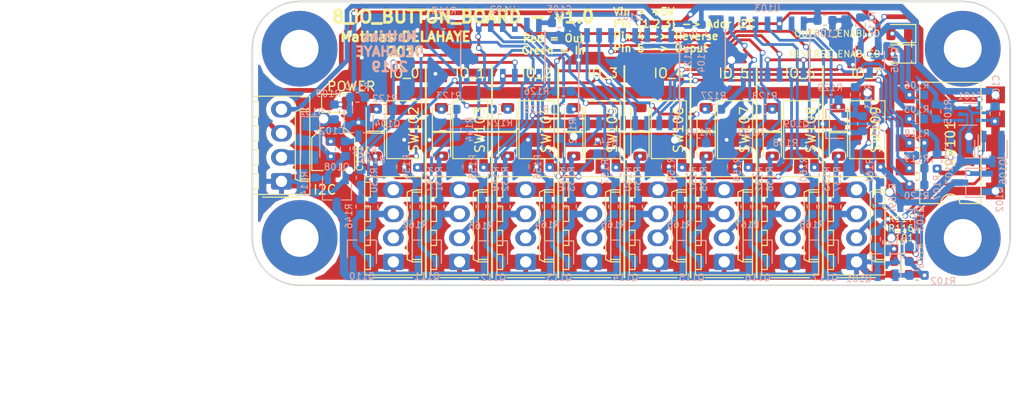
<source format=kicad_pcb>
(kicad_pcb (version 20171130) (host pcbnew 5.0.2+dfsg1-1~bpo9+1)
  (title_block (title 8_IO_BUTTON_BOARD) (date 2019-03-06) (rev v1.0) (company "Mathias DELAHAYE"))
  (layers (0 F.Cu signal) (31 B.Cu signal) (34 B.Paste user) (35 F.Paste user) (36 B.SilkS user) (37 F.SilkS user) (38 B.Mask user) (39 F.Mask user) (44 Edge.Cuts user))
  (net 0 "")
  (net 1 GND)
  (net 2 VCC)
  (net 3 /OUT_0)
  (net 4 /OUT_1)
  (net 5 /OUT_2)
  (net 6 /OUT_3)
  (net 7 /OUT_4)
  (net 8 /OUT_5)
  (net 9 /OUT_6)
  (net 10 /OUT_7)
  (net 11 /ACTIVE_OUTPUT)
  (net 12 /PULL_LANE)
  (net 13 /REF_XOR)
  (net 14 /SDA)
  (net 15 /SCL)
  (net 16 /IN_0)
  (net 17 /IN_1)
  (net 18 /IN_2)
  (net 19 /IN_3)
  (net 20 /IN_4)
  (net 21 /IN_5)
  (net 22 /IN_6)
  (net 23 /IN_7)
  (net 24 /CONTACT_LANE)
  (net 25 /OUTPUT_VCC)
  (net 26 /INPUT_LED_GND)
  (net 27 /REVERSE_PULL)
  (net 28 "Net-(D101-Pad2)")
  (net 29 "Net-(D102-Pad2)")
  (net 30 "Net-(D103-Pad2)")
  (net 31 "Net-(D104-Pad2)")
  (net 32 "Net-(D105-Pad2)")
  (net 33 "Net-(D106-Pad2)")
  (net 34 "Net-(D107-Pad2)")
  (net 35 "Net-(D108-Pad2)")
  (net 36 "Net-(D109-Pad2)")
  (net 37 "Net-(D110-Pad2)")
  (net 38 "Net-(D111-Pad2)")
  (net 39 "Net-(D112-Pad2)")
  (net 40 "Net-(Q101-Pad1)")
  (net 41 "Net-(Q101-Pad3)")
  (net 42 "Net-(Q102-Pad1)")
  (net 43 "Net-(Q103-Pad1)")
  (net 44 "Net-(Q104-Pad3)")
  (net 45 "Net-(Q104-Pad1)")
  (net 46 "Net-(Q105-Pad3)")
  (net 47 "Net-(Q105-Pad1)")
  (net 48 "Net-(Q106-Pad1)")
  (net 49 "Net-(Q107-Pad1)")
  (net 50 "Net-(Q108-Pad1)")
  (net 51 "Net-(Q109-Pad1)")
  (net 52 "Net-(Q110-Pad1)")
  (net 53 "Net-(Q111-Pad1)")
  (net 54 "Net-(Q112-Pad1)")
  (net 55 "Net-(Q113-Pad1)")
  (net 56 "Net-(Q114-Pad1)")
  (net 57 "Net-(Q115-Pad1)")
  (net 58 "Net-(Q116-Pad1)")
  (net 59 "Net-(Q117-Pad1)")
  (net 60 "Net-(R118-Pad2)")
  (net 61 "Net-(R120-Pad2)")
  (net 62 "Net-(R121-Pad1)")
  (net 63 "Net-(R138-Pad1)")
  (net 64 "Net-(R139-Pad1)")
  (net 65 "Net-(R140-Pad1)")
  (net 66 "Net-(R141-Pad1)")
  (net 67 "Net-(R142-Pad1)")
  (net 68 "Net-(R143-Pad1)")
  (net 69 "Net-(R144-Pad1)")
  (net 70 "Net-(R145-Pad1)")
  (net 71 "Net-(R154-Pad1)")
  (net 72 "Net-(R155-Pad1)")
  (net 73 "Net-(R156-Pad1)")
  (net 74 "Net-(R157-Pad1)")
  (net 75 "Net-(R158-Pad1)")
  (net 76 "Net-(R159-Pad1)")
  (net 77 "Net-(R160-Pad1)")
  (net 78 "Net-(R161-Pad1)")
  (net 79 "Net-(D113-Pad2)")
  (net 80 "Net-(D114-Pad2)")
  (net 81 "Net-(D115-Pad2)")
  (net 82 "Net-(D116-Pad2)")
  (net 83 "Net-(D117-Pad2)")
  (net 84 "Net-(D118-Pad2)")
  (net 85 "Net-(D119-Pad2)")
  (net 86 "Net-(D120-Pad2)")
  (net 87 "Net-(R122-Pad1)")
  (net 88 "Net-(R123-Pad1)")
  (net 89 "Net-(R124-Pad1)")
  (net 90 "Net-(R125-Pad1)")
  (net 91 "Net-(R126-Pad1)")
  (net 92 "Net-(R127-Pad1)")
  (net 93 "Net-(R128-Pad1)")
  (net 94 "Net-(R129-Pad1)")
  (net 95 "Net-(R119-Pad2)")
  (module Package_SO:SOIC-14_3.9x8.7mm_P1.27mm (layer B.Cu) (at 153.162 115.824 90)
    (fp_text reference U103 (at 4.318 0 180) (layer B.SilkS) (effects (font (size 0.7 0.7) (thickness 0.1)) (justify mirror)))
    (fp_text value 74HC86)
    (pad 14 smd rect (at 2.7 3.81 90) (size 1.5 0.6) (layers B.Cu B.Paste B.Mask) (net 2 VCC))
    (pad 13 smd rect (at 2.7 2.54 90) (size 1.5 0.6) (layers B.Cu B.Paste B.Mask) (net 78 "Net-(R161-Pad1)"))
    (pad 12 smd rect (at 2.7 1.27 90) (size 1.5 0.6) (layers B.Cu B.Paste B.Mask) (net 13 /REF_XOR))
    (pad 11 smd rect (at 2.7 0 90) (size 1.5 0.6) (layers B.Cu B.Paste B.Mask) (net 94 "Net-(R129-Pad1)"))
    (pad 10 smd rect (at 2.7 -1.27 90) (size 1.5 0.6) (layers B.Cu B.Paste B.Mask) (net 77 "Net-(R160-Pad1)"))
    (pad 9 smd rect (at 2.7 -2.54 90) (size 1.5 0.6) (layers B.Cu B.Paste B.Mask) (net 13 /REF_XOR))
    (pad 8 smd rect (at 2.7 -3.81 90) (size 1.5 0.6) (layers B.Cu B.Paste B.Mask) (net 93 "Net-(R128-Pad1)"))
    (pad 7 smd rect (at -2.7 -3.81 90) (size 1.5 0.6) (layers B.Cu B.Paste B.Mask) (net 1 GND))
    (pad 6 smd rect (at -2.7 -2.54 90) (size 1.5 0.6) (layers B.Cu B.Paste B.Mask) (net 92 "Net-(R127-Pad1)"))
    (pad 5 smd rect (at -2.7 -1.27 90) (size 1.5 0.6) (layers B.Cu B.Paste B.Mask) (net 76 "Net-(R159-Pad1)"))
    (pad 4 smd rect (at -2.7 0 90) (size 1.5 0.6) (layers B.Cu B.Paste B.Mask) (net 13 /REF_XOR))
    (pad 3 smd rect (at -2.7 1.27 90) (size 1.5 0.6) (layers B.Cu B.Paste B.Mask) (net 91 "Net-(R126-Pad1)"))
    (pad 2 smd rect (at -2.7 2.54 90) (size 1.5 0.6) (layers B.Cu B.Paste B.Mask) (net 75 "Net-(R158-Pad1)"))
    (pad 1 smd rect (at -2.7 3.81 90) (size 1.5 0.6) (layers B.Cu B.Paste B.Mask) (net 13 /REF_XOR))
  )
  (module Package_TO_SOT_SMD:TSOT-23 (layer B.Cu) (at 173.482 126.365 270)
    (fp_text reference Q107 (at 2.413 1.143 270) (layer B.SilkS) (effects (font (size 0.7 0.7) (thickness 0.1)) (justify mirror)))
    (fp_text value NPN)
    (pad 3 smd rect (at 1.31 0 270) (size 1.22 0.65) (layers B.Cu B.Paste B.Mask) (net 12 /PULL_LANE))
    (pad 2 smd rect (at -1.31 -0.95 270) (size 1.22 0.65) (layers B.Cu B.Paste B.Mask) (net 1 GND))
    (pad 1 smd rect (at -1.31 0.95 270) (size 1.22 0.65) (layers B.Cu B.Paste B.Mask) (net 49 "Net-(Q107-Pad1)"))
  )
  (module Package_TO_SOT_SMD:TSOT-23 (layer B.Cu) (at 176.911 126.365 270)
    (fp_text reference Q106 (at 2.413 -1.143 90) (layer B.SilkS) (effects (font (size 0.7 0.7) (thickness 0.1)) (justify mirror)))
    (fp_text value PNP)
    (pad 1 smd rect (at -1.31 0.95 270) (size 1.22 0.65) (layers B.Cu B.Paste B.Mask) (net 48 "Net-(Q106-Pad1)"))
    (pad 2 smd rect (at -1.31 -0.95 270) (size 1.22 0.65) (layers B.Cu B.Paste B.Mask) (net 2 VCC))
    (pad 3 smd rect (at 1.31 0 270) (size 1.22 0.65) (layers B.Cu B.Paste B.Mask) (net 12 /PULL_LANE))
  )
  (module Package_TO_SOT_SMD:TSOT-23 (layer B.Cu) (at 163.957 116.967 270)
    (fp_text reference Q105 (at 0 -2.667 270) (layer B.SilkS) (effects (font (size 0.7 0.7) (thickness 0.1)) (justify mirror)))
    (fp_text value PNP)
    (pad 3 smd rect (at 1.31 0 270) (size 1.22 0.65) (layers B.Cu B.Paste B.Mask) (net 46 "Net-(Q105-Pad3)"))
    (pad 2 smd rect (at -1.31 -0.95 270) (size 1.22 0.65) (layers B.Cu B.Paste B.Mask) (net 2 VCC))
    (pad 1 smd rect (at -1.31 0.95 270) (size 1.22 0.65) (layers B.Cu B.Paste B.Mask) (net 47 "Net-(Q105-Pad1)"))
  )
  (module Resistor_SMD:R_0603_1608Metric (layer B.Cu) (at 143.891 132.461 270)
    (fp_text reference R166 (at 1.905 0) (layer B.SilkS) (effects (font (size 0.7 0.7) (thickness 0.1)) (justify mirror)))
    (fp_text value 1k)
    (pad 1 smd roundrect (at -0.7875 0 270) (size 0.875 0.95) (layers B.Cu B.Paste B.Mask) (net 75 "Net-(R158-Pad1)"))
    (pad 2 smd roundrect (at 0.7875 0 270) (size 0.875 0.95) (layers B.Cu B.Paste B.Mask) (net 20 /IN_4))
  )
  (module Connector_Molex:Molex_KK-254_AE-6410-04A_1x04_P2.54mm_Vertical (layer F.Cu) (at 134.62 138.303 90)
    (fp_text reference P105 hide)
    (fp_text value IO_3)
    (pad 1 thru_hole roundrect (at 0 0 90) (size 1.74 2.2) (drill 1.2) (layers *.Cu *.Mask) (roundrect_rratio 0.143678) (net 1 GND))
    (pad 2 thru_hole oval (at 2.54 0 90) (size 1.74 2.2) (drill 1.2) (layers *.Cu *.Mask) (net 19 /IN_3))
    (pad 3 thru_hole oval (at 5.08 0 90) (size 1.74 2.2) (drill 1.2) (layers *.Cu *.Mask) (net 6 /OUT_3))
    (pad 4 thru_hole oval (at 7.62 0 90) (size 1.74 2.2) (drill 1.2) (layers *.Cu *.Mask) (net 2 VCC))
  )
  (module MountingHole:MountingHole_4mm_Pad (layer F.Cu) (at 103.775 135.775)
    (fp_text reference H101 hide)
    (fp_text value MountingHole)
    (pad 1 thru_hole circle (at 0 0) (size 8 8) (drill 4) (layers *.Cu *.Mask))
  )
  (module Resistor_SMD:R_0603_1608Metric (layer B.Cu) (at 168.8845 120.65)
    (fp_text reference R106 (at 0.0255 -1.016) (layer B.SilkS) (effects (font (size 0.7 0.7) (thickness 0.1)) (justify mirror)))
    (fp_text value 1k)
    (pad 2 smd roundrect (at 0.7875 0) (size 0.875 0.95) (layers B.Cu B.Paste B.Mask) (net 30 "Net-(D103-Pad2)"))
    (pad 1 smd roundrect (at -0.7875 0) (size 0.875 0.95) (layers B.Cu B.Paste B.Mask) (net 11 /ACTIVE_OUTPUT))
  )
  (module Package_DIP:SMDIP-10_W9.53mm (layer F.Cu) (at 172.466 125.73 180)
    (fp_text reference SW101 (at 0 -0.127 270) (layer F.SilkS))
    (fp_text value CONFIG)
    (pad 1 smd rect (at -4.765 -5.08 180) (size 2 1.78) (layers F.Cu F.Paste F.Mask) (net 2 VCC))
    (pad 6 smd rect (at 4.765 5.08 180) (size 2 1.78) (layers F.Cu F.Paste F.Mask) (net 11 /ACTIVE_OUTPUT))
    (pad 2 smd rect (at -4.765 -2.54 180) (size 2 1.78) (layers F.Cu F.Paste F.Mask) (net 2 VCC))
    (pad 7 smd rect (at 4.765 2.54 180) (size 2 1.78) (layers F.Cu F.Paste F.Mask) (net 27 /REVERSE_PULL))
    (pad 3 smd rect (at -4.765 0 180) (size 2 1.78) (layers F.Cu F.Paste F.Mask) (net 2 VCC))
    (pad 8 smd rect (at 4.765 0 180) (size 2 1.78) (layers F.Cu F.Paste F.Mask) (net 60 "Net-(R118-Pad2)"))
    (pad 4 smd rect (at -4.765 2.54 180) (size 2 1.78) (layers F.Cu F.Paste F.Mask) (net 2 VCC))
    (pad 9 smd rect (at 4.765 -2.54 180) (size 2 1.78) (layers F.Cu F.Paste F.Mask) (net 95 "Net-(R119-Pad2)"))
    (pad 5 smd rect (at -4.765 5.08 180) (size 2 1.78) (layers F.Cu F.Paste F.Mask) (net 2 VCC))
    (pad 10 smd rect (at 4.765 -5.08 180) (size 2 1.78) (layers F.Cu F.Paste F.Mask) (net 61 "Net-(R120-Pad2)"))
  )
  (module Connector_Molex:Molex_KK-254_AE-6410-04A_1x04_P2.54mm_Vertical (layer F.Cu) (at 148.59 138.303 90)
    (fp_text reference P107 hide)
    (fp_text value IO_5)
    (pad 1 thru_hole roundrect (at 0 0 90) (size 1.74 2.2) (drill 1.2) (layers *.Cu *.Mask) (roundrect_rratio 0.143678) (net 1 GND))
    (pad 2 thru_hole oval (at 2.54 0 90) (size 1.74 2.2) (drill 1.2) (layers *.Cu *.Mask) (net 21 /IN_5))
    (pad 3 thru_hole oval (at 5.08 0 90) (size 1.74 2.2) (drill 1.2) (layers *.Cu *.Mask) (net 8 /OUT_5))
    (pad 4 thru_hole oval (at 7.62 0 90) (size 1.74 2.2) (drill 1.2) (layers *.Cu *.Mask) (net 2 VCC))
  )
  (module Connector_Molex:Molex_KK-254_AE-6410-04A_1x04_P2.54mm_Vertical (layer F.Cu) (at 120.65 138.303 90)
    (fp_text reference P103 hide)
    (fp_text value IO_1)
    (pad 1 thru_hole roundrect (at 0 0 90) (size 1.74 2.2) (drill 1.2) (layers *.Cu *.Mask) (roundrect_rratio 0.143678) (net 1 GND))
    (pad 2 thru_hole oval (at 2.54 0 90) (size 1.74 2.2) (drill 1.2) (layers *.Cu *.Mask) (net 17 /IN_1))
    (pad 3 thru_hole oval (at 5.08 0 90) (size 1.74 2.2) (drill 1.2) (layers *.Cu *.Mask) (net 4 /OUT_1))
    (pad 4 thru_hole oval (at 7.62 0 90) (size 1.74 2.2) (drill 1.2) (layers *.Cu *.Mask) (net 2 VCC))
  )
  (module MountingHole:MountingHole_4mm_Pad (layer F.Cu) (at 173.775 135.775)
    (fp_text reference H104 hide)
    (fp_text value MountingHole)
    (pad 1 thru_hole circle (at 0 0) (size 8 8) (drill 4) (layers *.Cu *.Mask))
  )
  (module Button_Switch_SMD:SW_SPST_CK_RS282G05A3 (layer F.Cu) (at 156.718 124.333 90)
    (fp_text reference SW108 (at 0 1.016 90) (layer F.SilkS))
    (fp_text value SW_Push)
    (pad 1 smd rect (at -3.9 0 90) (size 1.5 1.5) (layers F.Cu F.Paste F.Mask) (net 77 "Net-(R160-Pad1)"))
    (pad 2 smd rect (at 3.9 0 90) (size 1.5 1.5) (layers F.Cu F.Paste F.Mask) (net 24 /CONTACT_LANE))
  )
  (module Connector_Molex:Molex_KK-254_AE-6410-04A_1x04_P2.54mm_Vertical (layer F.Cu) (at 141.605 138.303 90)
    (fp_text reference P106 hide)
    (fp_text value IO_4)
    (pad 4 thru_hole oval (at 7.62 0 90) (size 1.74 2.2) (drill 1.2) (layers *.Cu *.Mask) (net 2 VCC))
    (pad 3 thru_hole oval (at 5.08 0 90) (size 1.74 2.2) (drill 1.2) (layers *.Cu *.Mask) (net 7 /OUT_4))
    (pad 2 thru_hole oval (at 2.54 0 90) (size 1.74 2.2) (drill 1.2) (layers *.Cu *.Mask) (net 20 /IN_4))
    (pad 1 thru_hole roundrect (at 0 0 90) (size 1.74 2.2) (drill 1.2) (layers *.Cu *.Mask) (roundrect_rratio 0.143678) (net 1 GND))
  )
  (module Connector_Molex:Molex_KK-254_AE-6410-04A_1x04_P2.54mm_Vertical (layer F.Cu) (at 113.665 138.303 90)
    (fp_text reference P102 hide)
    (fp_text value IO_0)
    (pad 1 thru_hole roundrect (at 0 0 90) (size 1.74 2.2) (drill 1.2) (layers *.Cu *.Mask) (roundrect_rratio 0.143678) (net 1 GND))
    (pad 2 thru_hole oval (at 2.54 0 90) (size 1.74 2.2) (drill 1.2) (layers *.Cu *.Mask) (net 16 /IN_0))
    (pad 3 thru_hole oval (at 5.08 0 90) (size 1.74 2.2) (drill 1.2) (layers *.Cu *.Mask) (net 3 /OUT_0))
    (pad 4 thru_hole oval (at 7.62 0 90) (size 1.74 2.2) (drill 1.2) (layers *.Cu *.Mask) (net 2 VCC))
  )
  (module Capacitor_SMD:C_Elec_4x5.4 (layer F.Cu) (at 107.315 126.389 270)
    (fp_text reference C101 (at 0.992 -2.794 270) (layer F.SilkS) (effects (font (size 0.7 0.7) (thickness 0.1))))
    (fp_text value 4.7uF)
    (pad 1 smd roundrect (at -1.675 0 270) (size 2.65 1.6) (layers F.Cu F.Paste F.Mask) (roundrect_rratio 0.15625) (net 2 VCC))
    (pad 2 smd roundrect (at 1.675 0 270) (size 2.65 1.6) (layers F.Cu F.Paste F.Mask) (roundrect_rratio 0.15625) (net 1 GND))
  )
  (module Package_TO_SOT_SMD:SOT-353_SC-70-5 (layer B.Cu) (at 174.559 122.697)
    (fp_text reference G101 (at 0 -1.92) (layer B.SilkS) (effects (font (size 0.7 0.7) (thickness 0.1)) (justify mirror)))
    (fp_text value 74HC1G86GW)
    (pad 1 smd rect (at -0.95 0.65) (size 0.65 0.4) (layers B.Cu B.Paste B.Mask) (net 11 /ACTIVE_OUTPUT))
    (pad 3 smd rect (at -0.95 -0.65) (size 0.65 0.4) (layers B.Cu B.Paste B.Mask) (net 1 GND))
    (pad 2 smd rect (at -0.95 0) (size 0.65 0.4) (layers B.Cu B.Paste B.Mask) (net 12 /PULL_LANE))
    (pad 4 smd rect (at 0.95 -0.65) (size 0.65 0.4) (layers B.Cu B.Paste B.Mask) (net 13 /REF_XOR))
    (pad 5 smd rect (at 0.95 0.65) (size 0.65 0.4) (layers B.Cu B.Paste B.Mask) (net 2 VCC))
  )
  (module Connector_Molex:Molex_KK-254_AE-6410-04A_1x04_P2.54mm_Vertical (layer F.Cu) (at 101.854 129.794 90)
    (fp_text reference I2C (at -0.889 4.572 180) (layer F.SilkS))
    (fp_text value I2C)
    (pad 4 thru_hole oval (at 7.62 0 90) (size 1.74 2.2) (drill 1.2) (layers *.Cu *.Mask) (net 14 /SDA))
    (pad 3 thru_hole oval (at 5.08 0 90) (size 1.74 2.2) (drill 1.2) (layers *.Cu *.Mask) (net 15 /SCL))
    (pad 2 thru_hole oval (at 2.54 0 90) (size 1.74 2.2) (drill 1.2) (layers *.Cu *.Mask) (net 29 "Net-(D102-Pad2)"))
    (pad 1 thru_hole roundrect (at 0 0 90) (size 1.74 2.2) (drill 1.2) (layers *.Cu *.Mask) (roundrect_rratio 0.143678) (net 1 GND))
  )
  (module Connector_Molex:Molex_KK-254_AE-6410-04A_1x04_P2.54mm_Vertical (layer F.Cu) (at 127.635 138.303 90)
    (fp_text reference P104 hide)
    (fp_text value IO_2)
    (pad 4 thru_hole oval (at 7.62 0 90) (size 1.74 2.2) (drill 1.2) (layers *.Cu *.Mask) (net 2 VCC))
    (pad 3 thru_hole oval (at 5.08 0 90) (size 1.74 2.2) (drill 1.2) (layers *.Cu *.Mask) (net 5 /OUT_2))
    (pad 2 thru_hole oval (at 2.54 0 90) (size 1.74 2.2) (drill 1.2) (layers *.Cu *.Mask) (net 18 /IN_2))
    (pad 1 thru_hole roundrect (at 0 0 90) (size 1.74 2.2) (drill 1.2) (layers *.Cu *.Mask) (roundrect_rratio 0.143678) (net 1 GND))
  )
  (module Connector_Molex:Molex_KK-254_AE-6410-04A_1x04_P2.54mm_Vertical (layer F.Cu) (at 155.575 138.303 90)
    (fp_text reference P108 hide)
    (fp_text value IO_6)
    (pad 4 thru_hole oval (at 7.62 0 90) (size 1.74 2.2) (drill 1.2) (layers *.Cu *.Mask) (net 2 VCC))
    (pad 3 thru_hole oval (at 5.08 0 90) (size 1.74 2.2) (drill 1.2) (layers *.Cu *.Mask) (net 9 /OUT_6))
    (pad 2 thru_hole oval (at 2.54 0 90) (size 1.74 2.2) (drill 1.2) (layers *.Cu *.Mask) (net 22 /IN_6))
    (pad 1 thru_hole roundrect (at 0 0 90) (size 1.74 2.2) (drill 1.2) (layers *.Cu *.Mask) (roundrect_rratio 0.143678) (net 1 GND))
  )
  (module Connector_Molex:Molex_KK-254_AE-6410-04A_1x04_P2.54mm_Vertical (layer F.Cu) (at 162.56 138.303 90)
    (fp_text reference P109 hide)
    (fp_text value IO_7)
    (pad 1 thru_hole roundrect (at 0 0 90) (size 1.74 2.2) (drill 1.2) (layers *.Cu *.Mask) (roundrect_rratio 0.143678) (net 1 GND))
    (pad 2 thru_hole oval (at 2.54 0 90) (size 1.74 2.2) (drill 1.2) (layers *.Cu *.Mask) (net 23 /IN_7))
    (pad 3 thru_hole oval (at 5.08 0 90) (size 1.74 2.2) (drill 1.2) (layers *.Cu *.Mask) (net 10 /OUT_7))
    (pad 4 thru_hole oval (at 7.62 0 90) (size 1.74 2.2) (drill 1.2) (layers *.Cu *.Mask) (net 2 VCC))
  )
  (module Package_TO_SOT_SMD:TSOT-23 (layer B.Cu) (at 165.735 138.4046 90)
    (fp_text reference Q101 (at -1.6764 -2.921 180) (layer B.SilkS) (effects (font (size 0.7 0.7) (thickness 0.1)) (justify mirror)))
    (fp_text value NPN)
    (pad 1 smd rect (at -1.31 0.95 90) (size 1.22 0.65) (layers B.Cu B.Paste B.Mask) (net 40 "Net-(Q101-Pad1)"))
    (pad 2 smd rect (at -1.31 -0.95 90) (size 1.22 0.65) (layers B.Cu B.Paste B.Mask) (net 1 GND))
    (pad 3 smd rect (at 1.31 0 90) (size 1.22 0.65) (layers B.Cu B.Paste B.Mask) (net 41 "Net-(Q101-Pad3)"))
  )
  (module Package_TO_SOT_SMD:TSOT-23 (layer B.Cu) (at 175.046 129.921 180)
    (fp_text reference Q102 (at -2.627 -1.778 270) (layer B.SilkS) (effects (font (size 0.7 0.7) (thickness 0.1)) (justify mirror)))
    (fp_text value PNP)
    (pad 1 smd rect (at -1.31 0.95 180) (size 1.22 0.65) (layers B.Cu B.Paste B.Mask) (net 42 "Net-(Q102-Pad1)"))
    (pad 2 smd rect (at -1.31 -0.95 180) (size 1.22 0.65) (layers B.Cu B.Paste B.Mask) (net 2 VCC))
    (pad 3 smd rect (at 1.31 0 180) (size 1.22 0.65) (layers B.Cu B.Paste B.Mask) (net 24 /CONTACT_LANE))
  )
  (module Package_TO_SOT_SMD:TSOT-23 (layer B.Cu) (at 167.193 133.731 90)
    (fp_text reference Q103 (at 0 2.098 90) (layer B.SilkS) (effects (font (size 0.7 0.7) (thickness 0.1)) (justify mirror)))
    (fp_text value NPN)
    (pad 3 smd rect (at 1.31 0 90) (size 1.22 0.65) (layers B.Cu B.Paste B.Mask) (net 24 /CONTACT_LANE))
    (pad 2 smd rect (at -1.31 -0.95 90) (size 1.22 0.65) (layers B.Cu B.Paste B.Mask) (net 1 GND))
    (pad 1 smd rect (at -1.31 0.95 90) (size 1.22 0.65) (layers B.Cu B.Paste B.Mask) (net 43 "Net-(Q103-Pad1)"))
  )
  (module Package_TO_SOT_SMD:TSOT-23 (layer B.Cu) (at 109.982 123.698 270)
    (fp_text reference Q104 (at 0 -3.048) (layer B.SilkS) (effects (font (size 0.7 0.7) (thickness 0.1)) (justify mirror)))
    (fp_text value NPN)
    (pad 3 smd rect (at 1.31 0 270) (size 1.22 0.65) (layers B.Cu B.Paste B.Mask) (net 44 "Net-(Q104-Pad3)"))
    (pad 2 smd rect (at -1.31 -0.95 270) (size 1.22 0.65) (layers B.Cu B.Paste B.Mask) (net 1 GND))
    (pad 1 smd rect (at -1.31 0.95 270) (size 1.22 0.65) (layers B.Cu B.Paste B.Mask) (net 45 "Net-(Q104-Pad1)"))
  )
  (module Package_TO_SOT_SMD:TSOT-23 (layer B.Cu) (at 107.696 130.81 270)
    (fp_text reference Q108 (at -2.54 0) (layer B.SilkS) (effects (font (size 0.7 0.7) (thickness 0.1)) (justify mirror)))
    (fp_text value PNP)
    (pad 1 smd rect (at -1.31 0.95 270) (size 1.22 0.65) (layers B.Cu B.Paste B.Mask) (net 50 "Net-(Q108-Pad1)"))
    (pad 2 smd rect (at -1.31 -0.95 270) (size 1.22 0.65) (layers B.Cu B.Paste B.Mask) (net 2 VCC))
    (pad 3 smd rect (at 1.31 0 270) (size 1.22 0.65) (layers B.Cu B.Paste B.Mask) (net 25 /OUTPUT_VCC))
  )
  (module Package_TO_SOT_SMD:TSOT-23 (layer B.Cu) (at 160.274 123.698 180)
    (fp_text reference Q109 (at 4.064 0 180) (layer B.SilkS) (effects (font (size 0.7 0.7) (thickness 0.1)) (justify mirror)))
    (fp_text value NPN)
    (pad 3 smd rect (at 1.31 0 180) (size 1.22 0.65) (layers B.Cu B.Paste B.Mask) (net 26 /INPUT_LED_GND))
    (pad 2 smd rect (at -1.31 -0.95 180) (size 1.22 0.65) (layers B.Cu B.Paste B.Mask) (net 1 GND))
    (pad 1 smd rect (at -1.31 0.95 180) (size 1.22 0.65) (layers B.Cu B.Paste B.Mask) (net 51 "Net-(Q109-Pad1)"))
  )
  (module Package_TO_SOT_SMD:TSOT-23 (layer B.Cu) (at 110.363 136.946 90)
    (fp_text reference Q110 (at -2.881 0 180) (layer B.SilkS) (effects (font (size 0.7 0.7) (thickness 0.1)) (justify mirror)))
    (fp_text value PNP)
    (pad 1 smd rect (at -1.31 0.95 90) (size 1.22 0.65) (layers B.Cu B.Paste B.Mask) (net 52 "Net-(Q110-Pad1)"))
    (pad 2 smd rect (at -1.31 -0.95 90) (size 1.22 0.65) (layers B.Cu B.Paste B.Mask) (net 25 /OUTPUT_VCC))
    (pad 3 smd rect (at 1.31 0 90) (size 1.22 0.65) (layers B.Cu B.Paste B.Mask) (net 3 /OUT_0))
  )
  (module Package_TO_SOT_SMD:TSOT-23 (layer B.Cu) (at 117.221 136.946 90)
    (fp_text reference Q111 (at -2.881 0 180) (layer B.SilkS) (effects (font (size 0.7 0.7) (thickness 0.1)) (justify mirror)))
    (fp_text value PNP)
    (pad 1 smd rect (at -1.31 0.95 90) (size 1.22 0.65) (layers B.Cu B.Paste B.Mask) (net 53 "Net-(Q111-Pad1)"))
    (pad 2 smd rect (at -1.31 -0.95 90) (size 1.22 0.65) (layers B.Cu B.Paste B.Mask) (net 25 /OUTPUT_VCC))
    (pad 3 smd rect (at 1.31 0 90) (size 1.22 0.65) (layers B.Cu B.Paste B.Mask) (net 4 /OUT_1))
  )
  (module Package_TO_SOT_SMD:TSOT-23 (layer B.Cu) (at 124.206 137.033 90)
    (fp_text reference Q112 (at -2.921 0 180) (layer B.SilkS) (effects (font (size 0.7 0.7) (thickness 0.1)) (justify mirror)))
    (fp_text value PNP)
    (pad 3 smd rect (at 1.31 0 90) (size 1.22 0.65) (layers B.Cu B.Paste B.Mask) (net 5 /OUT_2))
    (pad 2 smd rect (at -1.31 -0.95 90) (size 1.22 0.65) (layers B.Cu B.Paste B.Mask) (net 25 /OUTPUT_VCC))
    (pad 1 smd rect (at -1.31 0.95 90) (size 1.22 0.65) (layers B.Cu B.Paste B.Mask) (net 54 "Net-(Q112-Pad1)"))
  )
  (module Package_TO_SOT_SMD:TSOT-23 (layer B.Cu) (at 131.191 137.033 90)
    (fp_text reference Q113 (at -2.921 0 180) (layer B.SilkS) (effects (font (size 0.7 0.7) (thickness 0.1)) (justify mirror)))
    (fp_text value PNP)
    (pad 1 smd rect (at -1.31 0.95 90) (size 1.22 0.65) (layers B.Cu B.Paste B.Mask) (net 55 "Net-(Q113-Pad1)"))
    (pad 2 smd rect (at -1.31 -0.95 90) (size 1.22 0.65) (layers B.Cu B.Paste B.Mask) (net 25 /OUTPUT_VCC))
    (pad 3 smd rect (at 1.31 0 90) (size 1.22 0.65) (layers B.Cu B.Paste B.Mask) (net 6 /OUT_3))
  )
  (module Package_TO_SOT_SMD:TSOT-23 (layer B.Cu) (at 138.176 136.946 90)
    (fp_text reference Q114 (at -3.008 0 180) (layer B.SilkS) (effects (font (size 0.7 0.7) (thickness 0.1)) (justify mirror)))
    (fp_text value PNP)
    (pad 1 smd rect (at -1.31 0.95 90) (size 1.22 0.65) (layers B.Cu B.Paste B.Mask) (net 56 "Net-(Q114-Pad1)"))
    (pad 2 smd rect (at -1.31 -0.95 90) (size 1.22 0.65) (layers B.Cu B.Paste B.Mask) (net 25 /OUTPUT_VCC))
    (pad 3 smd rect (at 1.31 0 90) (size 1.22 0.65) (layers B.Cu B.Paste B.Mask) (net 7 /OUT_4))
  )
  (module Package_TO_SOT_SMD:TSOT-23 (layer B.Cu) (at 145.161 136.993 90)
    (fp_text reference Q115 (at -2.961 0 180) (layer B.SilkS) (effects (font (size 0.7 0.7) (thickness 0.1)) (justify mirror)))
    (fp_text value PNP)
    (pad 3 smd rect (at 1.31 0 90) (size 1.22 0.65) (layers B.Cu B.Paste B.Mask) (net 8 /OUT_5))
    (pad 2 smd rect (at -1.31 -0.95 90) (size 1.22 0.65) (layers B.Cu B.Paste B.Mask) (net 25 /OUTPUT_VCC))
    (pad 1 smd rect (at -1.31 0.95 90) (size 1.22 0.65) (layers B.Cu B.Paste B.Mask) (net 57 "Net-(Q115-Pad1)"))
  )
  (module Package_TO_SOT_SMD:TSOT-23 (layer B.Cu) (at 152.146 136.946 90)
    (fp_text reference Q116 (at -3.008 0 180) (layer B.SilkS) (effects (font (size 0.7 0.7) (thickness 0.1)) (justify mirror)))
    (fp_text value PNP)
    (pad 3 smd rect (at 1.31 0 90) (size 1.22 0.65) (layers B.Cu B.Paste B.Mask) (net 9 /OUT_6))
    (pad 2 smd rect (at -1.31 -0.95 90) (size 1.22 0.65) (layers B.Cu B.Paste B.Mask) (net 25 /OUTPUT_VCC))
    (pad 1 smd rect (at -1.31 0.95 90) (size 1.22 0.65) (layers B.Cu B.Paste B.Mask) (net 58 "Net-(Q116-Pad1)"))
  )
  (module Package_TO_SOT_SMD:TSOT-23 (layer B.Cu) (at 159.131 136.946 90)
    (fp_text reference Q117 (at -3.008 0.127 180) (layer B.SilkS) (effects (font (size 0.7 0.7) (thickness 0.1)) (justify mirror)))
    (fp_text value PNP)
    (pad 1 smd rect (at -1.31 0.95 90) (size 1.22 0.65) (layers B.Cu B.Paste B.Mask) (net 59 "Net-(Q117-Pad1)"))
    (pad 2 smd rect (at -1.31 -0.95 90) (size 1.22 0.65) (layers B.Cu B.Paste B.Mask) (net 25 /OUTPUT_VCC))
    (pad 3 smd rect (at 1.31 0 90) (size 1.22 0.65) (layers B.Cu B.Paste B.Mask) (net 10 /OUT_7))
  )
  (module Button_Switch_SMD:SW_SPST_CK_RS282G05A3 (layer F.Cu) (at 114.808 124.333 90)
    (fp_text reference SW102 (at 0 1.016 90) (layer F.SilkS))
    (fp_text value SW_Push)
    (pad 1 smd rect (at -3.9 0 90) (size 1.5 1.5) (layers F.Cu F.Paste F.Mask) (net 71 "Net-(R154-Pad1)"))
    (pad 2 smd rect (at 3.9 0 90) (size 1.5 1.5) (layers F.Cu F.Paste F.Mask) (net 24 /CONTACT_LANE))
  )
  (module Button_Switch_SMD:SW_SPST_CK_RS282G05A3 (layer F.Cu) (at 121.793 124.333 90)
    (fp_text reference SW103 (at 0 1.016 90) (layer F.SilkS))
    (fp_text value SW_Push)
    (pad 2 smd rect (at 3.9 0 90) (size 1.5 1.5) (layers F.Cu F.Paste F.Mask) (net 24 /CONTACT_LANE))
    (pad 1 smd rect (at -3.9 0 90) (size 1.5 1.5) (layers F.Cu F.Paste F.Mask) (net 72 "Net-(R155-Pad1)"))
  )
  (module Button_Switch_SMD:SW_SPST_CK_RS282G05A3 (layer F.Cu) (at 128.778 124.333 90)
    (fp_text reference SW104 (at 0 1.016 90) (layer F.SilkS))
    (fp_text value SW_Push)
    (pad 1 smd rect (at -3.9 0 90) (size 1.5 1.5) (layers F.Cu F.Paste F.Mask) (net 73 "Net-(R156-Pad1)"))
    (pad 2 smd rect (at 3.9 0 90) (size 1.5 1.5) (layers F.Cu F.Paste F.Mask) (net 24 /CONTACT_LANE))
  )
  (module Button_Switch_SMD:SW_SPST_CK_RS282G05A3 (layer F.Cu) (at 135.763 124.333 90)
    (fp_text reference SW105 (at 0 1.016 90) (layer F.SilkS))
    (fp_text value SW_Push)
    (pad 2 smd rect (at 3.9 0 90) (size 1.5 1.5) (layers F.Cu F.Paste F.Mask) (net 24 /CONTACT_LANE))
    (pad 1 smd rect (at -3.9 0 90) (size 1.5 1.5) (layers F.Cu F.Paste F.Mask) (net 74 "Net-(R157-Pad1)"))
  )
  (module Button_Switch_SMD:SW_SPST_CK_RS282G05A3 (layer F.Cu) (at 142.748 124.333 90)
    (fp_text reference SW106 (at 0 1.016 90) (layer F.SilkS))
    (fp_text value SW_Push)
    (pad 1 smd rect (at -3.9 0 90) (size 1.5 1.5) (layers F.Cu F.Paste F.Mask) (net 75 "Net-(R158-Pad1)"))
    (pad 2 smd rect (at 3.9 0 90) (size 1.5 1.5) (layers F.Cu F.Paste F.Mask) (net 24 /CONTACT_LANE))
  )
  (module Button_Switch_SMD:SW_SPST_CK_RS282G05A3 (layer F.Cu) (at 149.733 124.333 90)
    (fp_text reference SW107 (at 0 1.016 90) (layer F.SilkS))
    (fp_text value SW_Push)
    (pad 2 smd rect (at 3.9 0 90) (size 1.5 1.5) (layers F.Cu F.Paste F.Mask) (net 24 /CONTACT_LANE))
    (pad 1 smd rect (at -3.9 0 90) (size 1.5 1.5) (layers F.Cu F.Paste F.Mask) (net 76 "Net-(R159-Pad1)"))
  )
  (module Button_Switch_SMD:SW_SPST_CK_RS282G05A3 (layer F.Cu) (at 163.703 124.333 90)
    (fp_text reference SW109 (at 0 0.889 90) (layer F.SilkS))
    (fp_text value SW_Push)
    (pad 2 smd rect (at 3.9 0 90) (size 1.5 1.5) (layers F.Cu F.Paste F.Mask) (net 24 /CONTACT_LANE))
    (pad 1 smd rect (at -3.9 0 90) (size 1.5 1.5) (layers F.Cu F.Paste F.Mask) (net 78 "Net-(R161-Pad1)"))
  )
  (module Package_SO:SOIC-14_3.9x8.7mm_P1.27mm (layer B.Cu) (at 125.222 115.951 90)
    (fp_text reference U102 (at 4.318 0 180) (layer B.SilkS) (effects (font (size 0.7 0.7) (thickness 0.1)) (justify mirror)))
    (fp_text value 74HC86)
    (pad 1 smd rect (at -2.7 3.81 90) (size 1.5 0.6) (layers B.Cu B.Paste B.Mask) (net 13 /REF_XOR))
    (pad 2 smd rect (at -2.7 2.54 90) (size 1.5 0.6) (layers B.Cu B.Paste B.Mask) (net 71 "Net-(R154-Pad1)"))
    (pad 3 smd rect (at -2.7 1.27 90) (size 1.5 0.6) (layers B.Cu B.Paste B.Mask) (net 87 "Net-(R122-Pad1)"))
    (pad 4 smd rect (at -2.7 0 90) (size 1.5 0.6) (layers B.Cu B.Paste B.Mask) (net 13 /REF_XOR))
    (pad 5 smd rect (at -2.7 -1.27 90) (size 1.5 0.6) (layers B.Cu B.Paste B.Mask) (net 72 "Net-(R155-Pad1)"))
    (pad 6 smd rect (at -2.7 -2.54 90) (size 1.5 0.6) (layers B.Cu B.Paste B.Mask) (net 88 "Net-(R123-Pad1)"))
    (pad 7 smd rect (at -2.7 -3.81 90) (size 1.5 0.6) (layers B.Cu B.Paste B.Mask) (net 1 GND))
    (pad 8 smd rect (at 2.7 -3.81 90) (size 1.5 0.6) (layers B.Cu B.Paste B.Mask) (net 89 "Net-(R124-Pad1)"))
    (pad 9 smd rect (at 2.7 -2.54 90) (size 1.5 0.6) (layers B.Cu B.Paste B.Mask) (net 13 /REF_XOR))
    (pad 10 smd rect (at 2.7 -1.27 90) (size 1.5 0.6) (layers B.Cu B.Paste B.Mask) (net 73 "Net-(R156-Pad1)"))
    (pad 11 smd rect (at 2.7 0 90) (size 1.5 0.6) (layers B.Cu B.Paste B.Mask) (net 90 "Net-(R125-Pad1)"))
    (pad 12 smd rect (at 2.7 1.27 90) (size 1.5 0.6) (layers B.Cu B.Paste B.Mask) (net 13 /REF_XOR))
    (pad 13 smd rect (at 2.7 2.54 90) (size 1.5 0.6) (layers B.Cu B.Paste B.Mask) (net 74 "Net-(R157-Pad1)"))
    (pad 14 smd rect (at 2.7 3.81 90) (size 1.5 0.6) (layers B.Cu B.Paste B.Mask) (net 2 VCC))
  )
  (module Package_SO:SOIC-16W_7.5x10.3mm_P1.27mm (layer B.Cu) (at 138.557 118.999 90)
    (fp_text reference U101 (at 6.604 0 180) (layer B.SilkS) (effects (font (size 0.7 0.7) (thickness 0.1)) (justify mirror)))
    (fp_text value PCF8574A)
    (pad 1 smd rect (at -4.65 4.445 90) (size 1.5 0.6) (layers B.Cu B.Paste B.Mask) (net 61 "Net-(R120-Pad2)"))
    (pad 2 smd rect (at -4.65 3.175 90) (size 1.5 0.6) (layers B.Cu B.Paste B.Mask) (net 95 "Net-(R119-Pad2)"))
    (pad 3 smd rect (at -4.65 1.905 90) (size 1.5 0.6) (layers B.Cu B.Paste B.Mask) (net 60 "Net-(R118-Pad2)"))
    (pad 4 smd rect (at -4.65 0.635 90) (size 1.5 0.6) (layers B.Cu B.Paste B.Mask) (net 70 "Net-(R145-Pad1)"))
    (pad 5 smd rect (at -4.65 -0.635 90) (size 1.5 0.6) (layers B.Cu B.Paste B.Mask) (net 69 "Net-(R144-Pad1)"))
    (pad 6 smd rect (at -4.65 -1.905 90) (size 1.5 0.6) (layers B.Cu B.Paste B.Mask) (net 68 "Net-(R143-Pad1)"))
    (pad 7 smd rect (at -4.65 -3.175 90) (size 1.5 0.6) (layers B.Cu B.Paste B.Mask) (net 67 "Net-(R142-Pad1)"))
    (pad 8 smd rect (at -4.65 -4.445 90) (size 1.5 0.6) (layers B.Cu B.Paste B.Mask) (net 1 GND))
    (pad 9 smd rect (at 4.65 -4.445 90) (size 1.5 0.6) (layers B.Cu B.Paste B.Mask) (net 66 "Net-(R141-Pad1)"))
    (pad 10 smd rect (at 4.65 -3.175 90) (size 1.5 0.6) (layers B.Cu B.Paste B.Mask) (net 65 "Net-(R140-Pad1)"))
    (pad 11 smd rect (at 4.65 -1.905 90) (size 1.5 0.6) (layers B.Cu B.Paste B.Mask) (net 64 "Net-(R139-Pad1)"))
    (pad 12 smd rect (at 4.65 -0.635 90) (size 1.5 0.6) (layers B.Cu B.Paste B.Mask) (net 63 "Net-(R138-Pad1)"))
    (pad 13 smd rect (at 4.65 0.635 90) (size 1.5 0.6) (layers B.Cu B.Paste B.Mask) (net 62 "Net-(R121-Pad1)"))
    (pad 14 smd rect (at 4.65 1.905 90) (size 1.5 0.6) (layers B.Cu B.Paste B.Mask) (net 15 /SCL))
    (pad 15 smd rect (at 4.65 3.175 90) (size 1.5 0.6) (layers B.Cu B.Paste B.Mask) (net 14 /SDA))
    (pad 16 smd rect (at 4.65 4.445 90) (size 1.5 0.6) (layers B.Cu B.Paste B.Mask) (net 2 VCC))
  )
  (module Diode_SMD:D_MiniMELF (layer B.Cu) (at 104.902 125.504 270)
    (fp_text reference D102 (at -3.076 -0.127 180) (layer B.SilkS) (effects (font (size 0.7 0.7) (thickness 0.1)) (justify mirror)))
    (fp_text value D)
    (pad 1 smd rect (at -1.75 0 270) (size 1.3 1.7) (layers B.Cu B.Paste B.Mask) (net 2 VCC))
    (pad 2 smd rect (at 1.75 0 270) (size 1.3 1.7) (layers B.Cu B.Paste B.Mask) (net 29 "Net-(D102-Pad2)"))
  )
  (module Capacitor_SMD:C_0603_1608Metric (layer B.Cu) (at 107.061 126.365 90)
    (fp_text reference C102 (at 1.905 0.127) (layer B.SilkS) (effects (font (size 0.7 0.7) (thickness 0.1)) (justify mirror)))
    (fp_text value 0.1uF)
    (pad 1 smd roundrect (at -0.7875 0 90) (size 0.875 0.95) (layers B.Cu B.Paste B.Mask) (net 1 GND))
    (pad 2 smd roundrect (at 0.7875 0 90) (size 0.875 0.95) (layers B.Cu B.Paste B.Mask) (net 2 VCC))
  )
  (module MountingHole:MountingHole_4mm_Pad (layer F.Cu) (at 173.775 115.775)
    (fp_text reference H102 hide)
    (fp_text value MountingHole)
    (pad 1 thru_hole circle (at 0 0) (size 8 8) (drill 4) (layers *.Cu *.Mask))
  )
  (module MountingHole:MountingHole_4mm_Pad (layer F.Cu) (at 103.775 115.775)
    (fp_text reference H103 hide)
    (fp_text value MountingHole)
    (pad 1 thru_hole circle (at 0 0) (size 8 8) (drill 4) (layers *.Cu *.Mask))
  )
  (module Capacitor_SMD:C_0603_1608Metric (layer B.Cu) (at 177.165 122.6565 270)
    (fp_text reference C103 (at -2.7685 -0.127 270) (layer B.SilkS) (effects (font (size 0.7 0.7) (thickness 0.1)) (justify mirror)))
    (fp_text value 0.1uF)
    (pad 1 smd roundrect (at -0.7875 0 270) (size 0.875 0.95) (layers B.Cu B.Paste B.Mask) (net 1 GND))
    (pad 2 smd roundrect (at 0.7875 0 270) (size 0.875 0.95) (layers B.Cu B.Paste B.Mask) (net 2 VCC))
  )
  (module Capacitor_SMD:C_0603_1608Metric (layer B.Cu) (at 146.177 114.0205 90)
    (fp_text reference C104 (at -2.9465 0 90) (layer B.SilkS) (effects (font (size 0.7 0.7) (thickness 0.1)) (justify mirror)))
    (fp_text value 0.1uF)
    (pad 2 smd roundrect (at 0.7875 0 90) (size 0.875 0.95) (layers B.Cu B.Paste B.Mask) (net 2 VCC))
    (pad 1 smd roundrect (at -0.7875 0 90) (size 0.875 0.95) (layers B.Cu B.Paste B.Mask) (net 1 GND))
  )
  (module Capacitor_SMD:C_0603_1608Metric (layer B.Cu) (at 131.191 113.03 180)
    (fp_text reference C105 (at 0 1.43 180) (layer B.SilkS) (effects (font (size 0.7 0.7) (thickness 0.1)) (justify mirror)))
    (fp_text value 0.1uF)
    (pad 2 smd roundrect (at 0.7875 0 180) (size 0.875 0.95) (layers B.Cu B.Paste B.Mask) (net 2 VCC))
    (pad 1 smd roundrect (at -0.7875 0 180) (size 0.875 0.95) (layers B.Cu B.Paste B.Mask) (net 1 GND))
  )
  (module Capacitor_SMD:C_0603_1608Metric (layer B.Cu) (at 159.2325 112.776 180)
    (fp_text reference C106 (at -0.1525 -1.397 180) (layer B.SilkS) (effects (font (size 0.7 0.7) (thickness 0.1)) (justify mirror)))
    (fp_text value 0.1uF)
    (pad 1 smd roundrect (at -0.7875 0 180) (size 0.875 0.95) (layers B.Cu B.Paste B.Mask) (net 1 GND))
    (pad 2 smd roundrect (at 0.7875 0 180) (size 0.875 0.95) (layers B.Cu B.Paste B.Mask) (net 2 VCC))
  )
  (module Resistor_SMD:R_0603_1608Metric (layer F.Cu) (at 167.3098 139.6238 180)
    (fp_text reference R101 (at 0.0508 3.8608 180) (layer F.SilkS) (effects (font (size 0.7 0.7) (thickness 0.1))))
    (fp_text value 1k)
    (pad 2 smd roundrect (at 0.7875 0 180) (size 0.875 0.95) (layers F.Cu F.Paste F.Mask) (net 1 GND))
    (pad 1 smd roundrect (at -0.7875 0 180) (size 0.875 0.95) (layers F.Cu F.Paste F.Mask) (net 27 /REVERSE_PULL))
  )
  (module Resistor_SMD:R_0603_1608Metric (layer B.Cu) (at 168.9609 139.7254)
    (fp_text reference R102 (at 2.7431 0.6096) (layer B.SilkS) (effects (font (size 0.7 0.7) (thickness 0.1)) (justify mirror)))
    (fp_text value 10k)
    (pad 1 smd roundrect (at -0.7875 0) (size 0.875 0.95) (layers B.Cu B.Paste B.Mask) (net 40 "Net-(Q101-Pad1)"))
    (pad 2 smd roundrect (at 0.7875 0) (size 0.875 0.95) (layers B.Cu B.Paste B.Mask) (net 27 /REVERSE_PULL))
  )
  (module Resistor_SMD:R_0603_1608Metric (layer B.Cu) (at 168.8845 123.19)
    (fp_text reference R103 (at 0.0255 -1.016) (layer B.SilkS) (effects (font (size 0.7 0.7) (thickness 0.1)) (justify mirror)))
    (fp_text value 1k)
    (pad 1 smd roundrect (at -0.7875 0) (size 0.875 0.95) (layers B.Cu B.Paste B.Mask) (net 27 /REVERSE_PULL))
    (pad 2 smd roundrect (at 0.7875 0) (size 0.875 0.95) (layers B.Cu B.Paste B.Mask) (net 28 "Net-(D101-Pad2)"))
  )
  (module Resistor_SMD:R_0603_1608Metric (layer B.Cu) (at 164.5666 135.8901 270)
    (fp_text reference R104 (at 0.2539 -1.9304) (layer B.SilkS) (effects (font (size 0.7 0.7) (thickness 0.1)) (justify mirror)))
    (fp_text value 1k)
    (pad 1 smd roundrect (at -0.7875 0 270) (size 0.875 0.95) (layers B.Cu B.Paste B.Mask) (net 2 VCC))
    (pad 2 smd roundrect (at 0.7875 0 270) (size 0.875 0.95) (layers B.Cu B.Paste B.Mask) (net 41 "Net-(Q101-Pad3)"))
  )
  (module Resistor_SMD:R_0603_1608Metric (layer B.Cu) (at 170.942 122.428 90)
    (fp_text reference R105 (at 0 1.27 90) (layer B.SilkS) (effects (font (size 0.7 0.7) (thickness 0.1)) (justify mirror)))
    (fp_text value 1k)
    (pad 2 smd roundrect (at 0.7875 0 90) (size 0.875 0.95) (layers B.Cu B.Paste B.Mask) (net 1 GND))
    (pad 1 smd roundrect (at -0.7875 0 90) (size 0.875 0.95) (layers B.Cu B.Paste B.Mask) (net 11 /ACTIVE_OUTPUT))
  )
  (module Resistor_SMD:R_0603_1608Metric (layer B.Cu) (at 171.069 127.6605 270)
    (fp_text reference R107 (at 2.7685 0 270) (layer B.SilkS) (effects (font (size 0.7 0.7) (thickness 0.1)) (justify mirror)))
    (fp_text value 10k)
    (pad 2 smd roundrect (at 0.7875 0 270) (size 0.875 0.95) (layers B.Cu B.Paste B.Mask) (net 42 "Net-(Q102-Pad1)"))
    (pad 1 smd roundrect (at -0.7875 0 270) (size 0.875 0.95) (layers B.Cu B.Paste B.Mask) (net 27 /REVERSE_PULL))
  )
  (module Resistor_SMD:R_0603_1608Metric (layer B.Cu) (at 168.148 137.5155 270)
    (fp_text reference R108 (at 0.1525 -1.143 270) (layer B.SilkS) (effects (font (size 0.7 0.7) (thickness 0.1)) (justify mirror)))
    (fp_text value 10k)
    (pad 2 smd roundrect (at 0.7875 0 270) (size 0.875 0.95) (layers B.Cu B.Paste B.Mask) (net 27 /REVERSE_PULL))
    (pad 1 smd roundrect (at -0.7875 0 270) (size 0.875 0.95) (layers B.Cu B.Paste B.Mask) (net 43 "Net-(Q103-Pad1)"))
  )
  (module Resistor_SMD:R_0603_1608Metric (layer B.Cu) (at 107.442 122.4535 90)
    (fp_text reference R109 (at 1.9305 -0.635 180) (layer B.SilkS) (effects (font (size 0.7 0.7) (thickness 0.1)) (justify mirror)))
    (fp_text value 1k)
    (pad 1 smd roundrect (at -0.7875 0 90) (size 0.875 0.95) (layers B.Cu B.Paste B.Mask) (net 2 VCC))
    (pad 2 smd roundrect (at 0.7875 0 90) (size 0.875 0.95) (layers B.Cu B.Paste B.Mask) (net 31 "Net-(D104-Pad2)"))
  )
  (module Resistor_SMD:R_0603_1608Metric (layer B.Cu) (at 109.8805 120.904 180)
    (fp_text reference R110 (at 0.0255 1.143 180) (layer B.SilkS) (effects (font (size 0.7 0.7) (thickness 0.1)) (justify mirror)))
    (fp_text value 1k)
    (pad 1 smd roundrect (at -0.7875 0 180) (size 0.875 0.95) (layers B.Cu B.Paste B.Mask) (net 11 /ACTIVE_OUTPUT))
    (pad 2 smd roundrect (at 0.7875 0 180) (size 0.875 0.95) (layers B.Cu B.Paste B.Mask) (net 45 "Net-(Q104-Pad1)"))
  )
  (module Resistor_SMD:R_0603_1608Metric (layer B.Cu) (at 162.9918 113.2585 90)
    (fp_text reference R111 (at 0.1015 1.2192 270) (layer B.SilkS) (effects (font (size 0.7 0.7) (thickness 0.1)) (justify mirror)))
    (fp_text value 10k)
    (pad 1 smd roundrect (at -0.7875 0 90) (size 0.875 0.95) (layers B.Cu B.Paste B.Mask) (net 47 "Net-(Q105-Pad1)"))
    (pad 2 smd roundrect (at 0.7875 0 90) (size 0.875 0.95) (layers B.Cu B.Paste B.Mask) (net 11 /ACTIVE_OUTPUT))
  )
  (module Resistor_SMD:R_0603_1608Metric (layer B.Cu) (at 108.585 126.3395 270)
    (fp_text reference R112 (at 0.1525 -2.032) (layer B.SilkS) (effects (font (size 0.7 0.7) (thickness 0.1)) (justify mirror)))
    (fp_text value 1k)
    (pad 2 smd roundrect (at 0.7875 0 270) (size 0.875 0.95) (layers B.Cu B.Paste B.Mask) (net 50 "Net-(Q108-Pad1)"))
    (pad 1 smd roundrect (at -0.7875 0 270) (size 0.875 0.95) (layers B.Cu B.Paste B.Mask) (net 44 "Net-(Q104-Pad3)"))
  )
  (module Resistor_SMD:R_0603_1608Metric (layer B.Cu) (at 162.433 120.6245 90)
    (fp_text reference R113 (at -0.1525 1.397 270) (layer B.SilkS) (effects (font (size 0.7 0.7) (thickness 0.1)) (justify mirror)))
    (fp_text value 1k)
    (pad 1 smd roundrect (at -0.7875 0 90) (size 0.875 0.95) (layers B.Cu B.Paste B.Mask) (net 51 "Net-(Q109-Pad1)"))
    (pad 2 smd roundrect (at 0.7875 0 90) (size 0.875 0.95) (layers B.Cu B.Paste B.Mask) (net 46 "Net-(Q105-Pad3)"))
  )
  (module Resistor_SMD:R_0603_1608Metric (layer B.Cu) (at 105.41 130.2005 270)
    (fp_text reference R114 (at -0.1525 1.143 270) (layer B.SilkS) (effects (font (size 0.7 0.7) (thickness 0.1)) (justify mirror)))
    (fp_text value 10k)
    (pad 2 smd roundrect (at 0.7875 0 270) (size 0.875 0.95) (layers B.Cu B.Paste B.Mask) (net 2 VCC))
    (pad 1 smd roundrect (at -0.7875 0 270) (size 0.875 0.95) (layers B.Cu B.Paste B.Mask) (net 50 "Net-(Q108-Pad1)"))
  )
  (module Resistor_SMD:R_0603_1608Metric (layer B.Cu) (at 163.195 123.698 90)
    (fp_text reference R115 (at 0 1.43 90) (layer B.SilkS) (effects (font (size 0.7 0.7) (thickness 0.1)) (justify mirror)))
    (fp_text value 10k)
    (pad 2 smd roundrect (at 0.7875 0 90) (size 0.875 0.95) (layers B.Cu B.Paste B.Mask) (net 51 "Net-(Q109-Pad1)"))
    (pad 1 smd roundrect (at -0.7875 0 90) (size 0.875 0.95) (layers B.Cu B.Paste B.Mask) (net 1 GND))
  )
  (module Resistor_SMD:R_0603_1608Metric (layer F.Cu) (at 167.3098 136.9314 180)
    (fp_text reference R116 (at 0.0508 2.1844 180) (layer F.SilkS) (effects (font (size 0.7 0.7) (thickness 0.1))))
    (fp_text value 10k)
    (pad 2 smd roundrect (at 0.7875 0 180) (size 0.875 0.95) (layers F.Cu F.Paste F.Mask) (net 41 "Net-(Q101-Pad3)"))
    (pad 1 smd roundrect (at -0.7875 0 180) (size 0.875 0.95) (layers F.Cu F.Paste F.Mask) (net 48 "Net-(Q106-Pad1)"))
  )
  (module Resistor_SMD:R_0603_1608Metric (layer F.Cu) (at 167.3098 138.2522)
    (fp_text reference R117 (at -0.0508 -4.5212) (layer F.SilkS) (effects (font (size 0.7 0.7) (thickness 0.1))))
    (fp_text value 10k)
    (pad 1 smd roundrect (at -0.7875 0) (size 0.875 0.95) (layers F.Cu F.Paste F.Mask) (net 41 "Net-(Q101-Pad3)"))
    (pad 2 smd roundrect (at 0.7875 0) (size 0.875 0.95) (layers F.Cu F.Paste F.Mask) (net 49 "Net-(Q107-Pad1)"))
  )
  (module Resistor_SMD:R_0603_1608Metric (layer B.Cu) (at 168.9355 125.73 180)
    (fp_text reference R118 (at 0 1.016 180) (layer B.SilkS) (effects (font (size 0.7 0.7) (thickness 0.1)) (justify mirror)))
    (fp_text value 1k)
    (pad 2 smd roundrect (at 0.7875 0 180) (size 0.875 0.95) (layers B.Cu B.Paste B.Mask) (net 60 "Net-(R118-Pad2)"))
    (pad 1 smd roundrect (at -0.7875 0 180) (size 0.875 0.95) (layers B.Cu B.Paste B.Mask) (net 1 GND))
  )
  (module Resistor_SMD:R_0603_1608Metric (layer B.Cu) (at 168.9355 128.397 180)
    (fp_text reference R119 (at 0.0255 1.016 180) (layer B.SilkS) (effects (font (size 0.7 0.7) (thickness 0.1)) (justify mirror)))
    (fp_text value 1k)
    (pad 2 smd roundrect (at 0.7875 0 180) (size 0.875 0.95) (layers B.Cu B.Paste B.Mask) (net 95 "Net-(R119-Pad2)"))
    (pad 1 smd roundrect (at -0.7875 0 180) (size 0.875 0.95) (layers B.Cu B.Paste B.Mask) (net 1 GND))
  )
  (module Resistor_SMD:R_0603_1608Metric (layer B.Cu) (at 168.9355 130.175 180)
    (fp_text reference R120 (at 0.0255 -1.143 180) (layer B.SilkS) (effects (font (size 0.7 0.7) (thickness 0.1)) (justify mirror)))
    (fp_text value 1k)
    (pad 2 smd roundrect (at 0.7875 0 180) (size 0.875 0.95) (layers B.Cu B.Paste B.Mask) (net 61 "Net-(R120-Pad2)"))
    (pad 1 smd roundrect (at -0.7875 0 180) (size 0.875 0.95) (layers B.Cu B.Paste B.Mask) (net 1 GND))
  )
  (module Resistor_SMD:R_0603_1608Metric (layer B.Cu) (at 144.78 114.0205 90)
    (fp_text reference R121 (at -2.9465 0 90) (layer B.SilkS) (effects (font (size 0.7 0.7) (thickness 0.1)) (justify mirror)))
    (fp_text value 10k)
    (pad 2 smd roundrect (at 0.7875 0 90) (size 0.875 0.95) (layers B.Cu B.Paste B.Mask) (net 2 VCC))
    (pad 1 smd roundrect (at -0.7875 0 90) (size 0.875 0.95) (layers B.Cu B.Paste B.Mask) (net 62 "Net-(R121-Pad1)"))
  )
  (module Resistor_SMD:R_0603_1608Metric (layer B.Cu) (at 112.8015 122.174 180)
    (fp_text reference R122 (at 0.0255 1.143 180) (layer B.SilkS) (effects (font (size 0.7 0.7) (thickness 0.1)) (justify mirror)))
    (fp_text value 1k)
    (pad 2 smd roundrect (at 0.7875 0 180) (size 0.875 0.95) (layers B.Cu B.Paste B.Mask) (net 32 "Net-(D105-Pad2)"))
    (pad 1 smd roundrect (at -0.7875 0 180) (size 0.875 0.95) (layers B.Cu B.Paste B.Mask) (net 87 "Net-(R122-Pad1)"))
  )
  (module Resistor_SMD:R_0603_1608Metric (layer B.Cu) (at 119.5325 122.174 180)
    (fp_text reference R123 (at 0 1.43 180) (layer B.SilkS) (effects (font (size 0.7 0.7) (thickness 0.1)) (justify mirror)))
    (fp_text value 1k)
    (pad 1 smd roundrect (at -0.7875 0 180) (size 0.875 0.95) (layers B.Cu B.Paste B.Mask) (net 88 "Net-(R123-Pad1)"))
    (pad 2 smd roundrect (at 0.7875 0 180) (size 0.875 0.95) (layers B.Cu B.Paste B.Mask) (net 33 "Net-(D106-Pad2)"))
  )
  (module Resistor_SMD:R_0603_1608Metric (layer B.Cu) (at 124.9425 122.174)
    (fp_text reference R124 (at 0 1.43) (layer B.SilkS) (effects (font (size 0.7 0.7) (thickness 0.1)) (justify mirror)))
    (fp_text value 1k)
    (pad 1 smd roundrect (at -0.7875 0) (size 0.875 0.95) (layers B.Cu B.Paste B.Mask) (net 89 "Net-(R124-Pad1)"))
    (pad 2 smd roundrect (at 0.7875 0) (size 0.875 0.95) (layers B.Cu B.Paste B.Mask) (net 34 "Net-(D107-Pad2)"))
  )
  (module Resistor_SMD:R_0603_1608Metric (layer B.Cu) (at 131.572 122.174)
    (fp_text reference R125 (at -2.794 0) (layer B.SilkS) (effects (font (size 0.7 0.7) (thickness 0.1)) (justify mirror)))
    (fp_text value 1k)
    (pad 1 smd roundrect (at -0.7875 0) (size 0.875 0.95) (layers B.Cu B.Paste B.Mask) (net 90 "Net-(R125-Pad1)"))
    (pad 2 smd roundrect (at 0.7875 0) (size 0.875 0.95) (layers B.Cu B.Paste B.Mask) (net 35 "Net-(D108-Pad2)"))
  )
  (module Resistor_SMD:R_0603_1608Metric (layer B.Cu) (at 131.5975 120.269)
    (fp_text reference R126 (at -2.8195 0) (layer B.SilkS) (effects (font (size 0.7 0.7) (thickness 0.1)) (justify mirror)))
    (fp_text value 1k)
    (pad 1 smd roundrect (at -0.7875 0) (size 0.875 0.95) (layers B.Cu B.Paste B.Mask) (net 91 "Net-(R126-Pad1)"))
    (pad 2 smd roundrect (at 0.7875 0) (size 0.875 0.95) (layers B.Cu B.Paste B.Mask) (net 36 "Net-(D109-Pad2)"))
  )
  (module Resistor_SMD:R_0603_1608Metric (layer B.Cu) (at 147.4725 122.174 180)
    (fp_text reference R127 (at 0 1.43 180) (layer B.SilkS) (effects (font (size 0.7 0.7) (thickness 0.1)) (justify mirror)))
    (fp_text value 1k)
    (pad 2 smd roundrect (at 0.7875 0 180) (size 0.875 0.95) (layers B.Cu B.Paste B.Mask) (net 37 "Net-(D110-Pad2)"))
    (pad 1 smd roundrect (at -0.7875 0 180) (size 0.875 0.95) (layers B.Cu B.Paste B.Mask) (net 92 "Net-(R127-Pad1)"))
  )
  (module Resistor_SMD:R_0603_1608Metric (layer B.Cu) (at 152.8825 122.174)
    (fp_text reference R128 (at 0 -1.397) (layer B.SilkS) (effects (font (size 0.7 0.7) (thickness 0.1)) (justify mirror)))
    (fp_text value 1k)
    (pad 1 smd roundrect (at -0.7875 0) (size 0.875 0.95) (layers B.Cu B.Paste B.Mask) (net 93 "Net-(R128-Pad1)"))
    (pad 2 smd roundrect (at 0.7875 0) (size 0.875 0.95) (layers B.Cu B.Paste B.Mask) (net 38 "Net-(D111-Pad2)"))
  )
  (module Resistor_SMD:R_0603_1608Metric (layer B.Cu) (at 159.8675 121.158)
    (fp_text reference R129 (at -0.1015 -1.27) (layer B.SilkS) (effects (font (size 0.7 0.7) (thickness 0.1)) (justify mirror)))
    (fp_text value 1k)
    (pad 1 smd roundrect (at -0.7875 0) (size 0.875 0.95) (layers B.Cu B.Paste B.Mask) (net 94 "Net-(R129-Pad1)"))
    (pad 2 smd roundrect (at 0.7875 0) (size 0.875 0.95) (layers B.Cu B.Paste B.Mask) (net 39 "Net-(D112-Pad2)"))
  )
  (module Resistor_SMD:R_0603_1608Metric (layer B.Cu) (at 111.506 132.461 90)
    (fp_text reference R130 (at 2.794 0.127 90) (layer B.SilkS) (effects (font (size 0.7 0.7) (thickness 0.1)) (justify mirror)))
    (fp_text value 1k)
    (pad 1 smd roundrect (at -0.7875 0 90) (size 0.875 0.95) (layers B.Cu B.Paste B.Mask) (net 3 /OUT_0))
    (pad 2 smd roundrect (at 0.7875 0 90) (size 0.875 0.95) (layers B.Cu B.Paste B.Mask) (net 79 "Net-(D113-Pad2)"))
  )
  (module Resistor_SMD:R_0603_1608Metric (layer B.Cu) (at 118.491 132.461 90)
    (fp_text reference R131 (at 2.921 0 90) (layer B.SilkS) (effects (font (size 0.7 0.7) (thickness 0.1)) (justify mirror)))
    (fp_text value 1k)
    (pad 1 smd roundrect (at -0.7875 0 90) (size 0.875 0.95) (layers B.Cu B.Paste B.Mask) (net 4 /OUT_1))
    (pad 2 smd roundrect (at 0.7875 0 90) (size 0.875 0.95) (layers B.Cu B.Paste B.Mask) (net 80 "Net-(D114-Pad2)"))
  )
  (module Resistor_SMD:R_0603_1608Metric (layer B.Cu) (at 125.476 132.461 90)
    (fp_text reference R132 (at 2.921 0 90) (layer B.SilkS) (effects (font (size 0.7 0.7) (thickness 0.1)) (justify mirror)))
    (fp_text value 1k)
    (pad 2 smd roundrect (at 0.7875 0 90) (size 0.875 0.95) (layers B.Cu B.Paste B.Mask) (net 81 "Net-(D115-Pad2)"))
    (pad 1 smd roundrect (at -0.7875 0 90) (size 0.875 0.95) (layers B.Cu B.Paste B.Mask) (net 5 /OUT_2))
  )
  (module Resistor_SMD:R_0603_1608Metric (layer B.Cu) (at 132.461 132.461 90)
    (fp_text reference R133 (at 2.921 0 90) (layer B.SilkS) (effects (font (size 0.7 0.7) (thickness 0.1)) (justify mirror)))
    (fp_text value 1k)
    (pad 2 smd roundrect (at 0.7875 0 90) (size 0.875 0.95) (layers B.Cu B.Paste B.Mask) (net 82 "Net-(D116-Pad2)"))
    (pad 1 smd roundrect (at -0.7875 0 90) (size 0.875 0.95) (layers B.Cu B.Paste B.Mask) (net 6 /OUT_3))
  )
  (module Resistor_SMD:R_0603_1608Metric (layer B.Cu) (at 139.446 132.461 90)
    (fp_text reference R134 (at 2.921 0 90) (layer B.SilkS) (effects (font (size 0.7 0.7) (thickness 0.1)) (justify mirror)))
    (fp_text value 1k)
    (pad 1 smd roundrect (at -0.7875 0 90) (size 0.875 0.95) (layers B.Cu B.Paste B.Mask) (net 7 /OUT_4))
    (pad 2 smd roundrect (at 0.7875 0 90) (size 0.875 0.95) (layers B.Cu B.Paste B.Mask) (net 83 "Net-(D117-Pad2)"))
  )
  (module Resistor_SMD:R_0603_1608Metric (layer B.Cu) (at 146.431 132.461 90)
    (fp_text reference R135 (at 2.921 0 90) (layer B.SilkS) (effects (font (size 0.7 0.7) (thickness 0.1)) (justify mirror)))
    (fp_text value 1k)
    (pad 2 smd roundrect (at 0.7875 0 90) (size 0.875 0.95) (layers B.Cu B.Paste B.Mask) (net 84 "Net-(D118-Pad2)"))
    (pad 1 smd roundrect (at -0.7875 0 90) (size 0.875 0.95) (layers B.Cu B.Paste B.Mask) (net 8 /OUT_5))
  )
  (module Resistor_SMD:R_0603_1608Metric (layer B.Cu) (at 153.416 132.461 90)
    (fp_text reference R136 (at 2.921 0 90) (layer B.SilkS) (effects (font (size 0.7 0.7) (thickness 0.1)) (justify mirror)))
    (fp_text value 1k)
    (pad 1 smd roundrect (at -0.7875 0 90) (size 0.875 0.95) (layers B.Cu B.Paste B.Mask) (net 9 /OUT_6))
    (pad 2 smd roundrect (at 0.7875 0 90) (size 0.875 0.95) (layers B.Cu B.Paste B.Mask) (net 85 "Net-(D119-Pad2)"))
  )
  (module Resistor_SMD:R_0603_1608Metric (layer B.Cu) (at 160.401 132.461 90)
    (fp_text reference R137 (at 2.921 0.127 90) (layer B.SilkS) (effects (font (size 0.7 0.7) (thickness 0.1)) (justify mirror)))
    (fp_text value 1k)
    (pad 1 smd roundrect (at -0.7875 0 90) (size 0.875 0.95) (layers B.Cu B.Paste B.Mask) (net 10 /OUT_7))
    (pad 2 smd roundrect (at 0.7875 0 90) (size 0.875 0.95) (layers B.Cu B.Paste B.Mask) (net 86 "Net-(D120-Pad2)"))
  )
  (module Resistor_SMD:R_0603_1608Metric (layer B.Cu) (at 157.8355 125.73)
    (fp_text reference R138 (at -2.7685 0) (layer B.SilkS) (effects (font (size 0.7 0.7) (thickness 0.1)) (justify mirror)))
    (fp_text value 1k)
    (pad 1 smd roundrect (at -0.7875 0) (size 0.875 0.95) (layers B.Cu B.Paste B.Mask) (net 63 "Net-(R138-Pad1)"))
    (pad 2 smd roundrect (at 0.7875 0) (size 0.875 0.95) (layers B.Cu B.Paste B.Mask) (net 94 "Net-(R129-Pad1)"))
  )
  (module Resistor_SMD:R_0603_1608Metric (layer B.Cu) (at 151.3585 125.73 180)
    (fp_text reference R139 (at -0.0255 1.143 180) (layer B.SilkS) (effects (font (size 0.7 0.7) (thickness 0.1)) (justify mirror)))
    (fp_text value 1k)
    (pad 2 smd roundrect (at 0.7875 0 180) (size 0.875 0.95) (layers B.Cu B.Paste B.Mask) (net 93 "Net-(R128-Pad1)"))
    (pad 1 smd roundrect (at -0.7875 0 180) (size 0.875 0.95) (layers B.Cu B.Paste B.Mask) (net 64 "Net-(R139-Pad1)"))
  )
  (module Resistor_SMD:R_0603_1608Metric (layer B.Cu) (at 145.8975 125.73)
    (fp_text reference R140 (at 0.0255 -1.143) (layer B.SilkS) (effects (font (size 0.7 0.7) (thickness 0.1)) (justify mirror)))
    (fp_text value 1k)
    (pad 2 smd roundrect (at 0.7875 0) (size 0.875 0.95) (layers B.Cu B.Paste B.Mask) (net 92 "Net-(R127-Pad1)"))
    (pad 1 smd roundrect (at -0.7875 0) (size 0.875 0.95) (layers B.Cu B.Paste B.Mask) (net 65 "Net-(R140-Pad1)"))
  )
  (module Resistor_SMD:R_0603_1608Metric (layer B.Cu) (at 136.017 126.873 180)
    (fp_text reference R141 (at 0 1.27 180) (layer B.SilkS) (effects (font (size 0.7 0.7) (thickness 0.1)) (justify mirror)))
    (fp_text value 1k)
    (pad 2 smd roundrect (at 0.7875 0 180) (size 0.875 0.95) (layers B.Cu B.Paste B.Mask) (net 91 "Net-(R126-Pad1)"))
    (pad 1 smd roundrect (at -0.7875 0 180) (size 0.875 0.95) (layers B.Cu B.Paste B.Mask) (net 66 "Net-(R141-Pad1)"))
  )
  (module Resistor_SMD:R_0603_1608Metric (layer B.Cu) (at 131.191 124.4855 90)
    (fp_text reference R142 (at 0 1.43 90) (layer B.SilkS) (effects (font (size 0.7 0.7) (thickness 0.1)) (justify mirror)))
    (fp_text value 1k)
    (pad 1 smd roundrect (at -0.7875 0 90) (size 0.875 0.95) (layers B.Cu B.Paste B.Mask) (net 67 "Net-(R142-Pad1)"))
    (pad 2 smd roundrect (at 0.7875 0 90) (size 0.875 0.95) (layers B.Cu B.Paste B.Mask) (net 90 "Net-(R125-Pad1)"))
  )
  (module Resistor_SMD:R_0603_1608Metric (layer B.Cu) (at 118.9735 113.157)
    (fp_text reference R143 (at 0.0255 -1.397) (layer B.SilkS) (effects (font (size 0.7 0.7) (thickness 0.1)) (justify mirror)))
    (fp_text value 1k)
    (pad 2 smd roundrect (at 0.7875 0) (size 0.875 0.95) (layers B.Cu B.Paste B.Mask) (net 89 "Net-(R124-Pad1)"))
    (pad 1 smd roundrect (at -0.7875 0) (size 0.875 0.95) (layers B.Cu B.Paste B.Mask) (net 68 "Net-(R143-Pad1)"))
  )
  (module Resistor_SMD:R_0603_1608Metric (layer B.Cu) (at 120.269 124.3077 90)
    (fp_text reference R144 (at 0 1.43 90) (layer B.SilkS) (effects (font (size 0.7 0.7) (thickness 0.1)) (justify mirror)))
    (fp_text value 1k)
    (pad 2 smd roundrect (at 0.7875 0 90) (size 0.875 0.95) (layers B.Cu B.Paste B.Mask) (net 88 "Net-(R123-Pad1)"))
    (pad 1 smd roundrect (at -0.7875 0 90) (size 0.875 0.95) (layers B.Cu B.Paste B.Mask) (net 69 "Net-(R144-Pad1)"))
  )
  (module Resistor_SMD:R_0603_1608Metric (layer B.Cu) (at 110.2614 129.3875 90)
    (fp_text reference R145 (at 1.8795 1.2446 180) (layer B.SilkS) (effects (font (size 0.7 0.7) (thickness 0.1)) (justify mirror)))
    (fp_text value 1k)
    (pad 1 smd roundrect (at -0.7875 0 90) (size 0.875 0.95) (layers B.Cu B.Paste B.Mask) (net 70 "Net-(R145-Pad1)"))
    (pad 2 smd roundrect (at 0.7875 0 90) (size 0.875 0.95) (layers B.Cu B.Paste B.Mask) (net 87 "Net-(R122-Pad1)"))
  )
  (module Resistor_SMD:R_0603_1608Metric (layer B.Cu) (at 110.236 132.461 90)
    (fp_text reference R146 (at -1.016 -1.27 270) (layer B.SilkS) (effects (font (size 0.7 0.7) (thickness 0.1)) (justify mirror)))
    (fp_text value 10k)
    (pad 2 smd roundrect (at 0.7875 0 90) (size 0.875 0.95) (layers B.Cu B.Paste B.Mask) (net 70 "Net-(R145-Pad1)"))
    (pad 1 smd roundrect (at -0.7875 0 90) (size 0.875 0.95) (layers B.Cu B.Paste B.Mask) (net 52 "Net-(Q110-Pad1)"))
  )
  (module Resistor_SMD:R_0603_1608Metric (layer B.Cu) (at 117.221 132.461 90)
    (fp_text reference R147 (at 2.921 0.254 90) (layer B.SilkS) (effects (font (size 0.7 0.7) (thickness 0.1)) (justify mirror)))
    (fp_text value 10k)
    (pad 1 smd roundrect (at -0.7875 0 90) (size 0.875 0.95) (layers B.Cu B.Paste B.Mask) (net 53 "Net-(Q111-Pad1)"))
    (pad 2 smd roundrect (at 0.7875 0 90) (size 0.875 0.95) (layers B.Cu B.Paste B.Mask) (net 69 "Net-(R144-Pad1)"))
  )
  (module Resistor_SMD:R_0603_1608Metric (layer B.Cu) (at 124.206 132.461 90)
    (fp_text reference R148 (at 2.921 0.254 90) (layer B.SilkS) (effects (font (size 0.7 0.7) (thickness 0.1)) (justify mirror)))
    (fp_text value 10k)
    (pad 1 smd roundrect (at -0.7875 0 90) (size 0.875 0.95) (layers B.Cu B.Paste B.Mask) (net 54 "Net-(Q112-Pad1)"))
    (pad 2 smd roundrect (at 0.7875 0 90) (size 0.875 0.95) (layers B.Cu B.Paste B.Mask) (net 68 "Net-(R143-Pad1)"))
  )
  (module Resistor_SMD:R_0603_1608Metric (layer B.Cu) (at 131.191 132.461 90)
    (fp_text reference R149 (at 2.921 0.254 90) (layer B.SilkS) (effects (font (size 0.7 0.7) (thickness 0.1)) (justify mirror)))
    (fp_text value 10k)
    (pad 1 smd roundrect (at -0.7875 0 90) (size 0.875 0.95) (layers B.Cu B.Paste B.Mask) (net 55 "Net-(Q113-Pad1)"))
    (pad 2 smd roundrect (at 0.7875 0 90) (size 0.875 0.95) (layers B.Cu B.Paste B.Mask) (net 67 "Net-(R142-Pad1)"))
  )
  (module Resistor_SMD:R_0603_1608Metric (layer B.Cu) (at 138.176 132.461 90)
    (fp_text reference R150 (at 2.921 0.254 90) (layer B.SilkS) (effects (font (size 0.7 0.7) (thickness 0.1)) (justify mirror)))
    (fp_text value 10k)
    (pad 2 smd roundrect (at 0.7875 0 90) (size 0.875 0.95) (layers B.Cu B.Paste B.Mask) (net 66 "Net-(R141-Pad1)"))
    (pad 1 smd roundrect (at -0.7875 0 90) (size 0.875 0.95) (layers B.Cu B.Paste B.Mask) (net 56 "Net-(Q114-Pad1)"))
  )
  (module Resistor_SMD:R_0603_1608Metric (layer B.Cu) (at 145.161 132.461 90)
    (fp_text reference R151 (at 2.921 0.127 90) (layer B.SilkS) (effects (font (size 0.7 0.7) (thickness 0.1)) (justify mirror)))
    (fp_text value 10k)
    (pad 1 smd roundrect (at -0.7875 0 90) (size 0.875 0.95) (layers B.Cu B.Paste B.Mask) (net 57 "Net-(Q115-Pad1)"))
    (pad 2 smd roundrect (at 0.7875 0 90) (size 0.875 0.95) (layers B.Cu B.Paste B.Mask) (net 65 "Net-(R140-Pad1)"))
  )
  (module Resistor_SMD:R_0603_1608Metric (layer B.Cu) (at 152.146 132.461 90)
    (fp_text reference R152 (at 2.921 0.127 90) (layer B.SilkS) (effects (font (size 0.7 0.7) (thickness 0.1)) (justify mirror)))
    (fp_text value 10k)
    (pad 2 smd roundrect (at 0.7875 0 90) (size 0.875 0.95) (layers B.Cu B.Paste B.Mask) (net 64 "Net-(R139-Pad1)"))
    (pad 1 smd roundrect (at -0.7875 0 90) (size 0.875 0.95) (layers B.Cu B.Paste B.Mask) (net 58 "Net-(Q116-Pad1)"))
  )
  (module Resistor_SMD:R_0603_1608Metric (layer B.Cu) (at 159.131 132.461 90)
    (fp_text reference R153 (at 2.921 0.254 90) (layer B.SilkS) (effects (font (size 0.7 0.7) (thickness 0.1)) (justify mirror)))
    (fp_text value 10k)
    (pad 1 smd roundrect (at -0.7875 0 90) (size 0.875 0.95) (layers B.Cu B.Paste B.Mask) (net 59 "Net-(Q117-Pad1)"))
    (pad 2 smd roundrect (at 0.7875 0 90) (size 0.875 0.95) (layers B.Cu B.Paste B.Mask) (net 63 "Net-(R138-Pad1)"))
  )
  (module Resistor_SMD:R_0603_1608Metric (layer B.Cu) (at 116.205 129.1105 90)
    (fp_text reference R154 (at 0.8405 -1.143 90) (layer B.SilkS) (effects (font (size 0.7 0.7) (thickness 0.1)) (justify mirror)))
    (fp_text value 10k)
    (pad 2 smd roundrect (at 0.7875 0 90) (size 0.875 0.95) (layers B.Cu B.Paste B.Mask) (net 12 /PULL_LANE))
    (pad 1 smd roundrect (at -0.7875 0 90) (size 0.875 0.95) (layers B.Cu B.Paste B.Mask) (net 71 "Net-(R154-Pad1)"))
  )
  (module Resistor_SMD:R_0603_1608Metric (layer B.Cu) (at 123.19 129.1105 90)
    (fp_text reference R155 (at 0.8405 -1.143 90) (layer B.SilkS) (effects (font (size 0.7 0.7) (thickness 0.1)) (justify mirror)))
    (fp_text value 10k)
    (pad 1 smd roundrect (at -0.7875 0 90) (size 0.875 0.95) (layers B.Cu B.Paste B.Mask) (net 72 "Net-(R155-Pad1)"))
    (pad 2 smd roundrect (at 0.7875 0 90) (size 0.875 0.95) (layers B.Cu B.Paste B.Mask) (net 12 /PULL_LANE))
  )
  (module Resistor_SMD:R_0603_1608Metric (layer B.Cu) (at 130.175 129.1105 90)
    (fp_text reference R156 (at 0.8405 -1.27 90) (layer B.SilkS) (effects (font (size 0.7 0.7) (thickness 0.1)) (justify mirror)))
    (fp_text value 10k)
    (pad 2 smd roundrect (at 0.7875 0 90) (size 0.875 0.95) (layers B.Cu B.Paste B.Mask) (net 12 /PULL_LANE))
    (pad 1 smd roundrect (at -0.7875 0 90) (size 0.875 0.95) (layers B.Cu B.Paste B.Mask) (net 73 "Net-(R156-Pad1)"))
  )
  (module Resistor_SMD:R_0603_1608Metric (layer B.Cu) (at 137.16 129.1105 90)
    (fp_text reference R157 (at 0.3325 -1.143 90) (layer B.SilkS) (effects (font (size 0.7 0.7) (thickness 0.1)) (justify mirror)))
    (fp_text value 10k)
    (pad 1 smd roundrect (at -0.7875 0 90) (size 0.875 0.95) (layers B.Cu B.Paste B.Mask) (net 74 "Net-(R157-Pad1)"))
    (pad 2 smd roundrect (at 0.7875 0 90) (size 0.875 0.95) (layers B.Cu B.Paste B.Mask) (net 12 /PULL_LANE))
  )
  (module Resistor_SMD:R_0603_1608Metric (layer B.Cu) (at 144.145 129.1105 90)
    (fp_text reference R158 (at 0.5865 -1.143 90) (layer B.SilkS) (effects (font (size 0.7 0.7) (thickness 0.1)) (justify mirror)))
    (fp_text value 10k)
    (pad 2 smd roundrect (at 0.7875 0 90) (size 0.875 0.95) (layers B.Cu B.Paste B.Mask) (net 12 /PULL_LANE))
    (pad 1 smd roundrect (at -0.7875 0 90) (size 0.875 0.95) (layers B.Cu B.Paste B.Mask) (net 75 "Net-(R158-Pad1)"))
  )
  (module Resistor_SMD:R_0603_1608Metric (layer B.Cu) (at 151.13 129.1105 90)
    (fp_text reference R159 (at 0.5865 -1.143 90) (layer B.SilkS) (effects (font (size 0.7 0.7) (thickness 0.1)) (justify mirror)))
    (fp_text value 10k)
    (pad 1 smd roundrect (at -0.7875 0 90) (size 0.875 0.95) (layers B.Cu B.Paste B.Mask) (net 76 "Net-(R159-Pad1)"))
    (pad 2 smd roundrect (at 0.7875 0 90) (size 0.875 0.95) (layers B.Cu B.Paste B.Mask) (net 12 /PULL_LANE))
  )
  (module Resistor_SMD:R_0603_1608Metric (layer B.Cu) (at 158.115 129.1105 90)
    (fp_text reference R160 (at 0.5865 -1.143 90) (layer B.SilkS) (effects (font (size 0.7 0.7) (thickness 0.1)) (justify mirror)))
    (fp_text value 10k)
    (pad 2 smd roundrect (at 0.7875 0 90) (size 0.875 0.95) (layers B.Cu B.Paste B.Mask) (net 12 /PULL_LANE))
    (pad 1 smd roundrect (at -0.7875 0 90) (size 0.875 0.95) (layers B.Cu B.Paste B.Mask) (net 77 "Net-(R160-Pad1)"))
  )
  (module Resistor_SMD:R_0603_1608Metric (layer B.Cu) (at 165.1 129.1105 90)
    (fp_text reference R161 (at 0.4595 -1.143 90) (layer B.SilkS) (effects (font (size 0.7 0.7) (thickness 0.1)) (justify mirror)))
    (fp_text value 10k)
    (pad 1 smd roundrect (at -0.7875 0 90) (size 0.875 0.95) (layers B.Cu B.Paste B.Mask) (net 78 "Net-(R161-Pad1)"))
    (pad 2 smd roundrect (at 0.7875 0 90) (size 0.875 0.95) (layers B.Cu B.Paste B.Mask) (net 12 /PULL_LANE))
  )
  (module Resistor_SMD:R_0603_1608Metric (layer B.Cu) (at 115.951 132.461 270)
    (fp_text reference R162 (at 1.905 0) (layer B.SilkS) (effects (font (size 0.7 0.7) (thickness 0.1)) (justify mirror)))
    (fp_text value 1k)
    (pad 1 smd roundrect (at -0.7875 0 270) (size 0.875 0.95) (layers B.Cu B.Paste B.Mask) (net 71 "Net-(R154-Pad1)"))
    (pad 2 smd roundrect (at 0.7875 0 270) (size 0.875 0.95) (layers B.Cu B.Paste B.Mask) (net 16 /IN_0))
  )
  (module Resistor_SMD:R_0603_1608Metric (layer B.Cu) (at 122.936 132.461 270)
    (fp_text reference R163 (at 2.032 0) (layer B.SilkS) (effects (font (size 0.7 0.7) (thickness 0.1)) (justify mirror)))
    (fp_text value 1k)
    (pad 2 smd roundrect (at 0.7875 0 270) (size 0.875 0.95) (layers B.Cu B.Paste B.Mask) (net 17 /IN_1))
    (pad 1 smd roundrect (at -0.7875 0 270) (size 0.875 0.95) (layers B.Cu B.Paste B.Mask) (net 72 "Net-(R155-Pad1)"))
  )
  (module Resistor_SMD:R_0603_1608Metric (layer B.Cu) (at 129.921 132.461 270)
    (fp_text reference R164 (at 1.905 0) (layer B.SilkS) (effects (font (size 0.7 0.7) (thickness 0.1)) (justify mirror)))
    (fp_text value 1k)
    (pad 1 smd roundrect (at -0.7875 0 270) (size 0.875 0.95) (layers B.Cu B.Paste B.Mask) (net 73 "Net-(R156-Pad1)"))
    (pad 2 smd roundrect (at 0.7875 0 270) (size 0.875 0.95) (layers B.Cu B.Paste B.Mask) (net 18 /IN_2))
  )
  (module Resistor_SMD:R_0603_1608Metric (layer B.Cu) (at 136.906 132.461 270)
    (fp_text reference R165 (at 1.905 0) (layer B.SilkS) (effects (font (size 0.7 0.7) (thickness 0.1)) (justify mirror)))
    (fp_text value 1k)
    (pad 2 smd roundrect (at 0.7875 0 270) (size 0.875 0.95) (layers B.Cu B.Paste B.Mask) (net 19 /IN_3))
    (pad 1 smd roundrect (at -0.7875 0 270) (size 0.875 0.95) (layers B.Cu B.Paste B.Mask) (net 74 "Net-(R157-Pad1)"))
  )
  (module Resistor_SMD:R_0603_1608Metric (layer B.Cu) (at 150.876 132.461 270)
    (fp_text reference R167 (at 1.905 -0.127) (layer B.SilkS) (effects (font (size 0.7 0.7) (thickness 0.1)) (justify mirror)))
    (fp_text value 1k)
    (pad 1 smd roundrect (at -0.7875 0 270) (size 0.875 0.95) (layers B.Cu B.Paste B.Mask) (net 76 "Net-(R159-Pad1)"))
    (pad 2 smd roundrect (at 0.7875 0 270) (size 0.875 0.95) (layers B.Cu B.Paste B.Mask) (net 21 /IN_5))
  )
  (module Resistor_SMD:R_0603_1608Metric (layer B.Cu) (at 157.861 132.461 270)
    (fp_text reference R168 (at 1.905 0) (layer B.SilkS) (effects (font (size 0.7 0.7) (thickness 0.1)) (justify mirror)))
    (fp_text value 1k)
    (pad 2 smd roundrect (at 0.7875 0 270) (size 0.875 0.95) (layers B.Cu B.Paste B.Mask) (net 22 /IN_6))
    (pad 1 smd roundrect (at -0.7875 0 270) (size 0.875 0.95) (layers B.Cu B.Paste B.Mask) (net 77 "Net-(R160-Pad1)"))
  )
  (module Resistor_SMD:R_0603_1608Metric (layer B.Cu) (at 164.846 132.4125 270)
    (fp_text reference R169 (at -1.0945 -1.524 270) (layer B.SilkS) (effects (font (size 0.7 0.7) (thickness 0.1)) (justify mirror)))
    (fp_text value 1k)
    (pad 2 smd roundrect (at 0.7875 0 270) (size 0.875 0.95) (layers B.Cu B.Paste B.Mask) (net 23 /IN_7))
    (pad 1 smd roundrect (at -0.7875 0 270) (size 0.875 0.95) (layers B.Cu B.Paste B.Mask) (net 78 "Net-(R161-Pad1)"))
  )
  (module LED_SMD:LED_0805_2012Metric (layer F.Cu) (at 167.132 116.332 180)
    (fp_text reference REVERSE_ENABLED (at 6.858 0 180) (layer F.SilkS) (effects (font (size 0.7 0.7) (thickness 0.1))))
    (fp_text value REVERSE)
    (pad 2 smd roundrect (at 0.9375 0 180) (size 0.975 1.4) (layers F.Cu F.Paste F.Mask) (net 28 "Net-(D101-Pad2)"))
    (pad 1 smd roundrect (at -0.9375 0 180) (size 0.975 1.4) (layers F.Cu F.Paste F.Mask) (net 1 GND))
  )
  (module LED_SMD:LED_0805_2012Metric (layer F.Cu) (at 167.132 114.173 180)
    (fp_text reference OUTPUT_ENABLED (at 6.604 0 180) (layer F.SilkS) (effects (font (size 0.7 0.7) (thickness 0.1))))
    (fp_text value OUTPUT_MODE)
    (pad 1 smd roundrect (at -0.9375 0 180) (size 0.975 1.4) (layers F.Cu F.Paste F.Mask) (net 1 GND))
    (pad 2 smd roundrect (at 0.9375 0 180) (size 0.975 1.4) (layers F.Cu F.Paste F.Mask) (net 30 "Net-(D103-Pad2)"))
  )
  (module LED_SMD:LED_0805_2012Metric (layer F.Cu) (at 107.7745 121.539)
    (fp_text reference POWER (at 1.4455 -1.778) (layer F.SilkS))
    (fp_text value POWER)
    (pad 1 smd roundrect (at -0.9375 0) (size 0.975 1.4) (layers F.Cu F.Paste F.Mask) (net 1 GND))
    (pad 2 smd roundrect (at 0.9375 0) (size 0.975 1.4) (layers F.Cu F.Paste F.Mask) (net 31 "Net-(D104-Pad2)"))
  )
  (module LED_SMD:LED_0805_2012Metric (layer F.Cu) (at 111.76 123.0145 90)
    (fp_text reference D105 hide)
    (fp_text value IN_0)
    (pad 1 smd roundrect (at -0.9375 0 90) (size 0.975 1.4) (layers F.Cu F.Paste F.Mask) (net 26 /INPUT_LED_GND))
    (pad 2 smd roundrect (at 0.9375 0 90) (size 0.975 1.4) (layers F.Cu F.Paste F.Mask) (net 32 "Net-(D105-Pad2)"))
  )
  (module LED_SMD:LED_0805_2012Metric (layer F.Cu) (at 118.745 122.936 90)
    (fp_text reference D106 hide)
    (fp_text value IN_1)
    (pad 2 smd roundrect (at 0.9375 0 90) (size 0.975 1.4) (layers F.Cu F.Paste F.Mask) (net 33 "Net-(D106-Pad2)"))
    (pad 1 smd roundrect (at -0.9375 0 90) (size 0.975 1.4) (layers F.Cu F.Paste F.Mask) (net 26 /INPUT_LED_GND))
  )
  (module LED_SMD:LED_0805_2012Metric (layer F.Cu) (at 125.73 122.936 90)
    (fp_text reference D107 hide)
    (fp_text value IN_2)
    (pad 1 smd roundrect (at -0.9375 0 90) (size 0.975 1.4) (layers F.Cu F.Paste F.Mask) (net 26 /INPUT_LED_GND))
    (pad 2 smd roundrect (at 0.9375 0 90) (size 0.975 1.4) (layers F.Cu F.Paste F.Mask) (net 34 "Net-(D107-Pad2)"))
  )
  (module LED_SMD:LED_0805_2012Metric (layer F.Cu) (at 132.715 122.936 90)
    (fp_text reference D108 hide)
    (fp_text value IN_3)
    (pad 2 smd roundrect (at 0.9375 0 90) (size 0.975 1.4) (layers F.Cu F.Paste F.Mask) (net 35 "Net-(D108-Pad2)"))
    (pad 1 smd roundrect (at -0.9375 0 90) (size 0.975 1.4) (layers F.Cu F.Paste F.Mask) (net 26 /INPUT_LED_GND))
  )
  (module LED_SMD:LED_0805_2012Metric (layer F.Cu) (at 139.7 122.936 90)
    (fp_text reference D109 hide)
    (fp_text value IN_4)
    (pad 1 smd roundrect (at -0.9375 0 90) (size 0.975 1.4) (layers F.Cu F.Paste F.Mask) (net 26 /INPUT_LED_GND))
    (pad 2 smd roundrect (at 0.9375 0 90) (size 0.975 1.4) (layers F.Cu F.Paste F.Mask) (net 36 "Net-(D109-Pad2)"))
  )
  (module LED_SMD:LED_0805_2012Metric (layer F.Cu) (at 146.685 122.936 90)
    (fp_text reference D110 hide)
    (fp_text value IN_5)
    (pad 2 smd roundrect (at 0.9375 0 90) (size 0.975 1.4) (layers F.Cu F.Paste F.Mask) (net 37 "Net-(D110-Pad2)"))
    (pad 1 smd roundrect (at -0.9375 0 90) (size 0.975 1.4) (layers F.Cu F.Paste F.Mask) (net 26 /INPUT_LED_GND))
  )
  (module LED_SMD:LED_0805_2012Metric (layer F.Cu) (at 153.67 122.936 90)
    (fp_text reference D111 hide)
    (fp_text value IN_6)
    (pad 1 smd roundrect (at -0.9375 0 90) (size 0.975 1.4) (layers F.Cu F.Paste F.Mask) (net 26 /INPUT_LED_GND))
    (pad 2 smd roundrect (at 0.9375 0 90) (size 0.975 1.4) (layers F.Cu F.Paste F.Mask) (net 38 "Net-(D111-Pad2)"))
  )
  (module LED_SMD:LED_0805_2012Metric (layer F.Cu) (at 160.655 122.9615 90)
    (fp_text reference D112 hide)
    (fp_text value IN_7)
    (pad 2 smd roundrect (at 0.9375 0 90) (size 0.975 1.4) (layers F.Cu F.Paste F.Mask) (net 39 "Net-(D112-Pad2)"))
    (pad 1 smd roundrect (at -0.9375 0 90) (size 0.975 1.4) (layers F.Cu F.Paste F.Mask) (net 26 /INPUT_LED_GND))
  )
  (module LED_SMD:LED_0805_2012Metric (layer F.Cu) (at 111.76 126.1895 270)
    (fp_text reference D113 hide)
    (fp_text value OUT_0)
    (pad 2 smd roundrect (at 0.9375 0 270) (size 0.975 1.4) (layers F.Cu F.Paste F.Mask) (net 79 "Net-(D113-Pad2)"))
    (pad 1 smd roundrect (at -0.9375 0 270) (size 0.975 1.4) (layers F.Cu F.Paste F.Mask) (net 1 GND))
  )
  (module LED_SMD:LED_0805_2012Metric (layer F.Cu) (at 118.745 126.1895 270)
    (fp_text reference D114 hide)
    (fp_text value OUT_1)
    (pad 2 smd roundrect (at 0.9375 0 270) (size 0.975 1.4) (layers F.Cu F.Paste F.Mask) (net 80 "Net-(D114-Pad2)"))
    (pad 1 smd roundrect (at -0.9375 0 270) (size 0.975 1.4) (layers F.Cu F.Paste F.Mask) (net 1 GND))
  )
  (module LED_SMD:LED_0805_2012Metric (layer F.Cu) (at 125.73 126.1895 270)
    (fp_text reference D115 hide)
    (fp_text value OUT_2)
    (pad 1 smd roundrect (at -0.9375 0 270) (size 0.975 1.4) (layers F.Cu F.Paste F.Mask) (net 1 GND))
    (pad 2 smd roundrect (at 0.9375 0 270) (size 0.975 1.4) (layers F.Cu F.Paste F.Mask) (net 81 "Net-(D115-Pad2)"))
  )
  (module LED_SMD:LED_0805_2012Metric (layer F.Cu) (at 132.715 126.1895 270)
    (fp_text reference D116 hide)
    (fp_text value OUT_3)
    (pad 2 smd roundrect (at 0.9375 0 270) (size 0.975 1.4) (layers F.Cu F.Paste F.Mask) (net 82 "Net-(D116-Pad2)"))
    (pad 1 smd roundrect (at -0.9375 0 270) (size 0.975 1.4) (layers F.Cu F.Paste F.Mask) (net 1 GND))
  )
  (module LED_SMD:LED_0805_2012Metric (layer F.Cu) (at 139.7 126.1895 270)
    (fp_text reference D117 hide)
    (fp_text value OUT_4)
    (pad 1 smd roundrect (at -0.9375 0 270) (size 0.975 1.4) (layers F.Cu F.Paste F.Mask) (net 1 GND))
    (pad 2 smd roundrect (at 0.9375 0 270) (size 0.975 1.4) (layers F.Cu F.Paste F.Mask) (net 83 "Net-(D117-Pad2)"))
  )
  (module LED_SMD:LED_0805_2012Metric (layer F.Cu) (at 146.685 126.1895 270)
    (fp_text reference D118 hide)
    (fp_text value OUT_5)
    (pad 2 smd roundrect (at 0.9375 0 270) (size 0.975 1.4) (layers F.Cu F.Paste F.Mask) (net 84 "Net-(D118-Pad2)"))
    (pad 1 smd roundrect (at -0.9375 0 270) (size 0.975 1.4) (layers F.Cu F.Paste F.Mask) (net 1 GND))
  )
  (module LED_SMD:LED_0805_2012Metric (layer F.Cu) (at 153.67 126.1895 270)
    (fp_text reference D119 hide)
    (fp_text value OUT_6)
    (pad 1 smd roundrect (at -0.9375 0 270) (size 0.975 1.4) (layers F.Cu F.Paste F.Mask) (net 1 GND))
    (pad 2 smd roundrect (at 0.9375 0 270) (size 0.975 1.4) (layers F.Cu F.Paste F.Mask) (net 85 "Net-(D119-Pad2)"))
  )
  (module LED_SMD:LED_0805_2012Metric (layer F.Cu) (at 160.655 126.1895 270)
    (fp_text reference D120 hide)
    (fp_text value OUT_7)
    (pad 1 smd roundrect (at -0.9375 0 270) (size 0.975 1.4) (layers F.Cu F.Paste F.Mask) (net 1 GND))
    (pad 2 smd roundrect (at 0.9375 0 270) (size 0.975 1.4) (layers F.Cu F.Paste F.Mask) (net 86 "Net-(D120-Pad2)"))
  )
  (gr_text "Red = Out\nGreen = In" (at 130.556 115.316) (layer F.SilkS) (effects (font (size 0.8 0.8) (thickness 0.17))))
  (gr_line (start 117.094 139.954) (end 117.094 117.602) (layer F.SilkS) (width 0.2))
  (gr_line (start 124.079 139.954) (end 124.079 117.602) (layer F.SilkS) (width 0.2))
  (gr_line (start 131.064 139.954) (end 131.064 117.602) (layer F.SilkS) (width 0.2))
  (gr_line (start 138.049 139.954) (end 138.049 117.602) (layer F.SilkS) (width 0.2))
  (gr_line (start 145.034 139.954) (end 145.034 117.602) (layer F.SilkS) (width 0.2))
  (gr_line (start 152.019 139.954) (end 152.019 117.602) (layer F.SilkS) (width 0.2))
  (gr_line (start 159.004 139.954) (end 159.004 117.602) (layer F.SilkS) (width 0.2))
  (gr_text IO_7 (at 163.576 118.364) (layer F.SilkS) (effects (font (size 1 1))))
  (gr_text IO_6 (at 156.591 118.364) (layer F.SilkS) (effects (font (size 1 1))))
  (gr_text IO_5 (at 149.606 118.364) (layer F.SilkS) (effects (font (size 1 1))))
  (gr_text IO_4 (at 142.748 118.364) (layer F.SilkS) (effects (font (size 1 1))))
  (gr_text IO_3 (at 135.763 118.364) (layer F.SilkS) (effects (font (size 1 1))))
  (gr_text IO_2 (at 128.778 118.364) (layer F.SilkS) (effects (font (size 1 1))))
  (gr_text IO_1 (at 121.793 118.364) (layer F.SilkS) (effects (font (size 1 1))))
  (gr_text IO_0 (at 114.808 118.364) (layer F.SilkS) (effects (font (size 1 1))))
  (gr_text "Vin = +5V\nPin {1,2,3} -> Addr I2C\nPin 4 -> Reverse\nPin 5 -> Ouput" (at 136.779 113.792) (layer F.SilkS) (effects (font (size 0.8 0.8) (thickness 0.17)) (justify left)))
  (gr_arc (start 103.775 115.775) (end 103.775 110.775) (angle -90) (layer Edge.Cuts) (width 0.15))
  (gr_arc (start 173.775 115.775) (end 178.775 115.775) (angle -90) (layer Edge.Cuts) (width 0.15))
  (gr_line (start 103.775 110.775) (end 173.775 110.775) (layer Edge.Cuts) (width 0.2))
  (gr_line (start 98.775 135.775) (end 98.775 115.775) (layer Edge.Cuts) (width 0.2))
  (gr_line (start 178.775 135.775) (end 178.775 115.775) (layer Edge.Cuts) (width 0.2))
  (gr_arc (start 103.775 135.775) (end 98.775 135.775) (angle -90) (layer Edge.Cuts) (width 0.15))
  (gr_arc (start 173.775 135.775) (end 173.775 140.775) (angle -90) (layer Edge.Cuts) (width 0.15))
  (gr_line (start 173.775 140.775) (end 103.775 140.775) (layer Edge.Cuts) (width 0.15))
  (gr_text "Mathias DELAHAYE\n2019" (at 114.935 115.316) (layer F.SilkS) (effects (font (size 1 1) (thickness 0.25))))
  (gr_text "8_IO_BUTTON_BOARD - v1.0" (at 121.031 112.395) (layer F.SilkS) (effects (font (size 1.3 1.3) (thickness 0.3))))
  (gr_text "Mathias\nDELAHAYE\n2019" (at 113.284 116.078) (layer B.SilkS) (effects (font (size 1 1) (thickness 0.25)) (justify mirror)))
  (segment (start 162.56 138.303) (end 155.575 138.303) (width 1.5) (layer F.Cu) (net 1))
  (segment (start 155.575 138.303) (end 148.59 138.303) (width 1.5) (layer F.Cu) (net 1))
  (segment (start 148.59 138.303) (end 141.605 138.303) (width 1.5) (layer F.Cu) (net 1))
  (segment (start 141.605 138.303) (end 134.62 138.303) (width 1.5) (layer F.Cu) (net 1))
  (segment (start 134.62 138.303) (end 127.635 138.303) (width 1.5) (layer F.Cu) (net 1))
  (segment (start 127.635 138.303) (end 120.65 138.303) (width 1.5) (layer F.Cu) (net 1))
  (segment (start 120.65 138.303) (end 113.665 138.303) (width 1.5) (layer F.Cu) (net 1))
  (segment (start 105.120002 129.794) (end 102.108 129.794) (width 1.5) (layer F.Cu) (net 1))
  (segment (start 113.665 138.303) (end 109.414 138.303) (width 1.5) (layer F.Cu) (net 1))
  (segment (start 108.775 137.664) (end 108.775 133.448998) (width 1.5) (layer F.Cu) (net 1))
  (segment (start 109.414 138.303) (end 108.775 137.664) (width 1.5) (layer F.Cu) (net 1))
  (segment (start 108.775 133.448998) (end 105.120002 129.794) (width 1.5) (layer F.Cu) (net 1))
  (segment (start 105.585 129.794) (end 105.120002 129.794) (width 1.5) (layer F.Cu) (net 1))
  (segment (start 107.315 128.064) (end 105.585 129.794) (width 1.5) (layer F.Cu) (net 1))
  (segment (start 118.745 125.402) (end 123.063 125.402) (width 1.5) (layer F.Cu) (net 1))
  (segment (start 125.73 125.402) (end 127.889 125.402) (width 1.5) (layer F.Cu) (net 1))
  (segment (start 132.715 125.402) (end 135.255 125.402) (width 1.5) (layer F.Cu) (net 1))
  (segment (start 146.685 125.402) (end 148.844 125.402) (width 1.5) (layer F.Cu) (net 1))
  (segment (start 153.67 125.402) (end 154.432 125.402) (width 1.5) (layer F.Cu) (net 1))
  (via (at 107.061 127.1525) (size 0.6) (drill 0.4) (layers F.Cu B.Cu) (net 1))
  (segment (start 169.723 125.73) (end 169.723 128.397) (width 0.5) (layer B.Cu) (net 1))
  (segment (start 169.977 128.143) (end 169.723 128.397) (width 0.3) (layer B.Cu) (net 1))
  (via (at 169.723 125.73) (size 0.6) (drill 0.4) (layers F.Cu B.Cu) (net 1))
  (segment (start 169.203401 125.210401) (end 169.723 125.73) (width 0.7) (layer F.Cu) (net 1))
  (via (at 161.798 124.714) (size 0.6) (drill 0.4) (layers F.Cu B.Cu) (net 1))
  (segment (start 161.584 124.648) (end 161.409 124.648) (width 0.5) (layer B.Cu) (net 1))
  (segment (start 174.736401 122.549401) (end 174.234 122.047) (width 0.3) (layer B.Cu) (net 1))
  (segment (start 174.234 122.047) (end 173.609 122.047) (width 0.3) (layer B.Cu) (net 1))
  (segment (start 176.484599 122.549401) (end 174.736401 122.549401) (width 0.3) (layer B.Cu) (net 1))
  (segment (start 177.165 121.869) (end 176.484599 122.549401) (width 0.3) (layer B.Cu) (net 1))
  (segment (start 167.9195 116.332) (end 167.9195 114.173) (width 0.7) (layer F.Cu) (net 1))
  (segment (start 169.203401 119.38) (end 169.203401 119.358079) (width 0.7) (layer F.Cu) (net 1))
  (segment (start 167.894 116.3575) (end 167.9195 116.332) (width 0.7) (layer F.Cu) (net 1))
  (segment (start 169.203401 119.358079) (end 169.102921 119.257599) (width 0.7) (layer F.Cu) (net 1))
  (segment (start 169.102921 119.257599) (end 167.894 119.257599) (width 0.7) (layer F.Cu) (net 1))
  (segment (start 167.894 119.257599) (end 167.894 116.3575) (width 0.7) (layer F.Cu) (net 1))
  (segment (start 169.723 130.124) (end 169.672 130.175) (width 0.5) (layer B.Cu) (net 1))
  (segment (start 169.723 128.397) (end 169.723 130.124) (width 0.5) (layer B.Cu) (net 1))
  (segment (start 169.081 119.257599) (end 169.203401 119.38) (width 0.7) (layer F.Cu) (net 1))
  (segment (start 166.116 120.516) (end 166.116 119.440678) (width 0.7) (layer F.Cu) (net 1))
  (segment (start 166.299079 119.257599) (end 169.081 119.257599) (width 0.7) (layer F.Cu) (net 1))
  (segment (start 166.116 119.440678) (end 166.299079 119.257599) (width 0.7) (layer F.Cu) (net 1))
  (via (at 174.432 125.055) (size 1) (drill 0.8) (layers F.Cu B.Cu) (net 1))
  (segment (start 173.757 125.73) (end 174.432 125.055) (width 0.7) (layer F.Cu) (net 1))
  (segment (start 169.723 125.73) (end 173.757 125.73) (width 0.7) (layer F.Cu) (net 1))
  (via (at 166.243 135.763) (size 1) (drill 0.8) (layers F.Cu B.Cu) (net 1))
  (segment (start 163.9716 139.7146) (end 162.56 138.303) (width 0.5) (layer B.Cu) (net 1))
  (segment (start 164.785 139.7146) (end 163.9716 139.7146) (width 0.5) (layer B.Cu) (net 1))
  (segment (start 171.3485 122.047) (end 170.942 121.6405) (width 0.3) (layer B.Cu) (net 1))
  (segment (start 173.609 122.047) (end 171.3485 122.047) (width 0.3) (layer B.Cu) (net 1))
  (segment (start 169.735684 119.360228) (end 169.223173 119.360228) (width 0.5) (layer B.Cu) (net 1))
  (segment (start 170.942 120.566544) (end 169.735684 119.360228) (width 0.5) (layer B.Cu) (net 1))
  (segment (start 170.942 121.6405) (end 170.942 120.566544) (width 0.5) (layer B.Cu) (net 1))
  (via (at 169.223173 119.360228) (size 0.6) (drill 0.4) (layers F.Cu B.Cu) (net 1))
  (segment (start 169.203401 119.38) (end 169.223173 119.360228) (width 0.7) (layer F.Cu) (net 1))
  (segment (start 169.223173 119.360228) (end 169.203401 125.210401) (width 0.7) (layer F.Cu) (net 1))
  (segment (start 174.736401 123.911081) (end 174.736401 122.549401) (width 0.3) (layer B.Cu) (net 1))
  (segment (start 174.432 124.215482) (end 174.736401 123.911081) (width 0.3) (layer B.Cu) (net 1))
  (segment (start 174.432 125.055) (end 174.432 124.215482) (width 0.3) (layer B.Cu) (net 1))
  (segment (start 164.973 135.763) (end 166.243 135.763) (width 0.7) (layer F.Cu) (net 1))
  (segment (start 162.56 138.176) (end 164.973 135.763) (width 0.7) (layer F.Cu) (net 1))
  (segment (start 162.56 138.303) (end 162.56 138.176) (width 0.7) (layer F.Cu) (net 1))
  (segment (start 163.8808 139.6238) (end 162.56 138.303) (width 0.7) (layer F.Cu) (net 1))
  (segment (start 166.5223 139.6238) (end 163.8808 139.6238) (width 0.7) (layer F.Cu) (net 1))
  (segment (start 134.112 124.099) (end 133.15641 125.05459) (width 0.5) (layer B.Cu) (net 1))
  (segment (start 133.15641 125.05459) (end 132.715 125.05459) (width 0.5) (layer B.Cu) (net 1))
  (via (at 132.715 125.05459) (size 1) (drill 0.8) (layers F.Cu B.Cu) (net 1))
  (segment (start 134.112 123.649) (end 134.112 124.099) (width 0.5) (layer B.Cu) (net 1))
  (via (at 121.412 118.651) (size 0.6) (drill 0.4) (layers F.Cu B.Cu) (net 1))
  (segment (start 121.184599 118.423599) (end 118.11 118.423599) (width 0.5) (layer F.Cu) (net 1))
  (segment (start 121.412 118.651) (end 121.184599 118.423599) (width 0.5) (layer F.Cu) (net 1))
  (segment (start 163.0325 124.648) (end 163.195 124.4855) (width 0.5) (layer B.Cu) (net 1))
  (segment (start 161.584 124.648) (end 163.0325 124.648) (width 0.5) (layer B.Cu) (net 1))
  (segment (start 166.243 135.041) (end 166.243 135.763) (width 0.7) (layer B.Cu) (net 1))
  (segment (start 165.308616 117.475) (end 162.603252 117.475) (width 0.7) (layer F.Cu) (net 1))
  (via (at 162.178988 117.475) (size 0.6) (drill 0.4) (layers F.Cu B.Cu) (net 1))
  (segment (start 166.116 119.440678) (end 166.116 118.282384) (width 0.7) (layer F.Cu) (net 1))
  (segment (start 166.116 118.282384) (end 165.308616 117.475) (width 0.7) (layer F.Cu) (net 1))
  (segment (start 162.603252 117.475) (end 162.178988 117.475) (width 0.7) (layer F.Cu) (net 1))
  (segment (start 133.223 114.2745) (end 133.223 116.542746) (width 0.7) (layer B.Cu) (net 1))
  (via (at 133.223 116.96701) (size 0.6) (drill 0.4) (layers F.Cu B.Cu) (net 1))
  (segment (start 133.223 116.542746) (end 133.223 116.96701) (width 0.7) (layer B.Cu) (net 1))
  (segment (start 131.9785 113.03) (end 133.223 114.2745) (width 0.7) (layer B.Cu) (net 1))
  (segment (start 139.7 125.402) (end 143.383 125.402) (width 1.5) (layer F.Cu) (net 1))
  (via (at 143.383 125.402) (size 1) (drill 0.8) (layers F.Cu B.Cu) (net 1))
  (segment (start 143.383 125.402) (end 146.685 125.402) (width 1.5) (layer F.Cu) (net 1))
  (segment (start 149.352 118.524) (end 149.352 117.221) (width 0.5) (layer B.Cu) (net 1))
  (segment (start 149.360001 116.974965) (end 149.352016 116.96698) (width 0.5) (layer B.Cu) (net 1))
  (segment (start 149.360001 117.212999) (end 149.360001 116.974965) (width 0.5) (layer B.Cu) (net 1))
  (segment (start 133.223 116.96701) (end 149.351986 116.96701) (width 0.7) (layer F.Cu) (net 1))
  (segment (start 149.351986 116.96701) (end 149.352016 116.96698) (width 0.7) (layer F.Cu) (net 1))
  (segment (start 149.352 117.221) (end 149.360001 117.212999) (width 0.5) (layer B.Cu) (net 1))
  (via (at 149.352016 116.96698) (size 1) (drill 0.8) (layers F.Cu B.Cu) (net 1))
  (segment (start 143.383 125.402) (end 144.45759 124.32741) (width 0.7) (layer B.Cu) (net 1))
  (segment (start 148.97102 116.96698) (end 149.352016 116.96698) (width 0.7) (layer B.Cu) (net 1))
  (segment (start 144.45759 121.48041) (end 148.97102 116.96698) (width 0.7) (layer B.Cu) (net 1))
  (segment (start 144.45759 124.32741) (end 144.45759 121.48041) (width 0.7) (layer B.Cu) (net 1))
  (segment (start 149.352016 115.824016) (end 149.352016 116.96698) (width 0.5) (layer B.Cu) (net 1))
  (segment (start 148.336 114.808) (end 149.352016 115.824016) (width 0.5) (layer B.Cu) (net 1))
  (segment (start 146.177 114.808) (end 148.336 114.808) (width 0.5) (layer B.Cu) (net 1))
  (segment (start 107.061 127.1525) (end 106.9595 127.254) (width 0.7) (layer F.Cu) (net 1))
  (segment (start 106.599388 126.690888) (end 107.061 127.1525) (width 0.5) (layer B.Cu) (net 1))
  (segment (start 105.918 126.0095) (end 106.599388 126.690888) (width 0.5) (layer B.Cu) (net 1))
  (segment (start 105.918 124.968) (end 105.918 126.0095) (width 0.5) (layer B.Cu) (net 1))
  (segment (start 108.585 124.333) (end 106.553 124.333) (width 0.5) (layer B.Cu) (net 1))
  (segment (start 106.553 124.333) (end 105.918 124.968) (width 0.5) (layer B.Cu) (net 1))
  (segment (start 110.932 122.388) (end 110.932 123.383) (width 0.5) (layer B.Cu) (net 1))
  (segment (start 110.932 123.383) (end 110.744 123.571) (width 0.5) (layer B.Cu) (net 1))
  (segment (start 110.744 123.571) (end 109.982 123.571) (width 0.5) (layer B.Cu) (net 1))
  (segment (start 109.347 123.571) (end 108.585 124.333) (width 0.5) (layer B.Cu) (net 1))
  (segment (start 160.02 115.316) (end 160.02 112.776) (width 0.7) (layer B.Cu) (net 1))
  (segment (start 162.178988 117.474988) (end 160.02 115.316) (width 0.7) (layer B.Cu) (net 1))
  (segment (start 162.178988 117.475) (end 162.178988 117.474988) (width 0.7) (layer B.Cu) (net 1))
  (via (at 116.205 113.792) (size 0.6) (drill 0.4) (layers F.Cu B.Cu) (net 1))
  (segment (start 116.205 113.792) (end 113.262752 113.792) (width 1.5) (layer F.Cu) (net 1))
  (segment (start 113.262752 113.792) (end 110.341752 116.713) (width 1.5) (layer F.Cu) (net 1))
  (segment (start 167.9195 116.332) (end 167.9195 117.2465) (width 0.7) (layer F.Cu) (net 1))
  (segment (start 174.432 123.759) (end 174.432 125.055) (width 0.7) (layer F.Cu) (net 1))
  (segment (start 167.9195 117.2465) (end 174.432 123.759) (width 0.7) (layer F.Cu) (net 1))
  (segment (start 165.948599 121.698079) (end 165.948599 119.039401) (width 1.2) (layer F.Cu) (net 1))
  (segment (start 165.948599 122.301001) (end 165.948599 121.698079) (width 1.2) (layer F.Cu) (net 1))
  (segment (start 160.797172 125.259828) (end 161.587753 125.259828) (width 1.2) (layer F.Cu) (net 1))
  (segment (start 160.655 125.402) (end 160.797172 125.259828) (width 1.2) (layer F.Cu) (net 1))
  (segment (start 161.587753 125.259828) (end 164.54658 122.301001) (width 1.2) (layer F.Cu) (net 1))
  (segment (start 164.54658 122.301001) (end 165.948599 122.301001) (width 1.2) (layer F.Cu) (net 1))
  (segment (start 109.982 123.571) (end 109.347 123.571) (width 0.5) (layer B.Cu) (net 1))
  (via (at 109.982 123.571) (size 0.6) (drill 0.4) (layers F.Cu B.Cu) (net 1))
  (via (at 110.341752 116.713) (size 0.6) (drill 0.4) (layers F.Cu B.Cu) (net 1))
  (segment (start 114.808 125.402) (end 117.475 125.402) (width 1.5) (layer F.Cu) (net 1))
  (via (at 114.808 125.402) (size 0.6) (drill 0.4) (layers F.Cu B.Cu) (net 1))
  (segment (start 123.063 125.402) (end 125.73 125.402) (width 1.5) (layer F.Cu) (net 1))
  (via (at 123.063 125.402) (size 0.6) (drill 0.4) (layers F.Cu B.Cu) (net 1))
  (segment (start 127.889 125.402) (end 132.715 125.402) (width 1.5) (layer F.Cu) (net 1))
  (via (at 127.889 125.402) (size 0.6) (drill 0.4) (layers F.Cu B.Cu) (net 1))
  (segment (start 135.255 125.402) (end 139.7 125.402) (width 1.5) (layer F.Cu) (net 1))
  (via (at 135.255 125.402) (size 0.6) (drill 0.4) (layers F.Cu B.Cu) (net 1))
  (segment (start 148.844 125.402) (end 153.67 125.402) (width 1.5) (layer F.Cu) (net 1))
  (via (at 148.844 125.402) (size 0.6) (drill 0.4) (layers F.Cu B.Cu) (net 1))
  (segment (start 154.432 125.402) (end 160.655 125.402) (width 1.5) (layer F.Cu) (net 1))
  (via (at 154.432 125.402) (size 0.6) (drill 0.4) (layers F.Cu B.Cu) (net 1))
  (via (at 118.11 118.423599) (size 0.6) (drill 0.4) (layers F.Cu B.Cu) (net 1))
  (segment (start 117.475 125.402) (end 118.745 125.402) (width 1.5) (layer F.Cu) (net 1))
  (via (at 117.475 125.402) (size 0.6) (drill 0.4) (layers F.Cu B.Cu) (net 1))
  (segment (start 110.341752 117.137264) (end 110.341752 116.713) (width 1.5) (layer F.Cu) (net 1))
  (segment (start 110.341752 118.775) (end 110.341752 117.137264) (width 1.5) (layer F.Cu) (net 1))
  (segment (start 110.693153 118.423599) (end 110.341752 118.775) (width 0.5) (layer F.Cu) (net 1))
  (segment (start 118.11 118.423599) (end 110.693153 118.423599) (width 0.5) (layer F.Cu) (net 1))
  (segment (start 106.549311 121.329811) (end 106.75709 121.53759) (width 1.5) (layer F.Cu) (net 1))
  (segment (start 105.492189 121.329811) (end 106.549311 121.329811) (width 1.5) (layer F.Cu) (net 1))
  (segment (start 106.105942 121.329811) (end 105.492189 121.329811) (width 1.5) (layer F.Cu) (net 1))
  (segment (start 108.660753 118.775) (end 106.105942 121.329811) (width 1.5) (layer F.Cu) (net 1))
  (segment (start 110.341752 118.775) (end 108.660753 118.775) (width 1.5) (layer F.Cu) (net 1))
  (segment (start 104.14 122.41) (end 105.220189 121.329811) (width 1.5) (layer F.Cu) (net 1))
  (segment (start 104.14 124.889) (end 104.14 122.41) (width 1.5) (layer F.Cu) (net 1))
  (segment (start 105.220189 121.329811) (end 106.105942 121.329811) (width 1.5) (layer F.Cu) (net 1))
  (segment (start 107.315 128.064) (end 104.14 124.889) (width 1.5) (layer F.Cu) (net 1))
  (segment (start 110.15759 124.670506) (end 110.15759 118.959162) (width 1.5) (layer F.Cu) (net 1))
  (segment (start 114.808 125.402) (end 111.686 125.402) (width 1.5) (layer F.Cu) (net 1))
  (segment (start 111.686 125.402) (end 111.62591 125.34191) (width 1.5) (layer F.Cu) (net 1))
  (segment (start 110.15759 118.959162) (end 110.341752 118.775) (width 1.5) (layer F.Cu) (net 1))
  (segment (start 110.828994 125.34191) (end 110.15759 124.670506) (width 1.5) (layer F.Cu) (net 1))
  (segment (start 111.62591 125.34191) (end 110.828994 125.34191) (width 1.5) (layer F.Cu) (net 1))
  (segment (start 113.665 130.683) (end 120.65 130.683) (width 1.5) (layer F.Cu) (net 2))
  (segment (start 120.65 130.683) (end 127.635 130.683) (width 1.5) (layer F.Cu) (net 2))
  (segment (start 127.635 130.683) (end 134.62 130.683) (width 1.5) (layer F.Cu) (net 2))
  (segment (start 134.62 130.683) (end 141.605 130.683) (width 1.5) (layer F.Cu) (net 2))
  (segment (start 141.605 130.683) (end 148.59 130.683) (width 1.5) (layer F.Cu) (net 2))
  (segment (start 148.59 130.683) (end 155.575 130.683) (width 1.5) (layer F.Cu) (net 2))
  (segment (start 155.575 130.683) (end 162.56 130.683) (width 1.5) (layer F.Cu) (net 2))
  (segment (start 108.18571 125.58471) (end 107.315 124.714) (width 1.5) (layer F.Cu) (net 2))
  (segment (start 109.01741 128.63541) (end 109.01741 126.41641) (width 1.5) (layer F.Cu) (net 2))
  (segment (start 109.01741 126.41641) (end 108.18571 125.58471) (width 1.5) (layer F.Cu) (net 2))
  (segment (start 113.665 130.683) (end 111.065 130.683) (width 1.5) (layer F.Cu) (net 2))
  (segment (start 111.065 130.683) (end 110.49 130.108) (width 1.5) (layer F.Cu) (net 2))
  (segment (start 110.49 130.108) (end 109.01741 128.63541) (width 1.5) (layer F.Cu) (net 2))
  (via (at 107.061 125.5775) (size 0.6) (drill 0.4) (layers F.Cu B.Cu) (net 2))
  (segment (start 162.79 130.683) (end 162.56 130.683) (width 0.9) (layer F.Cu) (net 2))
  (segment (start 165.882 133.775) (end 162.79 130.683) (width 0.9) (layer F.Cu) (net 2))
  (segment (start 108.646 129.00682) (end 109.01741 128.63541) (width 0.7) (layer B.Cu) (net 2))
  (via (at 109.01741 128.63541) (size 1) (drill 0.8) (layers F.Cu B.Cu) (net 2))
  (segment (start 108.646 129.5) (end 108.646 129.00682) (width 0.7) (layer B.Cu) (net 2))
  (segment (start 107.158 130.988) (end 108.646 129.5) (width 0.5) (layer B.Cu) (net 2))
  (segment (start 105.41 130.988) (end 107.158 130.988) (width 0.5) (layer B.Cu) (net 2))
  (segment (start 157.32 112.776) (end 156.972 113.124) (width 0.5) (layer B.Cu) (net 2))
  (segment (start 158.445 112.776) (end 157.32 112.776) (width 0.5) (layer B.Cu) (net 2))
  (segment (start 129.253 113.03) (end 129.032 113.251) (width 0.5) (layer B.Cu) (net 2))
  (segment (start 130.4035 113.03) (end 129.253 113.03) (width 0.5) (layer B.Cu) (net 2))
  (segment (start 177.231 130.81) (end 177.231 120.65) (width 0.9) (layer F.Cu) (net 2))
  (via (at 177.231 120.65) (size 1) (drill 0.8) (layers F.Cu B.Cu) (net 2))
  (segment (start 158.445 111.42682) (end 158.445 112.776) (width 0.7) (layer B.Cu) (net 2))
  (segment (start 158.49282 111.379) (end 158.445 111.42682) (width 0.7) (layer B.Cu) (net 2))
  (segment (start 145.034 112.141) (end 145.796 111.379) (width 0.7) (layer B.Cu) (net 2))
  (segment (start 177.068 123.347) (end 177.165 123.444) (width 0.3) (layer B.Cu) (net 2))
  (segment (start 175.509 123.347) (end 177.068 123.347) (width 0.3) (layer B.Cu) (net 2))
  (via (at 177.165 123.444) (size 0.6) (drill 0.4) (layers F.Cu B.Cu) (net 2))
  (via (at 177.231 130.81) (size 1) (drill 0.8) (layers F.Cu B.Cu) (net 2))
  (segment (start 177.17 130.871) (end 177.231 130.81) (width 0.7) (layer B.Cu) (net 2))
  (segment (start 176.356 130.871) (end 177.17 130.871) (width 0.7) (layer B.Cu) (net 2))
  (segment (start 177.861 130.18) (end 177.231 130.81) (width 0.7) (layer B.Cu) (net 2))
  (segment (start 177.861 125.055) (end 177.861 130.18) (width 0.7) (layer B.Cu) (net 2))
  (segment (start 164.846 114.427) (end 164.846 115.697) (width 0.7) (layer B.Cu) (net 2))
  (segment (start 168.529 113.411) (end 168.783 113.157) (width 0.7) (layer B.Cu) (net 2))
  (segment (start 168.442402 113.370598) (end 165.902402 113.370598) (width 0.7) (layer B.Cu) (net 2))
  (segment (start 168.783 113.157) (end 168.783 113.03) (width 0.7) (layer B.Cu) (net 2))
  (segment (start 165.902402 113.370598) (end 164.846 114.427) (width 0.7) (layer B.Cu) (net 2))
  (segment (start 168.783 113.03) (end 168.442402 113.370598) (width 0.7) (layer B.Cu) (net 2))
  (segment (start 164.5666 135.0904) (end 165.882 133.775) (width 0.5) (layer B.Cu) (net 2))
  (via (at 165.882 133.775) (size 0.6) (drill 0.4) (layers F.Cu B.Cu) (net 2))
  (segment (start 164.5666 135.1026) (end 164.5666 135.0904) (width 0.5) (layer B.Cu) (net 2))
  (segment (start 146.177 111.633) (end 146.177 113.233) (width 0.5) (layer B.Cu) (net 2))
  (segment (start 146.431 111.379) (end 146.177 111.633) (width 0.5) (layer B.Cu) (net 2))
  (segment (start 145.796 111.379) (end 146.431 111.379) (width 0.7) (layer B.Cu) (net 2))
  (segment (start 146.431 111.379) (end 158.49282 111.379) (width 0.7) (layer B.Cu) (net 2))
  (segment (start 146.177 113.233) (end 144.78 113.233) (width 0.5) (layer B.Cu) (net 2))
  (segment (start 143.002 113.411) (end 143.002 114.349) (width 0.5) (layer B.Cu) (net 2))
  (segment (start 143.18 113.233) (end 143.002 113.411) (width 0.5) (layer B.Cu) (net 2))
  (segment (start 144.78 113.233) (end 143.18 113.233) (width 0.5) (layer B.Cu) (net 2))
  (segment (start 130.4035 112.455) (end 130.70591 112.15259) (width 0.5) (layer B.Cu) (net 2))
  (segment (start 130.4035 113.03) (end 130.4035 112.455) (width 0.5) (layer B.Cu) (net 2))
  (segment (start 138.69559 112.15259) (end 139.573 113.03) (width 0.5) (layer B.Cu) (net 2))
  (segment (start 130.70591 112.15259) (end 138.69559 112.15259) (width 0.5) (layer B.Cu) (net 2))
  (via (at 139.573 113.03) (size 0.6) (drill 0.4) (layers F.Cu B.Cu) (net 2))
  (segment (start 167.25741 111.37741) (end 158.49441 111.37741) (width 0.7) (layer B.Cu) (net 2))
  (segment (start 168.783 112.903) (end 167.25741 111.37741) (width 0.7) (layer B.Cu) (net 2))
  (segment (start 171.839401 120.277401) (end 168.783 117.221) (width 0.7) (layer B.Cu) (net 2))
  (segment (start 158.49441 111.37741) (end 158.445 111.42682) (width 0.7) (layer B.Cu) (net 2))
  (segment (start 177.231 120.65) (end 176.858401 120.277401) (width 0.7) (layer B.Cu) (net 2))
  (segment (start 176.858401 120.277401) (end 171.839401 120.277401) (width 0.7) (layer B.Cu) (net 2))
  (segment (start 168.783 117.221) (end 168.783 112.903) (width 0.7) (layer B.Cu) (net 2))
  (via (at 145.034 112.141) (size 0.6) (drill 0.4) (layers F.Cu B.Cu) (net 2))
  (segment (start 144.734001 112.440999) (end 145.034 112.141) (width 0.5) (layer F.Cu) (net 2))
  (segment (start 144.145 113.03) (end 144.734001 112.440999) (width 0.5) (layer F.Cu) (net 2))
  (segment (start 139.573 113.03) (end 144.145 113.03) (width 0.5) (layer F.Cu) (net 2))
  (segment (start 166.4476 134.3406) (end 165.882 133.775) (width 0.9) (layer F.Cu) (net 2))
  (segment (start 177.231 130.81) (end 172.020849 130.81) (width 0.9) (layer F.Cu) (net 2))
  (segment (start 172.020849 130.81) (end 169.380602 133.450247) (width 0.9) (layer F.Cu) (net 2))
  (segment (start 169.380602 133.450247) (end 169.380602 133.9342) (width 0.9) (layer F.Cu) (net 2))
  (segment (start 168.974202 134.3406) (end 166.4476 134.3406) (width 0.9) (layer F.Cu) (net 2))
  (segment (start 169.380602 133.9342) (end 168.974202 134.3406) (width 0.9) (layer F.Cu) (net 2))
  (via (at 106.299 123.19) (size 1.2) (drill 1) (layers F.Cu B.Cu) (net 2))
  (segment (start 107.061 124.714) (end 107.315 124.714) (width 1.5) (layer F.Cu) (net 2))
  (segment (start 106.299 123.698) (end 107.315 124.714) (width 1.5) (layer F.Cu) (net 2))
  (segment (start 106.299 123.19) (end 106.299 123.698) (width 1.5) (layer F.Cu) (net 2))
  (segment (start 105.466 123.19) (end 106.299 123.19) (width 1.5) (layer B.Cu) (net 2))
  (segment (start 104.902 123.754) (end 105.466 123.19) (width 1.5) (layer B.Cu) (net 2))
  (segment (start 106.35 123.241) (end 106.299 123.19) (width 0.7) (layer B.Cu) (net 2))
  (segment (start 107.442 123.241) (end 106.35 123.241) (width 0.7) (layer B.Cu) (net 2))
  (segment (start 113.6395 133.2485) (end 113.665 133.223) (width 0.7) (layer B.Cu) (net 3))
  (segment (start 111.506 133.2485) (end 113.6395 133.2485) (width 0.7) (layer B.Cu) (net 3))
  (segment (start 111.506 134.493) (end 110.363 135.636) (width 0.7) (layer B.Cu) (net 3))
  (segment (start 111.506 133.2485) (end 111.506 134.493) (width 0.7) (layer B.Cu) (net 3))
  (segment (start 120.65 133.223) (end 120.25 133.223) (width 0.5) (layer B.Cu) (net 4))
  (segment (start 118.491 134.366) (end 118.491 133.2485) (width 0.7) (layer B.Cu) (net 4))
  (segment (start 117.221 135.636) (end 118.491 134.366) (width 0.7) (layer B.Cu) (net 4))
  (segment (start 120.6245 133.2485) (end 120.65 133.223) (width 0.7) (layer B.Cu) (net 4))
  (segment (start 118.491 133.2485) (end 120.6245 133.2485) (width 0.7) (layer B.Cu) (net 4))
  (segment (start 127.559 133.147) (end 127.635 133.223) (width 0.7) (layer B.Cu) (net 5))
  (segment (start 125.476 134.453) (end 125.476 133.2485) (width 0.7) (layer B.Cu) (net 5))
  (segment (start 124.206 135.723) (end 125.476 134.453) (width 0.7) (layer B.Cu) (net 5))
  (segment (start 127.6095 133.2485) (end 127.635 133.223) (width 0.7) (layer B.Cu) (net 5))
  (segment (start 125.476 133.2485) (end 127.6095 133.2485) (width 0.7) (layer B.Cu) (net 5))
  (segment (start 132.461 134.453) (end 132.461 133.2485) (width 0.7) (layer B.Cu) (net 6))
  (segment (start 131.191 135.723) (end 132.461 134.453) (width 0.7) (layer B.Cu) (net 6))
  (segment (start 134.5945 133.2485) (end 134.62 133.223) (width 0.7) (layer B.Cu) (net 6))
  (segment (start 132.461 133.2485) (end 134.5945 133.2485) (width 0.7) (layer B.Cu) (net 6))
  (segment (start 139.446 134.366) (end 139.446 133.2485) (width 0.7) (layer B.Cu) (net 7))
  (segment (start 138.176 135.636) (end 139.446 134.366) (width 0.7) (layer B.Cu) (net 7))
  (segment (start 141.5795 133.2485) (end 141.605 133.223) (width 0.7) (layer B.Cu) (net 7))
  (segment (start 139.446 133.2485) (end 141.5795 133.2485) (width 0.7) (layer B.Cu) (net 7))
  (segment (start 146.431 134.413) (end 146.431 133.2485) (width 0.7) (layer B.Cu) (net 8))
  (segment (start 145.161 135.683) (end 146.431 134.413) (width 0.7) (layer B.Cu) (net 8))
  (segment (start 148.5645 133.2485) (end 148.59 133.223) (width 0.7) (layer B.Cu) (net 8))
  (segment (start 146.431 133.2485) (end 148.5645 133.2485) (width 0.7) (layer B.Cu) (net 8))
  (segment (start 153.416 134.366) (end 153.416 133.2485) (width 0.7) (layer B.Cu) (net 9))
  (segment (start 152.146 135.636) (end 153.416 134.366) (width 0.7) (layer B.Cu) (net 9))
  (segment (start 155.5495 133.2485) (end 155.575 133.223) (width 0.7) (layer B.Cu) (net 9))
  (segment (start 153.416 133.2485) (end 155.5495 133.2485) (width 0.7) (layer B.Cu) (net 9))
  (segment (start 160.401 134.366) (end 160.401 133.2485) (width 0.7) (layer B.Cu) (net 10))
  (segment (start 159.131 135.636) (end 160.401 134.366) (width 0.7) (layer B.Cu) (net 10))
  (segment (start 162.5345 133.2485) (end 162.56 133.223) (width 0.7) (layer B.Cu) (net 10))
  (segment (start 160.401 133.2485) (end 162.5345 133.2485) (width 0.7) (layer B.Cu) (net 10))
  (via (at 168.148 120.65) (size 0.6) (drill 0.4) (layers F.Cu B.Cu) (net 11))
  (segment (start 167.368589 116.121683) (end 166.569076 115.32217) (width 0.5) (layer B.Cu) (net 11))
  (segment (start 167.368589 119.921589) (end 167.368589 116.121683) (width 0.5) (layer B.Cu) (net 11))
  (segment (start 168.097 120.65) (end 167.368589 119.921589) (width 0.5) (layer B.Cu) (net 11))
  (via (at 164.172729 112.489559) (size 0.6) (drill 0.4) (layers F.Cu B.Cu) (net 11))
  (segment (start 164.15417 112.471) (end 164.172729 112.489559) (width 0.5) (layer B.Cu) (net 11))
  (segment (start 162.9918 112.471) (end 164.15417 112.471) (width 0.5) (layer B.Cu) (net 11))
  (segment (start 170.480388 122.753888) (end 170.942 123.2155) (width 0.3) (layer B.Cu) (net 11))
  (segment (start 168.676499 120.949999) (end 170.480388 122.753888) (width 0.3) (layer B.Cu) (net 11))
  (segment (start 168.447999 120.949999) (end 168.676499 120.949999) (width 0.3) (layer B.Cu) (net 11))
  (segment (start 168.148 120.65) (end 168.447999 120.949999) (width 0.3) (layer B.Cu) (net 11))
  (segment (start 171.0735 123.347) (end 170.942 123.2155) (width 0.3) (layer B.Cu) (net 11))
  (segment (start 173.609 123.347) (end 171.0735 123.347) (width 0.3) (layer B.Cu) (net 11))
  (segment (start 164.172729 112.489559) (end 162.96058 111.27741) (width 0.5) (layer F.Cu) (net 11))
  (segment (start 109.511659 112.451338) (end 109.511659 112.027074) (width 0.5) (layer B.Cu) (net 11))
  (segment (start 109.811658 111.727075) (end 109.511659 112.027074) (width 0.5) (layer F.Cu) (net 11))
  (segment (start 162.96058 111.27741) (end 110.261323 111.27741) (width 0.5) (layer F.Cu) (net 11))
  (segment (start 110.668 120.904) (end 109.511659 119.747659) (width 0.5) (layer B.Cu) (net 11))
  (segment (start 110.261323 111.27741) (end 109.811658 111.727075) (width 0.5) (layer F.Cu) (net 11))
  (segment (start 109.511659 119.747659) (end 109.511659 112.451338) (width 0.5) (layer B.Cu) (net 11))
  (via (at 109.511659 112.027074) (size 0.6) (drill 0.4) (layers F.Cu B.Cu) (net 11))
  (segment (start 164.846 113.16283) (end 164.172729 112.489559) (width 0.5) (layer F.Cu) (net 11))
  (segment (start 164.846 115.443) (end 164.846 113.16283) (width 0.5) (layer F.Cu) (net 11))
  (segment (start 163.957 116.332) (end 164.846 115.443) (width 0.5) (layer F.Cu) (net 11))
  (via (at 163.957 116.332) (size 0.6) (drill 0.4) (layers F.Cu B.Cu) (net 11))
  (segment (start 164.294401 116.669401) (end 163.957 116.332) (width 0.5) (layer B.Cu) (net 11))
  (segment (start 165.553921 116.669401) (end 164.294401 116.669401) (width 0.5) (layer B.Cu) (net 11))
  (segment (start 165.634401 116.588921) (end 165.553921 116.669401) (width 0.5) (layer B.Cu) (net 11))
  (segment (start 165.634401 115.32217) (end 165.634401 116.588921) (width 0.5) (layer B.Cu) (net 11))
  (segment (start 166.569076 115.32217) (end 165.634401 115.32217) (width 0.5) (layer B.Cu) (net 11))
  (via (at 116.205 128.323) (size 0.6) (drill 0.4) (layers F.Cu B.Cu) (net 12))
  (via (at 123.19 128.323) (size 0.6) (drill 0.4) (layers F.Cu B.Cu) (net 12))
  (via (at 130.175 128.323) (size 0.6) (drill 0.4) (layers F.Cu B.Cu) (net 12))
  (via (at 137.16 128.323) (size 0.6) (drill 0.4) (layers F.Cu B.Cu) (net 12))
  (via (at 144.145 128.323) (size 0.6) (drill 0.4) (layers F.Cu B.Cu) (net 12))
  (via (at 151.13 128.323) (size 0.6) (drill 0.4) (layers F.Cu B.Cu) (net 12))
  (via (at 158.115 128.323) (size 0.6) (drill 0.4) (layers F.Cu B.Cu) (net 12))
  (segment (start 151.13 128.323) (end 155.365599 128.323) (width 0.9) (layer F.Cu) (net 12))
  (segment (start 155.365599 128.323) (end 155.365599 127.001079) (width 0.9) (layer F.Cu) (net 12))
  (segment (start 158.115 127.045678) (end 158.115 128.323) (width 0.9) (layer F.Cu) (net 12))
  (segment (start 157.949921 126.880599) (end 158.115 127.045678) (width 0.9) (layer F.Cu) (net 12))
  (segment (start 155.486079 126.880599) (end 157.949921 126.880599) (width 0.9) (layer F.Cu) (net 12))
  (segment (start 155.365599 127.001079) (end 155.486079 126.880599) (width 0.9) (layer F.Cu) (net 12))
  (segment (start 144.145 128.323) (end 148.380599 128.323) (width 0.9) (layer F.Cu) (net 12))
  (segment (start 150.964921 126.880599) (end 151.085401 127.001079) (width 0.9) (layer F.Cu) (net 12))
  (segment (start 148.501079 126.880599) (end 150.964921 126.880599) (width 0.9) (layer F.Cu) (net 12))
  (segment (start 151.13 127.127) (end 151.13 128.323) (width 0.9) (layer F.Cu) (net 12))
  (segment (start 151.085401 127.082401) (end 151.13 127.127) (width 0.9) (layer F.Cu) (net 12))
  (segment (start 151.085401 127.001079) (end 151.085401 127.082401) (width 0.9) (layer F.Cu) (net 12))
  (segment (start 148.380599 128.323) (end 148.380599 127.001079) (width 0.9) (layer F.Cu) (net 12))
  (segment (start 148.380599 127.001079) (end 148.501079 126.880599) (width 0.9) (layer F.Cu) (net 12))
  (segment (start 144.145 127.045678) (end 144.145 128.323) (width 0.9) (layer F.Cu) (net 12))
  (segment (start 143.979921 126.880599) (end 144.145 127.045678) (width 0.9) (layer F.Cu) (net 12))
  (segment (start 137.16 128.323) (end 141.395599 128.323) (width 0.9) (layer F.Cu) (net 12))
  (segment (start 141.395599 128.323) (end 141.395599 127.001079) (width 0.9) (layer F.Cu) (net 12))
  (segment (start 141.395599 127.001079) (end 141.516079 126.880599) (width 0.9) (layer F.Cu) (net 12))
  (segment (start 141.516079 126.880599) (end 143.979921 126.880599) (width 0.9) (layer F.Cu) (net 12))
  (segment (start 137.16 127.045678) (end 137.16 128.323) (width 0.9) (layer F.Cu) (net 12))
  (segment (start 130.175 128.323) (end 134.410599 128.323) (width 0.9) (layer F.Cu) (net 12))
  (segment (start 136.994921 126.880599) (end 137.16 127.045678) (width 0.9) (layer F.Cu) (net 12))
  (segment (start 134.531079 126.880599) (end 136.994921 126.880599) (width 0.9) (layer F.Cu) (net 12))
  (segment (start 134.410599 128.323) (end 134.410599 127.001079) (width 0.9) (layer F.Cu) (net 12))
  (segment (start 134.410599 127.001079) (end 134.531079 126.880599) (width 0.9) (layer F.Cu) (net 12))
  (segment (start 130.175 127) (end 130.175 128.323) (width 0.9) (layer F.Cu) (net 12))
  (segment (start 130.055599 126.880599) (end 130.175 127) (width 0.9) (layer F.Cu) (net 12))
  (segment (start 127.546079 126.880599) (end 130.055599 126.880599) (width 0.9) (layer F.Cu) (net 12))
  (segment (start 123.19 128.323) (end 127.425599 128.323) (width 0.9) (layer F.Cu) (net 12))
  (segment (start 127.425599 128.323) (end 127.425599 127.001079) (width 0.9) (layer F.Cu) (net 12))
  (segment (start 127.425599 127.001079) (end 127.546079 126.880599) (width 0.9) (layer F.Cu) (net 12))
  (segment (start 123.19 127) (end 123.19 128.323) (width 0.9) (layer F.Cu) (net 12))
  (segment (start 123.070599 126.880599) (end 123.19 127) (width 0.9) (layer F.Cu) (net 12))
  (segment (start 116.205 128.323) (end 120.440599 128.323) (width 0.9) (layer F.Cu) (net 12))
  (segment (start 120.440599 128.323) (end 120.440599 127.001079) (width 0.9) (layer F.Cu) (net 12))
  (segment (start 120.440599 127.001079) (end 120.561079 126.880599) (width 0.9) (layer F.Cu) (net 12))
  (segment (start 120.561079 126.880599) (end 123.070599 126.880599) (width 0.9) (layer F.Cu) (net 12))
  (segment (start 165.1 128.27) (end 165.1 128.323) (width 0.9) (layer F.Cu) (net 12))
  (via (at 165.1 128.27) (size 0.6) (drill 0.4) (layers F.Cu B.Cu) (net 12))
  (segment (start 173.482 126.765) (end 173.482 127.675) (width 0.3) (layer B.Cu) (net 12))
  (segment (start 174.236401 123.771277) (end 173.482 124.525678) (width 0.3) (layer B.Cu) (net 12))
  (segment (start 174.236401 122.699401) (end 174.236401 123.771277) (width 0.3) (layer B.Cu) (net 12))
  (segment (start 173.482 124.525678) (end 173.482 126.765) (width 0.3) (layer B.Cu) (net 12))
  (segment (start 174.234 122.697) (end 174.236401 122.699401) (width 0.3) (layer B.Cu) (net 12))
  (segment (start 173.609 122.697) (end 174.234 122.697) (width 0.3) (layer B.Cu) (net 12))
  (segment (start 173.482 127.675) (end 176.911 127.675) (width 0.7) (layer B.Cu) (net 12))
  (segment (start 167.47441 131.15241) (end 167.132 130.81) (width 0.7) (layer B.Cu) (net 12))
  (segment (start 165.399999 128.569999) (end 165.1 128.27) (width 0.7) (layer B.Cu) (net 12))
  (segment (start 170.28959 131.15241) (end 167.47441 131.15241) (width 0.7) (layer B.Cu) (net 12))
  (segment (start 173.482 127.675) (end 173.482 127.96) (width 0.7) (layer B.Cu) (net 12))
  (segment (start 173.482 127.96) (end 170.28959 131.15241) (width 0.7) (layer B.Cu) (net 12))
  (segment (start 167.132 130.81) (end 167.132 130.302) (width 0.7) (layer B.Cu) (net 12))
  (segment (start 167.132 130.302) (end 165.399999 128.569999) (width 0.7) (layer B.Cu) (net 12))
  (segment (start 165.1 127.045678) (end 165.1 128.27) (width 0.9) (layer F.Cu) (net 12))
  (segment (start 158.115 128.323) (end 162.350599 128.323) (width 0.9) (layer F.Cu) (net 12))
  (segment (start 162.471079 126.880599) (end 164.934921 126.880599) (width 0.9) (layer F.Cu) (net 12))
  (segment (start 164.934921 126.880599) (end 165.1 127.045678) (width 0.9) (layer F.Cu) (net 12))
  (segment (start 162.350599 128.323) (end 162.350599 127.001079) (width 0.9) (layer F.Cu) (net 12))
  (segment (start 162.350599 127.001079) (end 162.471079 126.880599) (width 0.9) (layer F.Cu) (net 12))
  (via (at 165.481 112.395) (size 0.6) (drill 0.4) (layers F.Cu B.Cu) (net 13))
  (via (at 175.5394 121.1326) (size 0.6) (drill 0.4) (layers F.Cu B.Cu) (net 13))
  (segment (start 175.509 121.163) (end 175.5394 121.1326) (width 0.3) (layer B.Cu) (net 13))
  (segment (start 175.509 122.047) (end 175.509 121.163) (width 0.3) (layer B.Cu) (net 13))
  (via (at 156.972 116.950209) (size 0.6) (drill 0.4) (layers F.Cu B.Cu) (net 13))
  (segment (start 156.972 118.524) (end 156.972 116.950209) (width 0.3) (layer B.Cu) (net 13))
  (via (at 163.957 114.3) (size 0.6) (drill 0.4) (layers F.Cu B.Cu) (net 13))
  (segment (start 161.306791 116.950209) (end 163.957 114.3) (width 0.3) (layer F.Cu) (net 13))
  (segment (start 156.972 116.950209) (end 161.306791 116.950209) (width 0.3) (layer F.Cu) (net 13))
  (via (at 122.682 113.251) (size 0.6) (drill 0.4) (layers F.Cu B.Cu) (net 13))
  (segment (start 126.492 113.251) (end 122.682 113.251) (width 0.3) (layer F.Cu) (net 13))
  (via (at 125.222 118.651) (size 0.6) (drill 0.4) (layers F.Cu B.Cu) (net 13))
  (via (at 129.032 118.651) (size 0.6) (drill 0.4) (layers F.Cu B.Cu) (net 13))
  (segment (start 125.222 118.651) (end 129.032 118.651) (width 0.3) (layer F.Cu) (net 13))
  (segment (start 153.162 118.524) (end 153.162 116.93441) (width 0.3) (layer B.Cu) (net 13))
  (segment (start 156.972 116.950209) (end 153.177799 116.950209) (width 0.3) (layer F.Cu) (net 13))
  (via (at 153.162 116.93441) (size 0.6) (drill 0.4) (layers F.Cu B.Cu) (net 13))
  (segment (start 153.177799 116.950209) (end 153.162 116.93441) (width 0.3) (layer F.Cu) (net 13))
  (segment (start 127.762 118.651) (end 129.032 118.651) (width 0.3) (layer F.Cu) (net 13))
  (segment (start 150.622 113.124) (end 154.432 113.124) (width 0.3) (layer F.Cu) (net 13))
  (via (at 154.432 113.124) (size 0.6) (drill 0.4) (layers F.Cu B.Cu) (net 13))
  (via (at 150.622 113.124) (size 0.6) (drill 0.4) (layers F.Cu B.Cu) (net 13))
  (via (at 126.492 113.251) (size 0.6) (drill 0.4) (layers F.Cu B.Cu) (net 13))
  (segment (start 161.671 112.014) (end 163.957 114.3) (width 0.3) (layer F.Cu) (net 13))
  (segment (start 155.542 112.014) (end 161.671 112.014) (width 0.3) (layer F.Cu) (net 13))
  (segment (start 154.432 113.124) (end 155.542 112.014) (width 0.3) (layer F.Cu) (net 13))
  (via (at 122.682 115.697) (size 0.6) (drill 0.4) (layers F.Cu B.Cu) (net 13))
  (segment (start 122.682 114.562768) (end 122.61142 114.492188) (width 0.3) (layer F.Cu) (net 13))
  (segment (start 122.682 114.421608) (end 122.61142 114.492188) (width 0.3) (layer B.Cu) (net 13))
  (segment (start 122.682 115.697) (end 122.682 114.562768) (width 0.3) (layer F.Cu) (net 13))
  (via (at 122.61142 114.492188) (size 0.6) (drill 0.4) (layers F.Cu B.Cu) (net 13))
  (segment (start 122.682 113.251) (end 122.682 114.421608) (width 0.3) (layer B.Cu) (net 13))
  (segment (start 148.953032 114.174) (end 128.015 114.174) (width 0.3) (layer F.Cu) (net 13))
  (segment (start 150.003032 113.124) (end 148.953032 114.174) (width 0.3) (layer F.Cu) (net 13))
  (segment (start 150.622 113.124) (end 150.003032 113.124) (width 0.3) (layer F.Cu) (net 13))
  (segment (start 127.092 113.251) (end 126.492 113.251) (width 0.3) (layer F.Cu) (net 13))
  (segment (start 128.015 114.174) (end 127.092 113.251) (width 0.3) (layer F.Cu) (net 13))
  (segment (start 122.981999 115.996999) (end 122.682 115.697) (width 0.3) (layer B.Cu) (net 13))
  (segment (start 123.284401 116.299401) (end 122.981999 115.996999) (width 0.3) (layer B.Cu) (net 13))
  (segment (start 125.222 118.651) (end 125.222 119.634) (width 0.3) (layer B.Cu) (net 13))
  (segment (start 125.222 119.634) (end 124.841 120.015) (width 0.3) (layer B.Cu) (net 13))
  (segment (start 124.841 120.015) (end 123.721678 120.015) (width 0.3) (layer B.Cu) (net 13))
  (segment (start 123.284401 119.577723) (end 123.284401 116.299401) (width 0.3) (layer B.Cu) (net 13))
  (segment (start 123.721678 120.015) (end 123.284401 119.577723) (width 0.3) (layer B.Cu) (net 13))
  (segment (start 165.481 112.649) (end 165.481 112.395) (width 0.3) (layer B.Cu) (net 13))
  (segment (start 163.957 114.173) (end 165.481 112.649) (width 0.3) (layer B.Cu) (net 13))
  (segment (start 163.957 114.3) (end 163.957 114.173) (width 0.3) (layer B.Cu) (net 13))
  (segment (start 175.115136 121.1326) (end 175.5394 121.1326) (width 0.5) (layer F.Cu) (net 13))
  (segment (start 165.481 112.395) (end 168.021 112.395) (width 0.5) (layer F.Cu) (net 13))
  (segment (start 172.869668 121.1326) (end 175.115136 121.1326) (width 0.5) (layer F.Cu) (net 13))
  (segment (start 169.372599 113.746599) (end 169.372599 117.635531) (width 0.5) (layer F.Cu) (net 13))
  (segment (start 168.021 112.395) (end 169.372599 113.746599) (width 0.5) (layer F.Cu) (net 13))
  (segment (start 169.372599 117.635531) (end 172.869668 121.1326) (width 0.5) (layer F.Cu) (net 13))
  (segment (start 101.854 122.174) (end 103.632 122.174) (width 0.5) (layer B.Cu) (net 14))
  (segment (start 103.632 122.174) (end 108.775 117.031) (width 0.5) (layer B.Cu) (net 14))
  (segment (start 141.732 112.788413) (end 141.732 114.75) (width 0.5) (layer B.Cu) (net 14))
  (segment (start 140.220997 111.27741) (end 141.732 112.788413) (width 0.5) (layer B.Cu) (net 14))
  (segment (start 108.775 117.031) (end 108.775 111.770374) (width 0.5) (layer B.Cu) (net 14))
  (segment (start 109.267964 111.27741) (end 140.220997 111.27741) (width 0.5) (layer B.Cu) (net 14))
  (segment (start 108.775 111.770374) (end 109.267964 111.27741) (width 0.5) (layer B.Cu) (net 14))
  (via (at 139.629853 111.97982) (size 0.6) (drill 0.4) (layers F.Cu B.Cu) (net 15))
  (segment (start 140.462 112.811967) (end 140.462 114.349) (width 0.5) (layer B.Cu) (net 15))
  (segment (start 139.629853 111.97982) (end 140.462 112.811967) (width 0.5) (layer B.Cu) (net 15))
  (segment (start 101.624 124.714) (end 101.854 124.714) (width 0.5) (layer F.Cu) (net 15))
  (segment (start 101.372599 120.177401) (end 99.949 121.601) (width 0.5) (layer F.Cu) (net 15))
  (segment (start 105.628599 120.177401) (end 101.372599 120.177401) (width 0.5) (layer F.Cu) (net 15))
  (segment (start 99.949 121.601) (end 99.949 123.039) (width 0.5) (layer F.Cu) (net 15))
  (segment (start 139.629853 111.97982) (end 110.65118 111.97982) (width 0.5) (layer F.Cu) (net 15))
  (segment (start 108.177401 117.628599) (end 105.628599 120.177401) (width 0.5) (layer F.Cu) (net 15))
  (segment (start 99.949 123.039) (end 101.624 124.714) (width 0.5) (layer F.Cu) (net 15))
  (segment (start 110.65118 111.97982) (end 108.177401 114.453599) (width 0.5) (layer F.Cu) (net 15))
  (segment (start 108.177401 114.453599) (end 108.177401 117.628599) (width 0.5) (layer F.Cu) (net 15))
  (segment (start 115.951 133.477) (end 113.665 135.763) (width 0.5) (layer B.Cu) (net 16))
  (segment (start 115.951 133.2485) (end 115.951 133.477) (width 0.5) (layer B.Cu) (net 16))
  (segment (start 120.65 135.5345) (end 122.936 133.2485) (width 0.5) (layer B.Cu) (net 17))
  (segment (start 120.65 135.763) (end 120.65 135.5345) (width 0.5) (layer B.Cu) (net 17))
  (segment (start 127.635 135.763) (end 128.27 135.763) (width 0.7) (layer B.Cu) (net 18))
  (segment (start 127.635 135.5345) (end 129.921 133.2485) (width 0.5) (layer B.Cu) (net 18))
  (segment (start 127.635 135.763) (end 127.635 135.5345) (width 0.5) (layer B.Cu) (net 18))
  (segment (start 134.62 135.5345) (end 136.906 133.2485) (width 0.5) (layer B.Cu) (net 19))
  (segment (start 134.62 135.763) (end 134.62 135.5345) (width 0.5) (layer B.Cu) (net 19))
  (segment (start 141.605 135.5345) (end 143.891 133.2485) (width 0.5) (layer B.Cu) (net 20))
  (segment (start 141.605 135.763) (end 141.605 135.5345) (width 0.5) (layer B.Cu) (net 20))
  (segment (start 148.59 135.5345) (end 150.876 133.2485) (width 0.5) (layer B.Cu) (net 21))
  (segment (start 148.59 135.763) (end 148.59 135.5345) (width 0.5) (layer B.Cu) (net 21))
  (segment (start 155.575 135.5345) (end 157.861 133.2485) (width 0.5) (layer B.Cu) (net 22))
  (segment (start 155.575 135.763) (end 155.575 135.5345) (width 0.5) (layer B.Cu) (net 22))
  (segment (start 162.56 135.486) (end 164.846 133.2) (width 0.5) (layer B.Cu) (net 23))
  (segment (start 162.56 135.763) (end 162.56 135.486) (width 0.5) (layer B.Cu) (net 23))
  (segment (start 163.703 120.433) (end 114.808 120.433) (width 1.2) (layer F.Cu) (net 24))
  (via (at 166.048598 130.937) (size 1) (drill 0.8) (layers F.Cu B.Cu) (net 24))
  (segment (start 167.193 132.081402) (end 166.048598 130.937) (width 0.7) (layer B.Cu) (net 24))
  (via (at 163.703 120.433) (size 1) (drill 0.8) (layers F.Cu B.Cu) (net 24))
  (segment (start 173.736 129.921) (end 172.782489 129.921) (width 0.7) (layer B.Cu) (net 24))
  (segment (start 172.782489 129.921) (end 170.698668 132.004821) (width 0.7) (layer B.Cu) (net 24))
  (segment (start 170.698668 132.004821) (end 167.334179 132.004821) (width 0.7) (layer B.Cu) (net 24))
  (segment (start 167.334179 132.004821) (end 167.193 132.146) (width 0.7) (layer B.Cu) (net 24))
  (segment (start 167.193 132.146) (end 167.193 132.421) (width 0.7) (layer B.Cu) (net 24))
  (segment (start 166.07229 130.206202) (end 166.07229 124.63282) (width 0.7) (layer F.Cu) (net 24))
  (segment (start 165.94529 124.50582) (end 165.445291 124.005821) (width 0.7) (layer F.Cu) (net 24))
  (via (at 165.445291 124.005821) (size 1) (drill 0.8) (layers F.Cu B.Cu) (net 24))
  (segment (start 165.445291 123.625291) (end 165.445291 124.005821) (width 0.7) (layer B.Cu) (net 24))
  (segment (start 163.703 120.433) (end 163.703 121.883) (width 0.7) (layer B.Cu) (net 24))
  (segment (start 163.703 121.883) (end 165.445291 123.625291) (width 0.7) (layer B.Cu) (net 24))
  (segment (start 166.048598 130.229894) (end 166.07229 130.206202) (width 0.7) (layer F.Cu) (net 24))
  (segment (start 166.07229 124.63282) (end 165.94529 124.50582) (width 0.7) (layer F.Cu) (net 24))
  (segment (start 166.048598 130.937) (end 166.048598 130.229894) (width 0.7) (layer F.Cu) (net 24))
  (segment (start 116.271 139.58741) (end 116.459 139.77541) (width 0.7) (layer B.Cu) (net 25))
  (segment (start 116.271 138.256) (end 116.271 139.58741) (width 0.7) (layer B.Cu) (net 25))
  (segment (start 123.256 139.71441) (end 123.317 139.77541) (width 0.7) (layer B.Cu) (net 25))
  (segment (start 123.256 138.343) (end 123.256 139.71441) (width 0.7) (layer B.Cu) (net 25))
  (segment (start 123.317 139.77541) (end 116.459 139.77541) (width 0.9) (layer B.Cu) (net 25))
  (segment (start 130.241 139.70941) (end 130.175 139.77541) (width 0.7) (layer B.Cu) (net 25))
  (segment (start 130.241 138.343) (end 130.241 139.70941) (width 0.7) (layer B.Cu) (net 25))
  (segment (start 130.175 139.77541) (end 123.317 139.77541) (width 0.9) (layer B.Cu) (net 25))
  (segment (start 137.226 138.256) (end 137.226 139.70941) (width 0.7) (layer B.Cu) (net 25))
  (segment (start 137.16 139.77541) (end 130.175 139.77541) (width 0.9) (layer B.Cu) (net 25))
  (segment (start 137.226 139.70941) (end 137.16 139.77541) (width 0.7) (layer B.Cu) (net 25))
  (segment (start 144.211 139.71441) (end 144.272 139.77541) (width 0.7) (layer B.Cu) (net 25))
  (segment (start 144.211 138.303) (end 144.211 139.71441) (width 0.7) (layer B.Cu) (net 25))
  (segment (start 144.272 139.77541) (end 137.16 139.77541) (width 0.9) (layer B.Cu) (net 25))
  (segment (start 151.196 139.58241) (end 151.003 139.77541) (width 0.7) (layer B.Cu) (net 25))
  (segment (start 151.196 138.256) (end 151.196 139.58241) (width 0.7) (layer B.Cu) (net 25))
  (segment (start 151.003 139.77541) (end 144.272 139.77541) (width 0.9) (layer B.Cu) (net 25))
  (segment (start 157.78559 139.77541) (end 158.181 139.38) (width 0.7) (layer B.Cu) (net 25))
  (segment (start 158.181 139.38) (end 158.181 138.256) (width 0.7) (layer B.Cu) (net 25))
  (segment (start 151.003 139.77541) (end 157.78559 139.77541) (width 0.7) (layer B.Cu) (net 25))
  (segment (start 116.459 139.77541) (end 109.93041 139.77541) (width 0.9) (layer B.Cu) (net 25))
  (segment (start 107.696 132.12) (end 107.696 132.884446) (width 0.9) (layer B.Cu) (net 25))
  (segment (start 107.696 132.884446) (end 108.458 133.646446) (width 0.9) (layer B.Cu) (net 25))
  (segment (start 108.458 133.646446) (end 108.458 139.446) (width 0.9) (layer B.Cu) (net 25))
  (segment (start 108.458 139.446) (end 108.78741 139.77541) (width 0.9) (layer B.Cu) (net 25))
  (segment (start 109.413 139.71441) (end 109.474 139.77541) (width 0.7) (layer B.Cu) (net 25))
  (segment (start 109.413 138.256) (end 109.413 139.71441) (width 0.7) (layer B.Cu) (net 25))
  (segment (start 109.474 139.77541) (end 109.93041 139.77541) (width 0.9) (layer B.Cu) (net 25))
  (segment (start 108.78741 139.77541) (end 109.474 139.77541) (width 0.9) (layer B.Cu) (net 25))
  (segment (start 153.6955 123.749) (end 153.67 123.7235) (width 0.9) (layer F.Cu) (net 26))
  (segment (start 153.67 123.7235) (end 146.685 123.7235) (width 0.9) (layer F.Cu) (net 26))
  (segment (start 146.685 123.7235) (end 139.7 123.7235) (width 0.9) (layer F.Cu) (net 26))
  (segment (start 139.7 123.7235) (end 132.715 123.7235) (width 0.9) (layer F.Cu) (net 26))
  (segment (start 132.715 123.7235) (end 125.73 123.7235) (width 0.9) (layer F.Cu) (net 26))
  (segment (start 125.73 123.7235) (end 118.745 123.7235) (width 0.9) (layer F.Cu) (net 26))
  (segment (start 111.8385 123.7235) (end 111.76 123.802) (width 0.9) (layer F.Cu) (net 26))
  (segment (start 118.745 123.7235) (end 111.8385 123.7235) (width 0.9) (layer F.Cu) (net 26))
  (segment (start 160.655 123.749) (end 153.6955 123.749) (width 0.9) (layer F.Cu) (net 26))
  (via (at 158.964 123.698) (size 0.6) (drill 0.4) (layers F.Cu B.Cu) (net 26))
  (via (at 168.148 123.19) (size 0.6) (drill 0.4) (layers F.Cu B.Cu) (net 27))
  (segment (start 169.5704 139.7254) (end 168.148 138.303) (width 0.5) (layer B.Cu) (net 27))
  (segment (start 169.7484 139.7254) (end 169.5704 139.7254) (width 0.5) (layer B.Cu) (net 27))
  (via (at 169.7484 139.7254) (size 0.6) (drill 0.4) (layers F.Cu B.Cu) (net 27))
  (segment (start 169.6468 139.6238) (end 169.7484 139.7254) (width 0.7) (layer F.Cu) (net 27))
  (segment (start 168.0973 139.6238) (end 169.6468 139.6238) (width 0.7) (layer F.Cu) (net 27))
  (segment (start 171.069 125.476) (end 171.069 126.873) (width 0.5) (layer B.Cu) (net 27))
  (segment (start 170.18 124.587) (end 171.069 125.476) (width 0.5) (layer B.Cu) (net 27))
  (segment (start 169.494 124.587) (end 170.18 124.587) (width 0.5) (layer B.Cu) (net 27))
  (segment (start 168.097 123.19) (end 169.494 124.587) (width 0.5) (layer B.Cu) (net 27))
  (segment (start 168.148 138.303) (end 167.37059 137.52559) (width 0.3) (layer B.Cu) (net 27))
  (segment (start 164.06859 132.059624) (end 164.06859 129.649036) (width 0.3) (layer B.Cu) (net 27))
  (segment (start 168.148 123.19) (end 167.723736 123.19) (width 0.3) (layer F.Cu) (net 27))
  (segment (start 163.022001 126.537999) (end 163.530001 126.029999) (width 0.3) (layer B.Cu) (net 27))
  (segment (start 164.92037 123.203411) (end 163.83 124.293781) (width 0.3) (layer F.Cu) (net 27))
  (segment (start 164.373876 132.36491) (end 164.06859 132.059624) (width 0.3) (layer B.Cu) (net 27))
  (segment (start 163.022001 128.602447) (end 163.022001 126.537999) (width 0.3) (layer B.Cu) (net 27))
  (segment (start 167.37059 137.52559) (end 167.37059 134.04407) (width 0.3) (layer B.Cu) (net 27))
  (segment (start 163.83 125.305736) (end 163.83 125.73) (width 0.3) (layer F.Cu) (net 27))
  (segment (start 165.69143 132.36491) (end 164.373876 132.36491) (width 0.3) (layer B.Cu) (net 27))
  (segment (start 167.710325 123.203411) (end 164.92037 123.203411) (width 0.3) (layer F.Cu) (net 27))
  (segment (start 167.723736 123.19) (end 167.710325 123.203411) (width 0.3) (layer F.Cu) (net 27))
  (segment (start 164.06859 129.649036) (end 163.022001 128.602447) (width 0.3) (layer B.Cu) (net 27))
  (segment (start 167.37059 134.04407) (end 165.69143 132.36491) (width 0.3) (layer B.Cu) (net 27))
  (segment (start 163.83 124.293781) (end 163.83 125.305736) (width 0.3) (layer F.Cu) (net 27))
  (via (at 163.83 125.73) (size 0.6) (drill 0.4) (layers F.Cu B.Cu) (net 27))
  (segment (start 163.530001 126.029999) (end 163.83 125.73) (width 0.3) (layer B.Cu) (net 27))
  (via (at 166.344496 116.332) (size 0.6) (drill 0.4) (layers F.Cu B.Cu) (net 28))
  (segment (start 166.644495 116.631999) (end 166.344496 116.332) (width 0.5) (layer B.Cu) (net 28))
  (segment (start 166.684233 116.671737) (end 166.644495 116.631999) (width 0.5) (layer B.Cu) (net 28))
  (segment (start 168.529 122.047) (end 167.64 122.047) (width 0.5) (layer B.Cu) (net 28))
  (segment (start 167.64 122.047) (end 166.684233 121.091233) (width 0.5) (layer B.Cu) (net 28))
  (segment (start 169.672 123.19) (end 168.529 122.047) (width 0.5) (layer B.Cu) (net 28))
  (segment (start 166.684233 121.091233) (end 166.684233 116.671737) (width 0.5) (layer B.Cu) (net 28))
  (segment (start 104.902 127.254) (end 102.108 127.254) (width 1.5) (layer B.Cu) (net 29))
  (via (at 166.344504 114.173) (size 0.6) (drill 0.4) (layers F.Cu B.Cu) (net 30))
  (segment (start 166.768768 114.173) (end 166.344504 114.173) (width 0.5) (layer B.Cu) (net 30))
  (segment (start 169.672 120.65) (end 169.5196 120.65) (width 0.5) (layer B.Cu) (net 30))
  (segment (start 169.5196 120.65) (end 168.021 119.1514) (width 0.5) (layer B.Cu) (net 30))
  (segment (start 168.021 119.1514) (end 168.021 115.443) (width 0.5) (layer B.Cu) (net 30))
  (segment (start 166.768768 114.190768) (end 166.768768 114.173) (width 0.5) (layer B.Cu) (net 30))
  (segment (start 168.021 115.443) (end 166.768768 114.190768) (width 0.5) (layer B.Cu) (net 30))
  (via (at 108.077 121.666) (size 0.6) (drill 0.4) (layers F.Cu B.Cu) (net 31))
  (segment (start 108.7605 121.666) (end 108.077 121.666) (width 0.5) (layer F.Cu) (net 31))
  (segment (start 108.077 121.666) (end 107.442 121.666) (width 0.5) (layer B.Cu) (net 31))
  (via (at 111.887 122.174) (size 0.6) (drill 0.4) (layers F.Cu B.Cu) (net 32))
  (via (at 118.745 122.174) (size 0.6) (drill 0.4) (layers F.Cu B.Cu) (net 33))
  (via (at 125.73 122.174) (size 0.6) (drill 0.4) (layers F.Cu B.Cu) (net 34))
  (via (at 132.715 122.174) (size 0.6) (drill 0.4) (layers F.Cu B.Cu) (net 35))
  (segment (start 136.644901 121.539) (end 133.985 121.539) (width 0.3) (layer F.Cu) (net 36))
  (segment (start 139.0905 121.539) (end 136.644901 121.539) (width 0.3) (layer F.Cu) (net 36))
  (via (at 133.985 121.539) (size 0.6) (drill 0.4) (layers F.Cu B.Cu) (net 36))
  (segment (start 139.7 122.1485) (end 139.0905 121.539) (width 0.3) (layer F.Cu) (net 36))
  (segment (start 132.715 120.269) (end 132.385 120.269) (width 0.3) (layer B.Cu) (net 36))
  (segment (start 133.985 121.539) (end 132.715 120.269) (width 0.3) (layer B.Cu) (net 36))
  (via (at 146.558 122.174) (size 0.6) (drill 0.4) (layers F.Cu B.Cu) (net 37))
  (via (at 153.67 122.174) (size 0.6) (drill 0.4) (layers F.Cu B.Cu) (net 38))
  (via (at 160.655 121.92) (size 0.6) (drill 0.4) (layers F.Cu B.Cu) (net 39))
  (segment (start 160.655 121.158) (end 160.655 121.92) (width 0.3) (layer B.Cu) (net 39))
  (segment (start 166.6958 139.7254) (end 166.685 139.7146) (width 0.5) (layer B.Cu) (net 40))
  (segment (start 168.1734 139.7254) (end 166.6958 139.7254) (width 0.5) (layer B.Cu) (net 40))
  (segment (start 166.5223 136.9314) (end 166.5223 138.2522) (width 0.7) (layer F.Cu) (net 41))
  (via (at 166.5223 136.9314) (size 0.6) (drill 0.4) (layers F.Cu B.Cu) (net 41))
  (segment (start 165.8982 136.9314) (end 165.735 137.0946) (width 0.7) (layer B.Cu) (net 41))
  (segment (start 166.5223 136.9314) (end 165.8982 136.9314) (width 0.7) (layer B.Cu) (net 41))
  (segment (start 165.6696 137.16) (end 165.735 137.0946) (width 0.7) (layer B.Cu) (net 41))
  (segment (start 165.1 137.16) (end 165.6696 137.16) (width 0.7) (layer B.Cu) (net 41))
  (segment (start 164.6176 136.6776) (end 165.1 137.16) (width 0.7) (layer B.Cu) (net 41))
  (segment (start 164.5666 136.6776) (end 164.6176 136.6776) (width 0.7) (layer B.Cu) (net 41))
  (via (at 174.371 128.905) (size 0.6) (drill 0.4) (layers F.Cu B.Cu) (net 42))
  (segment (start 174.437 128.971) (end 174.371 128.905) (width 0.5) (layer B.Cu) (net 42))
  (segment (start 176.356 128.971) (end 174.437 128.971) (width 0.5) (layer B.Cu) (net 42))
  (via (at 171.069 128.448) (size 0.6) (drill 0.4) (layers F.Cu B.Cu) (net 42))
  (segment (start 171.526 128.905) (end 171.069 128.448) (width 0.5) (layer F.Cu) (net 42))
  (segment (start 174.371 128.905) (end 171.526 128.905) (width 0.5) (layer F.Cu) (net 42))
  (segment (start 168.148 135.046) (end 168.143 135.041) (width 0.5) (layer B.Cu) (net 43))
  (segment (start 168.148 136.728) (end 168.148 135.046) (width 0.5) (layer B.Cu) (net 43))
  (segment (start 109.438 125.552) (end 109.982 125.008) (width 0.5) (layer B.Cu) (net 44))
  (segment (start 108.585 125.552) (end 109.438 125.552) (width 0.5) (layer B.Cu) (net 44))
  (segment (start 109.032 120.965) (end 109.093 120.904) (width 0.5) (layer B.Cu) (net 45))
  (segment (start 109.032 122.388) (end 109.032 120.965) (width 0.5) (layer B.Cu) (net 45))
  (segment (start 163.957 118.313) (end 162.433 119.837) (width 0.5) (layer B.Cu) (net 46))
  (segment (start 163.957 118.277) (end 163.957 118.313) (width 0.5) (layer B.Cu) (net 46))
  (segment (start 163.007 114.0612) (end 162.9918 114.046) (width 0.5) (layer B.Cu) (net 47))
  (segment (start 163.007 115.657) (end 163.007 114.0612) (width 0.5) (layer B.Cu) (net 47))
  (via (at 175.641 126.8222) (size 0.6) (drill 0.4) (layers F.Cu B.Cu) (net 48))
  (segment (start 175.961 126.5022) (end 175.641 126.8222) (width 0.3) (layer B.Cu) (net 48))
  (segment (start 175.961 125.055) (end 175.961 126.5022) (width 0.3) (layer B.Cu) (net 48))
  (via (at 168.46772 133.43819) (size 0.6) (drill 0.4) (layers F.Cu B.Cu) (net 48))
  (segment (start 168.46772 133.43819) (end 168.94259 133.91306) (width 0.3) (layer B.Cu) (net 48))
  (segment (start 168.94259 137.383816) (end 168.8362 137.490206) (width 0.3) (layer B.Cu) (net 48))
  (segment (start 168.94259 133.91306) (end 168.94259 137.383816) (width 0.3) (layer B.Cu) (net 48))
  (segment (start 168.656106 137.490206) (end 168.8362 137.490206) (width 0.3) (layer F.Cu) (net 48))
  (segment (start 168.0973 136.9314) (end 168.656106 137.490206) (width 0.3) (layer F.Cu) (net 48))
  (via (at 168.8362 137.490206) (size 0.6) (drill 0.4) (layers F.Cu B.Cu) (net 48))
  (segment (start 175.641 126.8222) (end 175.641 129.413) (width 0.3) (layer F.Cu) (net 48))
  (segment (start 174.99641 130.05759) (end 171.69441 130.05759) (width 0.3) (layer F.Cu) (net 48))
  (segment (start 168.46772 133.28428) (end 168.46772 133.43819) (width 0.3) (layer F.Cu) (net 48))
  (segment (start 175.641 129.413) (end 174.99641 130.05759) (width 0.3) (layer F.Cu) (net 48))
  (segment (start 171.69441 130.05759) (end 168.46772 133.28428) (width 0.3) (layer F.Cu) (net 48))
  (segment (start 172.532 127.2388) (end 172.4914 127.2794) (width 0.3) (layer B.Cu) (net 49))
  (via (at 172.4914 127.2794) (size 0.6) (drill 0.4) (layers F.Cu B.Cu) (net 49))
  (segment (start 172.532 125.055) (end 172.532 127.2388) (width 0.3) (layer B.Cu) (net 49))
  (via (at 167.715138 133.43819) (size 0.6) (drill 0.4) (layers F.Cu B.Cu) (net 49))
  (via (at 169.2402 138.3538) (size 0.6) (drill 0.4) (layers F.Cu B.Cu) (net 49))
  (segment (start 168.1989 138.3538) (end 168.0973 138.2522) (width 0.3) (layer F.Cu) (net 49))
  (segment (start 169.2402 138.3538) (end 168.1989 138.3538) (width 0.3) (layer F.Cu) (net 49))
  (segment (start 169.43861 138.15539) (end 169.2402 138.3538) (width 0.3) (layer B.Cu) (net 49))
  (segment (start 168.737684 132.8166) (end 169.43861 133.517526) (width 0.3) (layer B.Cu) (net 49))
  (segment (start 169.43861 133.517526) (end 169.43861 138.15539) (width 0.3) (layer B.Cu) (net 49))
  (segment (start 167.715138 133.43819) (end 167.715138 133.299218) (width 0.3) (layer B.Cu) (net 49))
  (segment (start 167.715138 133.299218) (end 168.197756 132.8166) (width 0.3) (layer B.Cu) (net 49))
  (segment (start 168.197756 132.8166) (end 168.737684 132.8166) (width 0.3) (layer B.Cu) (net 49))
  (segment (start 167.715138 133.299216) (end 167.715138 133.43819) (width 0.3) (layer F.Cu) (net 49))
  (segment (start 169.799 131.215354) (end 167.715138 133.299216) (width 0.3) (layer F.Cu) (net 49))
  (segment (start 172.4914 127.2794) (end 172.466 127.254) (width 0.3) (layer F.Cu) (net 49))
  (segment (start 170.561 127.254) (end 169.799 128.016) (width 0.3) (layer F.Cu) (net 49))
  (segment (start 169.799 128.016) (end 169.799 131.215354) (width 0.3) (layer F.Cu) (net 49))
  (segment (start 172.466 127.254) (end 170.561 127.254) (width 0.3) (layer F.Cu) (net 49))
  (segment (start 106.659 129.413) (end 106.746 129.5) (width 0.5) (layer B.Cu) (net 50))
  (segment (start 105.41 129.413) (end 106.659 129.413) (width 0.5) (layer B.Cu) (net 50))
  (segment (start 106.746 128.966) (end 108.585 127.127) (width 0.5) (layer B.Cu) (net 50))
  (segment (start 106.746 129.5) (end 106.746 128.966) (width 0.5) (layer B.Cu) (net 50))
  (segment (start 162.24 122.748) (end 161.584 122.748) (width 0.5) (layer B.Cu) (net 51))
  (segment (start 162.433 122.555) (end 162.24 122.748) (width 0.5) (layer B.Cu) (net 51))
  (segment (start 162.433 121.412) (end 162.433 122.555) (width 0.5) (layer B.Cu) (net 51))
  (segment (start 162.6615 122.9105) (end 163.195 122.9105) (width 0.5) (layer B.Cu) (net 51))
  (segment (start 162.433 122.682) (end 162.6615 122.9105) (width 0.5) (layer B.Cu) (net 51))
  (segment (start 162.433 121.412) (end 162.433 122.682) (width 0.5) (layer B.Cu) (net 51))
  (segment (start 109.774388 133.710112) (end 110.236 133.2485) (width 0.5) (layer B.Cu) (net 52))
  (segment (start 109.610591 133.873909) (end 109.774388 133.710112) (width 0.5) (layer B.Cu) (net 52))
  (segment (start 109.610591 136.553591) (end 109.610591 133.873909) (width 0.5) (layer B.Cu) (net 52))
  (segment (start 111.313 138.256) (end 109.610591 136.553591) (width 0.5) (layer B.Cu) (net 52))
  (segment (start 117.221 133.7605) (end 117.221 133.223) (width 0.5) (layer B.Cu) (net 53))
  (segment (start 116.459 134.5225) (end 117.221 133.7605) (width 0.5) (layer B.Cu) (net 53))
  (segment (start 116.459 136.544) (end 116.459 134.5225) (width 0.5) (layer B.Cu) (net 53))
  (segment (start 118.171 138.256) (end 116.459 136.544) (width 0.5) (layer B.Cu) (net 53))
  (segment (start 124.206 133.786) (end 124.206 133.2485) (width 0.5) (layer B.Cu) (net 54))
  (segment (start 123.453591 134.538409) (end 124.206 133.786) (width 0.5) (layer B.Cu) (net 54))
  (segment (start 123.453591 136.629913) (end 123.453591 134.538409) (width 0.5) (layer B.Cu) (net 54))
  (segment (start 125.156 138.332322) (end 123.453591 136.629913) (width 0.5) (layer B.Cu) (net 54))
  (segment (start 125.156 138.343) (end 125.156 138.332322) (width 0.5) (layer B.Cu) (net 54))
  (segment (start 131.191 133.786) (end 131.191 133.2485) (width 0.5) (layer B.Cu) (net 55))
  (segment (start 132.141 138.343) (end 132.151678 138.343) (width 0.5) (layer B.Cu) (net 55))
  (segment (start 132.151678 138.343) (end 130.438591 136.629913) (width 0.5) (layer B.Cu) (net 55))
  (segment (start 130.438591 136.629913) (end 130.438591 134.538409) (width 0.5) (layer B.Cu) (net 55))
  (segment (start 130.438591 134.538409) (end 131.191 133.786) (width 0.5) (layer B.Cu) (net 55))
  (segment (start 138.016 137.146) (end 139.126 138.256) (width 0.5) (layer B.Cu) (net 56))
  (segment (start 137.423591 134.538409) (end 137.423591 136.553591) (width 0.5) (layer B.Cu) (net 56))
  (segment (start 138.176 133.2485) (end 138.176 133.786) (width 0.5) (layer B.Cu) (net 56))
  (segment (start 138.176 133.786) (end 137.423591 134.538409) (width 0.5) (layer B.Cu) (net 56))
  (segment (start 137.423591 136.553591) (end 138.016 137.146) (width 0.5) (layer B.Cu) (net 56))
  (segment (start 145.001 137.193) (end 146.111 138.303) (width 0.5) (layer B.Cu) (net 57))
  (segment (start 145.161 133.2485) (end 145.161 133.786) (width 0.5) (layer B.Cu) (net 57))
  (segment (start 145.161 133.786) (end 144.408591 134.538409) (width 0.5) (layer B.Cu) (net 57))
  (segment (start 144.408591 134.538409) (end 144.408591 136.600591) (width 0.5) (layer B.Cu) (net 57))
  (segment (start 144.408591 136.600591) (end 145.001 137.193) (width 0.5) (layer B.Cu) (net 57))
  (segment (start 152.146 133.2485) (end 152.146 133.786) (width 0.5) (layer B.Cu) (net 58))
  (segment (start 151.986 137.146) (end 153.096 138.256) (width 0.5) (layer B.Cu) (net 58))
  (segment (start 152.146 133.786) (end 151.393591 134.538409) (width 0.5) (layer B.Cu) (net 58))
  (segment (start 151.393591 134.538409) (end 151.393591 136.553591) (width 0.5) (layer B.Cu) (net 58))
  (segment (start 151.393591 136.553591) (end 151.986 137.146) (width 0.5) (layer B.Cu) (net 58))
  (segment (start 158.971 137.146) (end 160.081 138.256) (width 0.5) (layer B.Cu) (net 59))
  (segment (start 159.131 133.786) (end 158.378591 134.538409) (width 0.5) (layer B.Cu) (net 59))
  (segment (start 158.378591 134.538409) (end 158.378591 136.553591) (width 0.5) (layer B.Cu) (net 59))
  (segment (start 159.131 133.2485) (end 159.131 133.786) (width 0.5) (layer B.Cu) (net 59))
  (segment (start 158.378591 136.553591) (end 158.971 137.146) (width 0.5) (layer B.Cu) (net 59))
  (via (at 168.148 125.73) (size 0.6) (drill 0.4) (layers F.Cu B.Cu) (net 60))
  (via (at 144.145 117.983) (size 0.6) (drill 0.4) (layers F.Cu B.Cu) (net 60))
  (via (at 160.782 117.72445) (size 0.6) (drill 0.4) (layers F.Cu B.Cu) (net 60))
  (segment (start 160.52345 117.983) (end 160.782 117.72445) (width 0.3) (layer F.Cu) (net 60))
  (segment (start 144.145 117.983) (end 160.52345 117.983) (width 0.3) (layer F.Cu) (net 60))
  (segment (start 144.145 117.983) (end 143.720736 117.983) (width 0.3) (layer B.Cu) (net 60))
  (segment (start 143.720736 117.983) (end 142.90036 118.803376) (width 0.3) (layer B.Cu) (net 60))
  (segment (start 142.90036 118.803376) (end 142.90036 120.87864) (width 0.3) (layer B.Cu) (net 60))
  (segment (start 142.90036 120.87864) (end 140.462 123.317) (width 0.3) (layer B.Cu) (net 60))
  (segment (start 140.462 123.317) (end 140.462 124.25) (width 0.3) (layer B.Cu) (net 60))
  (segment (start 167.357093 123.30732) (end 166.131822 122.082049) (width 0.3) (layer B.Cu) (net 60))
  (segment (start 163.432401 117.364599) (end 162.592599 118.204401) (width 0.3) (layer B.Cu) (net 60))
  (segment (start 166.131822 122.082049) (end 166.131822 118.587302) (width 0.3) (layer B.Cu) (net 60))
  (segment (start 166.131822 118.587302) (end 164.909119 117.364599) (width 0.3) (layer B.Cu) (net 60))
  (segment (start 162.592599 118.204401) (end 161.261951 118.204401) (width 0.3) (layer B.Cu) (net 60))
  (segment (start 164.909119 117.364599) (end 163.432401 117.364599) (width 0.3) (layer B.Cu) (net 60))
  (segment (start 161.261951 118.204401) (end 161.081999 118.024449) (width 0.3) (layer B.Cu) (net 60))
  (segment (start 161.081999 118.024449) (end 160.782 117.72445) (width 0.3) (layer B.Cu) (net 60))
  (segment (start 167.357093 124.939093) (end 167.357093 123.30732) (width 0.3) (layer B.Cu) (net 60))
  (segment (start 168.148 125.73) (end 167.357093 124.939093) (width 0.3) (layer B.Cu) (net 60))
  (via (at 164.866616 119.090628) (size 0.6) (drill 0.4) (layers F.Cu B.Cu) (net 61))
  (via (at 168.147988 130.048) (size 0.6) (drill 0.4) (layers F.Cu B.Cu) (net 61))
  (via (at 145.549251 119.133716) (size 0.6) (drill 0.4) (layers F.Cu B.Cu) (net 61))
  (segment (start 145.592339 119.090628) (end 145.549251 119.133716) (width 0.3) (layer F.Cu) (net 61))
  (segment (start 164.866616 119.090628) (end 145.592339 119.090628) (width 0.3) (layer F.Cu) (net 61))
  (segment (start 145.429967 119.253) (end 145.549251 119.133716) (width 0.3) (layer B.Cu) (net 61))
  (segment (start 144.272 119.253) (end 145.429967 119.253) (width 0.3) (layer B.Cu) (net 61))
  (segment (start 143.002 123.698) (end 143.002 122.056608) (width 0.3) (layer B.Cu) (net 61))
  (segment (start 143.002 122.056608) (end 143.80518 121.253429) (width 0.3) (layer B.Cu) (net 61))
  (segment (start 143.80518 121.253429) (end 143.80518 119.71982) (width 0.3) (layer B.Cu) (net 61))
  (segment (start 143.80518 119.71982) (end 144.272 119.253) (width 0.3) (layer B.Cu) (net 61))
  (segment (start 167.847989 129.748001) (end 168.147988 130.048) (width 0.3) (layer B.Cu) (net 61))
  (segment (start 166.274396 128.174408) (end 167.847989 129.748001) (width 0.3) (layer B.Cu) (net 61))
  (segment (start 166.274396 123.504233) (end 166.274396 128.174408) (width 0.3) (layer B.Cu) (net 61))
  (segment (start 165.227 122.456837) (end 166.274396 123.504233) (width 0.3) (layer B.Cu) (net 61))
  (segment (start 165.227 119.451012) (end 165.227 122.456837) (width 0.3) (layer B.Cu) (net 61))
  (segment (start 164.866616 119.090628) (end 165.227 119.451012) (width 0.3) (layer B.Cu) (net 61))
  (segment (start 139.192 114.853322) (end 139.192 114.349) (width 0.5) (layer B.Cu) (net 62))
  (segment (start 139.840079 115.501401) (end 139.192 114.853322) (width 0.5) (layer B.Cu) (net 62))
  (segment (start 144.086599 115.501401) (end 139.840079 115.501401) (width 0.5) (layer B.Cu) (net 62))
  (segment (start 144.78 114.808) (end 144.086599 115.501401) (width 0.5) (layer B.Cu) (net 62))
  (segment (start 159.131 127.813) (end 159.131 131.6735) (width 0.3) (layer B.Cu) (net 63))
  (segment (start 157.048 125.73) (end 159.131 127.813) (width 0.3) (layer B.Cu) (net 63))
  (via (at 157.226 115.57) (size 0.6) (drill 0.4) (layers F.Cu B.Cu) (net 63))
  (segment (start 157.574401 115.918401) (end 157.226 115.57) (width 0.3) (layer B.Cu) (net 63))
  (segment (start 157.574401 125.203599) (end 157.574401 115.918401) (width 0.3) (layer B.Cu) (net 63))
  (segment (start 157.048 125.73) (end 157.574401 125.203599) (width 0.3) (layer B.Cu) (net 63))
  (via (at 137.922 114.84059) (size 0.6) (drill 0.4) (layers F.Cu B.Cu) (net 63))
  (segment (start 137.922 114.349) (end 137.922 114.84059) (width 0.3) (layer B.Cu) (net 63))
  (segment (start 155.591777 113.935777) (end 149.831059 113.935777) (width 0.3) (layer F.Cu) (net 63))
  (segment (start 149.831059 113.935777) (end 148.926246 114.84059) (width 0.3) (layer F.Cu) (net 63))
  (segment (start 138.346264 114.84059) (end 137.922 114.84059) (width 0.3) (layer F.Cu) (net 63))
  (segment (start 148.926246 114.84059) (end 138.346264 114.84059) (width 0.3) (layer F.Cu) (net 63))
  (segment (start 157.226 115.57) (end 155.591777 113.935777) (width 0.3) (layer F.Cu) (net 63))
  (segment (start 152.146 130.094034) (end 152.146 131.6735) (width 0.3) (layer B.Cu) (net 64))
  (segment (start 152.146 125.73) (end 152.146 130.094034) (width 0.3) (layer B.Cu) (net 64))
  (via (at 152.654 116.205) (size 0.6) (drill 0.4) (layers F.Cu B.Cu) (net 64))
  (segment (start 152.494401 116.364599) (end 152.654 116.205) (width 0.3) (layer B.Cu) (net 64))
  (segment (start 152.146 125.73) (end 154.40991 123.46609) (width 0.3) (layer B.Cu) (net 64))
  (segment (start 154.40991 123.46609) (end 154.40991 121.43143) (width 0.3) (layer B.Cu) (net 64))
  (segment (start 154.40991 121.43143) (end 152.494401 119.515921) (width 0.3) (layer B.Cu) (net 64))
  (segment (start 152.494401 119.515921) (end 152.494401 116.364599) (width 0.3) (layer B.Cu) (net 64))
  (via (at 136.652 116.078) (size 0.6) (drill 0.4) (layers F.Cu B.Cu) (net 64))
  (segment (start 136.652 116.078) (end 136.652 114.349) (width 0.3) (layer B.Cu) (net 64))
  (segment (start 152.654 116.205) (end 151.289599 114.840599) (width 0.3) (layer F.Cu) (net 64))
  (segment (start 148.968446 116.078) (end 137.076264 116.078) (width 0.3) (layer F.Cu) (net 64))
  (segment (start 137.076264 116.078) (end 136.652 116.078) (width 0.3) (layer F.Cu) (net 64))
  (segment (start 150.205847 114.840599) (end 148.968446 116.078) (width 0.3) (layer F.Cu) (net 64))
  (segment (start 151.289599 114.840599) (end 150.205847 114.840599) (width 0.3) (layer F.Cu) (net 64))
  (segment (start 145.161 125.781) (end 145.11 125.73) (width 0.3) (layer B.Cu) (net 65))
  (segment (start 145.161 131.6735) (end 145.161 125.781) (width 0.3) (layer B.Cu) (net 65))
  (segment (start 145.11 125.73) (end 145.11 123.241) (width 0.3) (layer B.Cu) (net 65))
  (via (at 145.669 122.682) (size 0.6) (drill 0.4) (layers F.Cu B.Cu) (net 65))
  (segment (start 145.369001 122.981999) (end 145.669 122.682) (width 0.3) (layer B.Cu) (net 65))
  (segment (start 145.11 123.241) (end 145.369001 122.981999) (width 0.3) (layer B.Cu) (net 65))
  (segment (start 141.269999 122.092999) (end 140.97 121.793) (width 0.3) (layer F.Cu) (net 65))
  (segment (start 141.859 122.682) (end 141.269999 122.092999) (width 0.3) (layer F.Cu) (net 65))
  (segment (start 145.669 122.682) (end 141.859 122.682) (width 0.3) (layer F.Cu) (net 65))
  (via (at 140.97 121.793) (size 0.6) (drill 0.4) (layers F.Cu B.Cu) (net 65))
  (segment (start 139.527001 121.493001) (end 140.670001 121.493001) (width 0.3) (layer B.Cu) (net 65))
  (segment (start 135.382 117.348) (end 139.527001 121.493001) (width 0.3) (layer B.Cu) (net 65))
  (segment (start 140.670001 121.493001) (end 140.97 121.793) (width 0.3) (layer B.Cu) (net 65))
  (segment (start 135.382 114.349) (end 135.382 117.348) (width 0.3) (layer B.Cu) (net 65))
  (segment (start 138.176 131.136) (end 138.176 131.6735) (width 0.3) (layer B.Cu) (net 66))
  (segment (start 138.176 127.707) (end 138.176 131.136) (width 0.3) (layer B.Cu) (net 66))
  (segment (start 137.342 126.873) (end 138.176 127.707) (width 0.3) (layer B.Cu) (net 66))
  (segment (start 136.8045 126.873) (end 137.342 126.873) (width 0.3) (layer B.Cu) (net 66))
  (segment (start 134.112 118.999) (end 134.112 114.349) (width 0.3) (layer B.Cu) (net 66))
  (segment (start 137.254401 122.141401) (end 134.112 118.999) (width 0.3) (layer B.Cu) (net 66))
  (segment (start 137.254401 126.785401) (end 137.254401 122.141401) (width 0.3) (layer B.Cu) (net 66))
  (segment (start 138.176 127.707) (end 137.254401 126.785401) (width 0.3) (layer B.Cu) (net 66))
  (segment (start 133.731 125.857) (end 135.382 124.206) (width 0.3) (layer B.Cu) (net 67))
  (segment (start 131.775 125.857) (end 133.731 125.857) (width 0.3) (layer B.Cu) (net 67))
  (segment (start 131.191 125.273) (end 131.775 125.857) (width 0.3) (layer B.Cu) (net 67))
  (segment (start 135.382 124.206) (end 135.382 123.649) (width 0.3) (layer B.Cu) (net 67))
  (segment (start 131.699 131.1655) (end 131.191 131.6735) (width 0.3) (layer B.Cu) (net 67))
  (segment (start 131.699 125.73) (end 131.699 131.1655) (width 0.3) (layer B.Cu) (net 67))
  (segment (start 131.191 125.222) (end 131.699 125.73) (width 0.3) (layer B.Cu) (net 67))
  (via (at 136.652 122.428) (size 0.6) (drill 0.4) (layers F.Cu B.Cu) (net 68))
  (segment (start 136.652 123.649) (end 136.652 122.428) (width 0.3) (layer B.Cu) (net 68))
  (via (at 128.358179 122.807178) (size 0.6) (drill 0.4) (layers F.Cu B.Cu) (net 68))
  (segment (start 136.19159 122.88841) (end 128.439411 122.88841) (width 0.3) (layer F.Cu) (net 68))
  (segment (start 128.439411 122.88841) (end 128.358179 122.807178) (width 0.3) (layer F.Cu) (net 68))
  (segment (start 136.652 122.428) (end 136.19159 122.88841) (width 0.3) (layer F.Cu) (net 68))
  (segment (start 128.358179 120.919143) (end 129.634401 119.642921) (width 0.3) (layer B.Cu) (net 68))
  (segment (start 120.123598 115.094598) (end 118.647612 113.618612) (width 0.3) (layer B.Cu) (net 68))
  (segment (start 129.634401 119.642921) (end 129.634401 117.437596) (width 0.3) (layer B.Cu) (net 68))
  (segment (start 124.619598 115.094598) (end 120.123598 115.094598) (width 0.3) (layer B.Cu) (net 68))
  (segment (start 128.358179 122.807178) (end 128.358179 120.919143) (width 0.3) (layer B.Cu) (net 68))
  (segment (start 127.695394 115.498589) (end 125.023589 115.498589) (width 0.3) (layer B.Cu) (net 68))
  (segment (start 129.634401 117.437596) (end 127.695394 115.498589) (width 0.3) (layer B.Cu) (net 68))
  (segment (start 125.023589 115.498589) (end 124.619598 115.094598) (width 0.3) (layer B.Cu) (net 68))
  (segment (start 118.647612 113.618612) (end 118.186 113.157) (width 0.3) (layer B.Cu) (net 68))
  (segment (start 124.46 131.4195) (end 124.46 127.51761) (width 0.3) (layer B.Cu) (net 68))
  (segment (start 128.358179 123.231442) (end 128.358179 122.807178) (width 0.3) (layer B.Cu) (net 68))
  (segment (start 124.206 131.6735) (end 124.46 131.4195) (width 0.3) (layer B.Cu) (net 68))
  (segment (start 124.46 127.51761) (end 128.358179 123.619431) (width 0.3) (layer B.Cu) (net 68))
  (segment (start 128.358179 123.619431) (end 128.358179 123.231442) (width 0.3) (layer B.Cu) (net 68))
  (via (at 135.128 118.872) (size 0.6) (drill 0.4) (layers F.Cu B.Cu) (net 69))
  (segment (start 137.922 121.666) (end 135.128 118.872) (width 0.3) (layer B.Cu) (net 69))
  (segment (start 137.922 123.649) (end 137.922 121.666) (width 0.3) (layer B.Cu) (net 69))
  (via (at 120.142 119.126) (size 0.6) (drill 0.4) (layers F.Cu B.Cu) (net 69))
  (segment (start 120.396599 119.380599) (end 120.142 119.126) (width 0.3) (layer F.Cu) (net 69))
  (segment (start 134.619401 119.380599) (end 120.396599 119.380599) (width 0.3) (layer F.Cu) (net 69))
  (segment (start 135.128 118.872) (end 134.619401 119.380599) (width 0.3) (layer F.Cu) (net 69))
  (segment (start 117.682612 131.211888) (end 117.221 131.6735) (width 0.3) (layer B.Cu) (net 69))
  (segment (start 120.1422 125.222) (end 119.758446 125.222) (width 0.3) (layer B.Cu) (net 69))
  (segment (start 120.269 125.0952) (end 120.1422 125.222) (width 0.3) (layer B.Cu) (net 69))
  (segment (start 119.758446 125.222) (end 117.682612 127.297834) (width 0.3) (layer B.Cu) (net 69))
  (segment (start 117.682612 127.297834) (end 117.694434 127.309656) (width 0.3) (layer B.Cu) (net 69))
  (segment (start 116.078 126.702736) (end 116.078 127.127) (width 0.3) (layer B.Cu) (net 69))
  (segment (start 120.142 119.126) (end 116.078 123.19) (width 0.3) (layer B.Cu) (net 69))
  (segment (start 116.078 123.19) (end 116.078 126.702736) (width 0.3) (layer B.Cu) (net 69))
  (via (at 116.078 127.127) (size 0.6) (drill 0.4) (layers F.Cu B.Cu) (net 69))
  (segment (start 113.869678 127.127) (end 113.538 127.458678) (width 0.3) (layer F.Cu) (net 69))
  (segment (start 116.078 127.127) (end 113.869678 127.127) (width 0.3) (layer F.Cu) (net 69))
  (segment (start 113.943678 129.413) (end 117.688062 129.413) (width 0.3) (layer F.Cu) (net 69))
  (segment (start 113.538 129.007322) (end 113.943678 129.413) (width 0.3) (layer F.Cu) (net 69))
  (segment (start 113.538 127.458678) (end 113.538 129.007322) (width 0.3) (layer F.Cu) (net 69))
  (via (at 117.688062 129.413) (size 0.6) (drill 0.4) (layers F.Cu B.Cu) (net 69))
  (segment (start 117.694434 127.309656) (end 117.688062 129.413) (width 0.3) (layer B.Cu) (net 69))
  (segment (start 117.688062 129.413) (end 117.682612 131.211888) (width 0.3) (layer B.Cu) (net 69))
  (segment (start 110.236 130.2004) (end 110.2614 130.175) (width 0.5) (layer B.Cu) (net 70))
  (segment (start 110.236 131.6735) (end 110.236 130.2004) (width 0.5) (layer B.Cu) (net 70))
  (via (at 116.586 116.459) (size 0.6) (drill 0.4) (layers F.Cu B.Cu) (net 70))
  (segment (start 110.2614 130.175) (end 111.03881 129.39759) (width 0.3) (layer B.Cu) (net 70))
  (segment (start 111.03881 129.39759) (end 111.03881 126.343414) (width 0.3) (layer B.Cu) (net 70))
  (segment (start 111.03881 126.343414) (end 116.586 120.796224) (width 0.3) (layer B.Cu) (net 70))
  (segment (start 116.586 120.796224) (end 116.586 116.459) (width 0.3) (layer B.Cu) (net 70))
  (via (at 116.586 116.459) (size 0.6) (drill 0.4) (layers F.Cu B.Cu) (net 70))
  (segment (start 135.292062 118.11) (end 136.112659 118.930597) (width 0.3) (layer F.Cu) (net 70))
  (segment (start 131.060054 118.11) (end 135.292062 118.11) (width 0.3) (layer F.Cu) (net 70))
  (via (at 136.412658 119.230596) (size 0.6) (drill 0.4) (layers F.Cu B.Cu) (net 70))
  (segment (start 139.192 123.649) (end 139.192 122.009938) (width 0.3) (layer B.Cu) (net 70))
  (segment (start 136.712657 119.530595) (end 136.412658 119.230596) (width 0.3) (layer B.Cu) (net 70))
  (segment (start 136.112659 118.930597) (end 136.412658 119.230596) (width 0.3) (layer F.Cu) (net 70))
  (segment (start 116.586 116.459) (end 129.409054 116.459) (width 0.3) (layer F.Cu) (net 70))
  (segment (start 129.409054 116.459) (end 131.060054 118.11) (width 0.3) (layer F.Cu) (net 70))
  (segment (start 139.192 122.009938) (end 136.712657 119.530595) (width 0.3) (layer B.Cu) (net 70))
  (segment (start 115.951 130.152) (end 116.205 129.898) (width 0.5) (layer B.Cu) (net 71))
  (segment (start 115.951 131.6735) (end 115.951 130.152) (width 0.5) (layer B.Cu) (net 71))
  (via (at 114.808 128.233) (size 0.6) (drill 0.4) (layers F.Cu B.Cu) (net 71))
  (segment (start 114.808 128.501) (end 114.808 128.233) (width 0.5) (layer B.Cu) (net 71))
  (segment (start 116.205 129.898) (end 114.808 128.501) (width 0.5) (layer B.Cu) (net 71))
  (segment (start 116.666612 129.436388) (end 116.205 129.898) (width 0.3) (layer B.Cu) (net 71))
  (segment (start 116.98241 126.85759) (end 116.98241 129.12059) (width 0.3) (layer B.Cu) (net 71))
  (segment (start 126.365 124.333) (end 119.507 124.333) (width 0.3) (layer B.Cu) (net 71))
  (segment (start 127.762 118.651) (end 127.762 119.101) (width 0.3) (layer B.Cu) (net 71))
  (segment (start 116.98241 129.12059) (end 116.666612 129.436388) (width 0.3) (layer B.Cu) (net 71))
  (segment (start 119.507 124.333) (end 116.98241 126.85759) (width 0.3) (layer B.Cu) (net 71))
  (segment (start 127.254 123.444) (end 126.365 124.333) (width 0.3) (layer B.Cu) (net 71))
  (segment (start 127.762 119.101) (end 127.254 119.609) (width 0.3) (layer B.Cu) (net 71))
  (segment (start 127.254 119.609) (end 127.254 123.444) (width 0.3) (layer B.Cu) (net 71))
  (segment (start 122.936 130.152) (end 123.19 129.898) (width 0.5) (layer B.Cu) (net 72))
  (segment (start 122.936 131.6735) (end 122.936 130.152) (width 0.5) (layer B.Cu) (net 72))
  (via (at 121.793 128.233) (size 0.6) (drill 0.4) (layers F.Cu B.Cu) (net 72))
  (segment (start 121.793 128.501) (end 121.793 128.233) (width 0.5) (layer B.Cu) (net 72))
  (segment (start 123.19 129.898) (end 121.793 128.501) (width 0.5) (layer B.Cu) (net 72))
  (segment (start 128.429599 116.872599) (end 127.508 115.951) (width 0.3) (layer B.Cu) (net 72))
  (segment (start 126.202 115.951) (end 123.952 118.201) (width 0.3) (layer B.Cu) (net 72))
  (segment (start 124.007589 127.330216) (end 127.755777 123.582028) (width 0.3) (layer B.Cu) (net 72))
  (segment (start 127.755777 120.148223) (end 128.429599 119.474401) (width 0.3) (layer B.Cu) (net 72))
  (segment (start 123.952 118.201) (end 123.952 118.651) (width 0.3) (layer B.Cu) (net 72))
  (segment (start 127.755777 123.582028) (end 127.755777 120.148223) (width 0.3) (layer B.Cu) (net 72))
  (segment (start 123.19 129.898) (end 124.007589 129.080411) (width 0.3) (layer B.Cu) (net 72))
  (segment (start 124.007589 129.080411) (end 124.007589 127.330216) (width 0.3) (layer B.Cu) (net 72))
  (segment (start 128.429599 119.474401) (end 128.429599 116.872599) (width 0.3) (layer B.Cu) (net 72))
  (segment (start 127.508 115.951) (end 126.202 115.951) (width 0.3) (layer B.Cu) (net 72))
  (segment (start 129.921 130.152) (end 130.175 129.898) (width 0.5) (layer B.Cu) (net 73))
  (segment (start 129.921 131.6735) (end 129.921 130.152) (width 0.5) (layer B.Cu) (net 73))
  (via (at 128.778 128.233) (size 0.6) (drill 0.4) (layers F.Cu B.Cu) (net 73))
  (segment (start 128.778 128.501) (end 128.778 128.233) (width 0.5) (layer B.Cu) (net 73))
  (segment (start 130.175 129.898) (end 128.778 128.501) (width 0.5) (layer B.Cu) (net 73))
  (segment (start 127.882788 115.046178) (end 125.297178 115.046178) (width 0.3) (layer B.Cu) (net 73))
  (segment (start 130.175 129.898) (end 128.960589 128.683589) (width 0.3) (layer B.Cu) (net 73))
  (segment (start 125.297178 115.046178) (end 123.952 113.701) (width 0.3) (layer B.Cu) (net 73))
  (segment (start 130.086812 117.250202) (end 127.882788 115.046178) (width 0.3) (layer B.Cu) (net 73))
  (segment (start 123.952 113.701) (end 123.952 113.251) (width 0.3) (layer B.Cu) (net 73))
  (segment (start 130.086812 119.830315) (end 130.086812 117.250202) (width 0.3) (layer B.Cu) (net 73))
  (segment (start 128.960589 120.956538) (end 130.086812 119.830315) (width 0.3) (layer B.Cu) (net 73))
  (segment (start 128.960589 128.683589) (end 128.960589 120.956538) (width 0.3) (layer B.Cu) (net 73))
  (segment (start 136.906 130.152) (end 137.16 129.898) (width 0.5) (layer B.Cu) (net 74))
  (segment (start 136.906 131.6735) (end 136.906 130.152) (width 0.5) (layer B.Cu) (net 74))
  (via (at 135.763 128.233) (size 0.6) (drill 0.4) (layers F.Cu B.Cu) (net 74))
  (segment (start 135.763 128.501) (end 135.763 128.233) (width 0.5) (layer B.Cu) (net 74))
  (segment (start 137.16 129.898) (end 135.763 128.501) (width 0.5) (layer B.Cu) (net 74))
  (segment (start 132.278411 116.784411) (end 131.445 115.951) (width 0.3) (layer B.Cu) (net 74))
  (segment (start 137.16 129.898) (end 135.984401 128.722401) (width 0.3) (layer B.Cu) (net 74))
  (segment (start 135.984401 128.722401) (end 135.984401 121.923401) (width 0.3) (layer B.Cu) (net 74))
  (segment (start 130.18461 115.951) (end 127.762 113.52839) (width 0.3) (layer B.Cu) (net 74))
  (segment (start 131.445 115.951) (end 130.18461 115.951) (width 0.3) (layer B.Cu) (net 74))
  (segment (start 135.984401 121.923401) (end 132.278411 118.21741) (width 0.3) (layer B.Cu) (net 74))
  (segment (start 127.762 113.52839) (end 127.762 113.251) (width 0.3) (layer B.Cu) (net 74))
  (segment (start 132.278411 118.21741) (end 132.278411 116.784411) (width 0.3) (layer B.Cu) (net 74))
  (segment (start 143.891 130.152) (end 144.145 129.898) (width 0.5) (layer B.Cu) (net 75))
  (segment (start 143.891 131.6735) (end 143.891 130.152) (width 0.5) (layer B.Cu) (net 75))
  (via (at 154.305 129.286) (size 0.6) (drill 0.4) (layers F.Cu B.Cu) (net 75))
  (segment (start 155.702 127.889) (end 154.305 129.286) (width 0.3) (layer B.Cu) (net 75))
  (segment (start 155.702 118.524) (end 155.702 127.889) (width 0.3) (layer B.Cu) (net 75))
  (via (at 142.748 128.233) (size 0.6) (drill 0.4) (layers F.Cu B.Cu) (net 75))
  (segment (start 142.748 128.501) (end 142.748 128.233) (width 0.5) (layer B.Cu) (net 75))
  (segment (start 144.145 129.898) (end 142.748 128.501) (width 0.5) (layer B.Cu) (net 75))
  (segment (start 142.748 129.032) (end 142.748 128.233) (width 0.3) (layer F.Cu) (net 75))
  (segment (start 143.129 129.413) (end 142.748 129.032) (width 0.3) (layer F.Cu) (net 75))
  (segment (start 154.178 129.413) (end 143.129 129.413) (width 0.3) (layer F.Cu) (net 75))
  (segment (start 154.305 129.286) (end 154.178 129.413) (width 0.3) (layer F.Cu) (net 75))
  (segment (start 150.876 130.152) (end 151.13 129.898) (width 0.5) (layer B.Cu) (net 76))
  (segment (start 150.876 131.6735) (end 150.876 130.152) (width 0.5) (layer B.Cu) (net 76))
  (segment (start 151.13 129.898) (end 149.733 128.501) (width 0.5) (layer B.Cu) (net 76))
  (segment (start 149.733 128.501) (end 149.733 128.233) (width 0.5) (layer B.Cu) (net 76))
  (via (at 149.733 128.233) (size 0.6) (drill 0.4) (layers F.Cu B.Cu) (net 76))
  (segment (start 151.892 119.574) (end 151.892 118.524) (width 0.3) (layer B.Cu) (net 76))
  (segment (start 152.908 123.317) (end 152.908 120.59) (width 0.3) (layer B.Cu) (net 76))
  (segment (start 152.908 120.59) (end 151.892 119.574) (width 0.3) (layer B.Cu) (net 76))
  (segment (start 151.31091 126.65509) (end 151.31091 124.91409) (width 0.3) (layer B.Cu) (net 76))
  (segment (start 149.733 128.233) (end 151.31091 126.65509) (width 0.3) (layer B.Cu) (net 76))
  (segment (start 151.31091 124.91409) (end 152.908 123.317) (width 0.3) (layer B.Cu) (net 76))
  (segment (start 157.861 130.152) (end 158.115 129.898) (width 0.5) (layer B.Cu) (net 77))
  (segment (start 157.861 131.6735) (end 157.861 130.152) (width 0.5) (layer B.Cu) (net 77))
  (via (at 156.718 128.233) (size 0.6) (drill 0.4) (layers F.Cu B.Cu) (net 77))
  (segment (start 156.718 128.501) (end 156.718 128.233) (width 0.5) (layer B.Cu) (net 77))
  (segment (start 158.115 129.898) (end 156.718 128.501) (width 0.5) (layer B.Cu) (net 77))
  (segment (start 152.669822 115.331822) (end 151.892 114.554) (width 0.3) (layer B.Cu) (net 77))
  (segment (start 155.844822 115.331822) (end 152.669822 115.331822) (width 0.3) (layer B.Cu) (net 77))
  (segment (start 156.304401 126.769401) (end 156.304401 115.791401) (width 0.3) (layer B.Cu) (net 77))
  (segment (start 156.718 128.233) (end 156.718 127.183) (width 0.3) (layer B.Cu) (net 77))
  (segment (start 156.718 127.183) (end 156.304401 126.769401) (width 0.3) (layer B.Cu) (net 77))
  (segment (start 151.892 114.554) (end 151.892 113.124) (width 0.3) (layer B.Cu) (net 77))
  (segment (start 156.304401 115.791401) (end 155.844822 115.331822) (width 0.3) (layer B.Cu) (net 77))
  (segment (start 164.846 130.152) (end 165.1 129.898) (width 0.5) (layer B.Cu) (net 78))
  (segment (start 164.846 131.625) (end 164.846 130.152) (width 0.5) (layer B.Cu) (net 78))
  (via (at 163.703 128.233) (size 0.6) (drill 0.4) (layers F.Cu B.Cu) (net 78))
  (segment (start 163.703 128.501) (end 163.703 128.233) (width 0.5) (layer B.Cu) (net 78))
  (segment (start 165.1 129.898) (end 163.703 128.501) (width 0.5) (layer B.Cu) (net 78))
  (segment (start 164.465 127.471) (end 163.703 128.233) (width 0.3) (layer B.Cu) (net 78))
  (segment (start 164.084 123.698) (end 164.465 124.079) (width 0.3) (layer B.Cu) (net 78))
  (segment (start 161.036 123.698) (end 164.084 123.698) (width 0.3) (layer B.Cu) (net 78))
  (segment (start 159.876401 122.538401) (end 161.036 123.698) (width 0.3) (layer B.Cu) (net 78))
  (segment (start 159.876401 116.095049) (end 159.876401 122.538401) (width 0.3) (layer B.Cu) (net 78))
  (segment (start 155.702 113.124) (end 155.702 113.574) (width 0.3) (layer B.Cu) (net 78))
  (segment (start 155.702 113.574) (end 156.555 114.427) (width 0.3) (layer B.Cu) (net 78))
  (segment (start 164.465 124.079) (end 164.465 127.471) (width 0.3) (layer B.Cu) (net 78))
  (segment (start 156.555 114.427) (end 158.208352 114.427) (width 0.3) (layer B.Cu) (net 78))
  (segment (start 158.208352 114.427) (end 159.876401 116.095049) (width 0.3) (layer B.Cu) (net 78))
  (via (at 111.76 127.127) (size 0.6) (drill 0.4) (layers F.Cu B.Cu) (net 79))
  (segment (start 111.76 131.602) (end 111.76 127.127) (width 0.5) (layer B.Cu) (net 79))
  (segment (start 111.506 131.856) (end 111.76 131.602) (width 0.5) (layer B.Cu) (net 79))
  (via (at 118.745 127.127) (size 0.6) (drill 0.4) (layers F.Cu B.Cu) (net 80))
  (segment (start 118.491 127.381) (end 118.745 127.127) (width 0.5) (layer B.Cu) (net 80))
  (segment (start 118.491 131.856) (end 118.491 127.381) (width 0.5) (layer B.Cu) (net 80))
  (via (at 125.73 127.12699) (size 0.6) (drill 0.4) (layers F.Cu B.Cu) (net 81))
  (segment (start 125.73 127.127) (end 125.73 127.12699) (width 0.5) (layer B.Cu) (net 81))
  (segment (start 125.476 127.38099) (end 125.476 131.6735) (width 0.5) (layer B.Cu) (net 81))
  (segment (start 125.73 127.12699) (end 125.476 127.38099) (width 0.5) (layer B.Cu) (net 81))
  (via (at 132.715 127.127) (size 0.6) (drill 0.4) (layers F.Cu B.Cu) (net 82))
  (segment (start 132.461 127.381) (end 132.715 127.127) (width 0.5) (layer B.Cu) (net 82))
  (segment (start 132.461 131.572) (end 132.461 127.381) (width 0.5) (layer B.Cu) (net 82))
  (via (at 139.7 127.127) (size 0.6) (drill 0.4) (layers F.Cu B.Cu) (net 83))
  (segment (start 139.446 127.381) (end 139.7 127.127) (width 0.5) (layer B.Cu) (net 83))
  (segment (start 139.446 131.856) (end 139.446 127.381) (width 0.5) (layer B.Cu) (net 83))
  (via (at 146.685 127.127) (size 0.6) (drill 0.4) (layers F.Cu B.Cu) (net 84))
  (segment (start 146.431 127.381) (end 146.685 127.127) (width 0.5) (layer B.Cu) (net 84))
  (segment (start 146.431 131.856) (end 146.431 127.381) (width 0.5) (layer B.Cu) (net 84))
  (segment (start 153.416 127.381) (end 153.67 127.127) (width 0.5) (layer B.Cu) (net 85))
  (via (at 153.67 127.127) (size 0.6) (drill 0.4) (layers F.Cu B.Cu) (net 85))
  (segment (start 153.416 131.856) (end 153.416 127.381) (width 0.5) (layer B.Cu) (net 85))
  (via (at 160.655 127.127) (size 0.6) (drill 0.4) (layers F.Cu B.Cu) (net 86))
  (segment (start 160.401 127.381) (end 160.655 127.127) (width 0.5) (layer B.Cu) (net 86))
  (segment (start 160.401 131.699) (end 160.401 127.381) (width 0.5) (layer B.Cu) (net 86))
  (via (at 126.492 117.221) (size 0.6) (drill 0.4) (layers F.Cu B.Cu) (net 87))
  (segment (start 126.492 118.651) (end 126.492 117.221) (width 0.3) (layer B.Cu) (net 87))
  (via (at 113.665 117.221) (size 0.6) (drill 0.4) (layers F.Cu B.Cu) (net 87))
  (segment (start 126.492 117.221) (end 113.665 117.221) (width 0.3) (layer F.Cu) (net 87))
  (segment (start 113.665 122.098) (end 113.589 122.174) (width 0.3) (layer B.Cu) (net 87))
  (segment (start 113.665 117.221) (end 113.665 122.098) (width 0.3) (layer B.Cu) (net 87))
  (segment (start 113.589 123.012) (end 113.589 122.749) (width 0.5) (layer B.Cu) (net 87))
  (segment (start 113.589 122.749) (end 113.589 122.174) (width 0.5) (layer B.Cu) (net 87))
  (segment (start 110.2614 126.3396) (end 113.589 123.012) (width 0.5) (layer B.Cu) (net 87))
  (segment (start 110.2614 128.6) (end 110.2614 126.3396) (width 0.5) (layer B.Cu) (net 87))
  (segment (start 120.269 122.225) (end 120.32 122.174) (width 0.3) (layer B.Cu) (net 88))
  (segment (start 120.269 123.5202) (end 120.269 122.225) (width 0.3) (layer B.Cu) (net 88))
  (segment (start 122.682 122.936) (end 122.682 119.701) (width 0.3) (layer B.Cu) (net 88))
  (segment (start 122.682 119.701) (end 122.682 118.651) (width 0.3) (layer B.Cu) (net 88))
  (segment (start 122.0978 123.5202) (end 122.682 122.936) (width 0.3) (layer B.Cu) (net 88))
  (segment (start 120.269 123.5202) (end 122.0978 123.5202) (width 0.3) (layer B.Cu) (net 88))
  (segment (start 121.318 113.157) (end 121.412 113.251) (width 0.3) (layer B.Cu) (net 89))
  (segment (start 119.761 113.157) (end 121.318 113.157) (width 0.3) (layer B.Cu) (net 89))
  (via (at 121.412 121.793) (size 0.6) (drill 0.4) (layers F.Cu B.Cu) (net 89))
  (via (at 124.155 122.174) (size 0.6) (drill 0.4) (layers F.Cu B.Cu) (net 89))
  (segment (start 123.774 121.793) (end 124.155 122.174) (width 0.3) (layer F.Cu) (net 89))
  (segment (start 121.412 121.793) (end 123.774 121.793) (width 0.3) (layer F.Cu) (net 89))
  (segment (start 117.221 112.649) (end 117.221 115.313446) (width 0.3) (layer B.Cu) (net 89))
  (segment (start 119.761 113.157) (end 119.634 113.157) (width 0.3) (layer B.Cu) (net 89))
  (segment (start 120.744401 118.836847) (end 120.744401 121.125401) (width 0.3) (layer B.Cu) (net 89))
  (segment (start 117.221 115.313446) (end 120.744401 118.836847) (width 0.3) (layer B.Cu) (net 89))
  (segment (start 118.745 112.268) (end 117.602 112.268) (width 0.3) (layer B.Cu) (net 89))
  (segment (start 117.602 112.268) (end 117.221 112.649) (width 0.3) (layer B.Cu) (net 89))
  (segment (start 120.744401 121.125401) (end 121.412 121.793) (width 0.3) (layer B.Cu) (net 89))
  (segment (start 119.634 113.157) (end 118.745 112.268) (width 0.3) (layer B.Cu) (net 89))
  (segment (start 131.191 122.5805) (end 130.7845 122.174) (width 0.3) (layer B.Cu) (net 90))
  (segment (start 131.191 123.698) (end 131.191 122.5805) (width 0.3) (layer B.Cu) (net 90))
  (segment (start 126.114767 114.593767) (end 128.187572 114.593767) (width 0.3) (layer B.Cu) (net 90))
  (segment (start 125.222 113.251) (end 125.222 113.701) (width 0.3) (layer B.Cu) (net 90))
  (segment (start 131.64509 116.790894) (end 131.64509 121.31341) (width 0.3) (layer B.Cu) (net 90))
  (segment (start 128.187572 114.593767) (end 130.052805 116.459) (width 0.3) (layer B.Cu) (net 90))
  (segment (start 131.313196 116.459) (end 131.64509 116.790894) (width 0.3) (layer B.Cu) (net 90))
  (segment (start 130.052805 116.459) (end 131.313196 116.459) (width 0.3) (layer B.Cu) (net 90))
  (segment (start 131.64509 121.31341) (end 131.246112 121.712388) (width 0.3) (layer B.Cu) (net 90))
  (segment (start 131.246112 121.712388) (end 130.7845 122.174) (width 0.3) (layer B.Cu) (net 90))
  (segment (start 125.222 113.701) (end 126.114767 114.593767) (width 0.3) (layer B.Cu) (net 90))
  (via (at 133.223 129.286) (size 0.6) (drill 0.4) (layers F.Cu B.Cu) (net 91))
  (segment (start 133.223 128.8795) (end 133.223 129.286) (width 0.3) (layer B.Cu) (net 91))
  (segment (start 135.2295 126.873) (end 133.223 128.8795) (width 0.3) (layer B.Cu) (net 91))
  (via (at 131.0966 129.286) (size 0.6) (drill 0.4) (layers F.Cu B.Cu) (net 91))
  (segment (start 133.223 129.286) (end 131.0966 129.286) (width 0.3) (layer F.Cu) (net 91))
  (via (at 154.432 116.332) (size 0.6) (drill 0.4) (layers F.Cu B.Cu) (net 91))
  (segment (start 154.432 116.332) (end 154.432 118.524) (width 0.3) (layer B.Cu) (net 91))
  (via (at 130.925645 117.084035) (size 0.6) (drill 0.4) (layers F.Cu B.Cu) (net 91))
  (segment (start 132.56668 115.443) (end 131.225644 116.784036) (width 0.3) (layer F.Cu) (net 91))
  (segment (start 150.018453 114.388188) (end 148.963641 115.443) (width 0.3) (layer F.Cu) (net 91))
  (segment (start 154.432 116.332) (end 152.488188 114.388188) (width 0.3) (layer F.Cu) (net 91))
  (segment (start 130.81 117.19968) (end 130.925645 117.084035) (width 0.3) (layer B.Cu) (net 91))
  (segment (start 130.81 120.269) (end 130.81 117.19968) (width 0.3) (layer B.Cu) (net 91))
  (segment (start 152.488188 114.388188) (end 150.018453 114.388188) (width 0.3) (layer F.Cu) (net 91))
  (segment (start 148.963641 115.443) (end 132.56668 115.443) (width 0.3) (layer F.Cu) (net 91))
  (segment (start 131.225644 116.784036) (end 130.925645 117.084035) (width 0.3) (layer F.Cu) (net 91))
  (segment (start 131.0966 129.286) (end 131.0966 127.7946) (width 0.3) (layer B.Cu) (net 91))
  (segment (start 131.0966 127.7946) (end 129.413 126.111) (width 0.3) (layer B.Cu) (net 91))
  (segment (start 130.302 120.269) (end 131.064 120.269) (width 0.3) (layer B.Cu) (net 91))
  (segment (start 129.413 126.111) (end 129.413 121.158) (width 0.3) (layer B.Cu) (net 91))
  (segment (start 129.413 121.158) (end 130.302 120.269) (width 0.3) (layer B.Cu) (net 91))
  (segment (start 150.622 119.812) (end 150.622 118.524) (width 0.5) (layer B.Cu) (net 92))
  (segment (start 148.26 122.174) (end 150.622 119.812) (width 0.5) (layer B.Cu) (net 92))
  (segment (start 146.685 123.749) (end 148.26 122.174) (width 0.3) (layer B.Cu) (net 92))
  (segment (start 146.685 125.73) (end 146.685 123.749) (width 0.3) (layer B.Cu) (net 92))
  (segment (start 150.571 123.698) (end 152.095 122.174) (width 0.3) (layer B.Cu) (net 93))
  (segment (start 150.571 125.73) (end 150.571 123.698) (width 0.3) (layer B.Cu) (net 93))
  (via (at 151.765 116.950209) (size 0.6) (drill 0.4) (layers F.Cu B.Cu) (net 93))
  (segment (start 151.289599 117.42561) (end 151.765 116.950209) (width 0.3) (layer B.Cu) (net 93))
  (segment (start 151.289599 121.368599) (end 151.289599 117.42561) (width 0.3) (layer B.Cu) (net 93))
  (segment (start 152.095 122.174) (end 151.289599 121.368599) (width 0.3) (layer B.Cu) (net 93))
  (segment (start 150.749 115.934209) (end 150.749 115.867264) (width 0.3) (layer F.Cu) (net 93))
  (segment (start 151.765 116.950209) (end 150.749 115.934209) (width 0.3) (layer F.Cu) (net 93))
  (via (at 150.749 115.443) (size 0.6) (drill 0.4) (layers F.Cu B.Cu) (net 93))
  (segment (start 150.749 115.867264) (end 150.749 115.443) (width 0.3) (layer F.Cu) (net 93))
  (segment (start 149.352 114.173) (end 150.622 115.443) (width 0.3) (layer B.Cu) (net 93))
  (segment (start 150.622 115.443) (end 150.749 115.443) (width 0.3) (layer B.Cu) (net 93))
  (segment (start 149.352 113.124) (end 149.352 114.173) (width 0.3) (layer B.Cu) (net 93))
  (segment (start 158.618388 122.127612) (end 159.08 121.666) (width 0.3) (layer B.Cu) (net 94))
  (segment (start 158.051599 122.694401) (end 158.618388 122.127612) (width 0.3) (layer B.Cu) (net 94))
  (segment (start 158.051599 124.583599) (end 158.051599 122.694401) (width 0.3) (layer B.Cu) (net 94))
  (segment (start 158.623 125.155) (end 158.051599 124.583599) (width 0.3) (layer B.Cu) (net 94))
  (segment (start 158.623 125.73) (end 158.623 125.155) (width 0.3) (layer B.Cu) (net 94))
  (segment (start 158.020958 114.879411) (end 154.467411 114.879411) (width 0.3) (layer B.Cu) (net 94))
  (segment (start 154.467411 114.879411) (end 153.162 113.574) (width 0.3) (layer B.Cu) (net 94))
  (segment (start 159.08 115.938453) (end 158.020958 114.879411) (width 0.3) (layer B.Cu) (net 94))
  (segment (start 159.08 121.666) (end 159.08 115.938453) (width 0.3) (layer B.Cu) (net 94))
  (segment (start 153.162 113.574) (end 153.162 113.124) (width 0.3) (layer B.Cu) (net 94))
  (via (at 168.148 128.397) (size 0.6) (drill 0.4) (layers F.Cu B.Cu) (net 95))
  (via (at 164.972922 118.32686) (size 0.6) (drill 0.4) (layers F.Cu B.Cu) (net 95))
  (via (at 145.034 118.58541) (size 0.6) (drill 0.4) (layers F.Cu B.Cu) (net 95))
  (segment (start 164.808782 118.491) (end 145.12841 118.491) (width 0.3) (layer F.Cu) (net 95))
  (segment (start 145.12841 118.491) (end 145.034 118.58541) (width 0.3) (layer F.Cu) (net 95))
  (segment (start 164.972922 118.32686) (end 164.808782 118.491) (width 0.3) (layer F.Cu) (net 95))
  (segment (start 145.00141 118.618) (end 145.034 118.58541) (width 0.3) (layer B.Cu) (net 95))
  (segment (start 144.018 118.618) (end 145.00141 118.618) (width 0.3) (layer B.Cu) (net 95))
  (segment (start 141.732 123.825) (end 141.732 122.686804) (width 0.3) (layer B.Cu) (net 95))
  (segment (start 141.732 122.686804) (end 143.352771 121.066034) (width 0.3) (layer B.Cu) (net 95))
  (segment (start 143.352771 119.283229) (end 144.018 118.618) (width 0.3) (layer B.Cu) (net 95))
  (segment (start 143.352771 121.066034) (end 143.352771 119.283229) (width 0.3) (layer B.Cu) (net 95))
  (segment (start 165.679411 122.269443) (end 165.679411 119.033349) (width 0.3) (layer B.Cu) (net 95))
  (segment (start 168.148 128.397) (end 166.904682 127.153682) (width 0.3) (layer B.Cu) (net 95))
  (segment (start 165.679411 119.033349) (end 165.272921 118.626859) (width 0.3) (layer B.Cu) (net 95))
  (segment (start 166.904682 123.494714) (end 165.679411 122.269443) (width 0.3) (layer B.Cu) (net 95))
  (segment (start 166.904682 127.153682) (end 166.904682 123.494714) (width 0.3) (layer B.Cu) (net 95))
  (segment (start 165.272921 118.626859) (end 164.972922 118.32686) (width 0.3) (layer B.Cu) (net 95))
  (zone (net 1) (net_name GND) (layer B.Cu) (connect_pads (clearance 0.508)) (min_thickness 0.254) (fill yes (arc_segments 16) (thermal_gap 0.508) (thermal_bridge_width 0.508))
    (polygon (pts (xy 98.775 110.775) (xy 178.775 110.775) (xy 178.775 140.775) (xy 98.775 140.775)))
  )
  (zone (net 1) (net_name GND) (layer F.Cu) (connect_pads (clearance 0.508)) (min_thickness 0.254) (fill yes (arc_segments 16) (thermal_gap 0.508) (thermal_bridge_width 0.508))
    (polygon (pts (xy 98.775 110.775) (xy 178.775 110.775) (xy 178.775 140.775) (xy 98.775 140.775)))
  )
)
</source>
